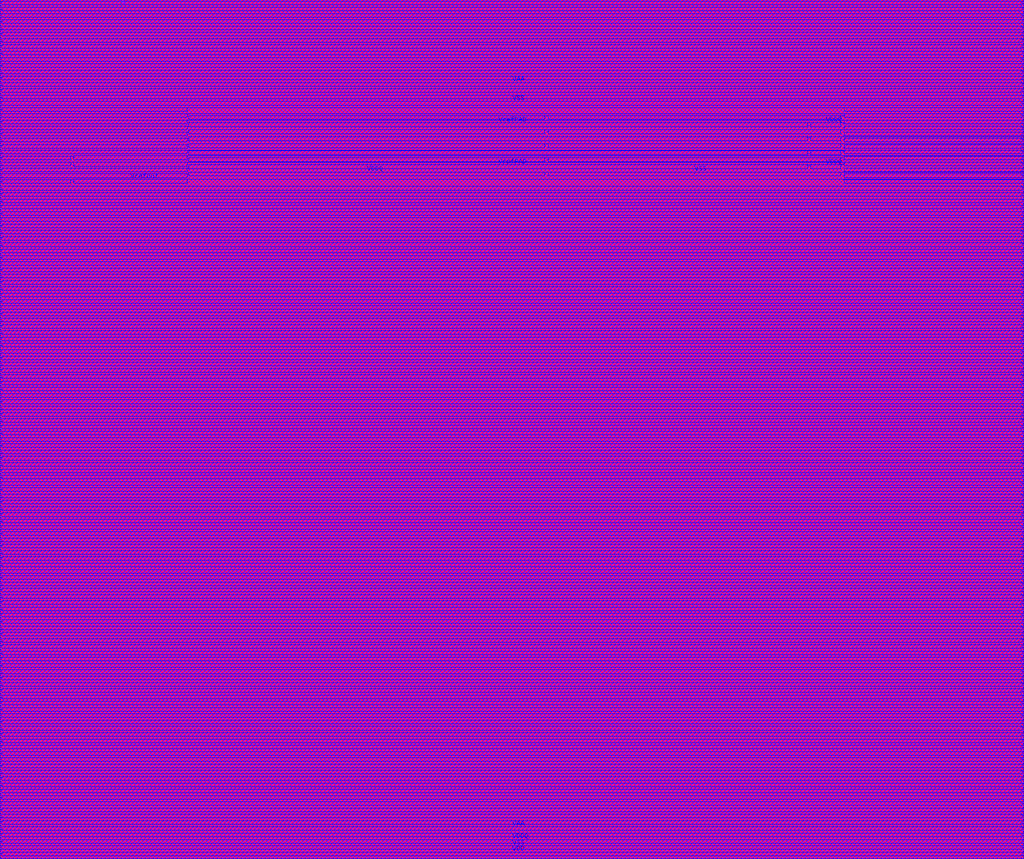
<source format=lef>
# LEF OUT API 
# Creation Date : Wed Jul 15 16:43:29 PDT 2020
# 
VERSION 5.8 ;
BUSBITCHARS "[]" ;
DIVIDERCHAR "/" ;
MACRO dwc_ddrphy_vrefglobal
  CLASS BLOCK ;
  ORIGIN 0 0 ;
  FOREIGN dwc_ddrphy_vrefglobal 0 0 ;
  SYMMETRY X Y ;
  SIZE 130.416 BY 109.44 ;
  PIN VDD
    DIRECTION INPUT ;
    USE POWER ;
    PORT
      LAYER M8 ;
        RECT 0.2 10 130.199 10.45 ;
        RECT 0.2 5.2 130.199 5.65 ;
        RECT 0.2 0.4 130.199 0.85 ;
    END
  END VDD
  PIN VAA
    DIRECTION INPUT ;
    USE POWER ;
    PORT
      LAYER M8 ;
        RECT 0.2 108.03 130.216 108.48 ;
        RECT 0.2 106.43 130.216 106.88 ;
        RECT 0.2 104.83 130.216 105.28 ;
        RECT 0.2 103.23 130.216 103.68 ;
        RECT 0.2 101.63 130.216 102.08 ;
        RECT 0.2 100.03 130.216 100.48 ;
        RECT 0.2 98.43 130.216 98.88 ;
    END
    PORT
      LAYER M8 ;
        RECT 0.2 83.6 130.199 84.05 ;
        RECT 0.2 80.4 130.199 80.85 ;
        RECT 0.2 77.2 130.199 77.65 ;
        RECT 0.2 74 130.199 74.45 ;
        RECT 0.2 70.8 130.199 71.25 ;
        RECT 0.2 67.6 130.199 68.05 ;
        RECT 0.2 64.4 130.199 64.85 ;
        RECT 0.2 61.2 130.199 61.65 ;
        RECT 0.2 58 130.199 58.45 ;
        RECT 0.2 54.8 130.199 55.25 ;
        RECT 0.2 51.6 130.199 52.05 ;
        RECT 0.2 48.4 130.199 48.85 ;
        RECT 0.2 45.2 130.199 45.65 ;
        RECT 0.2 42 130.199 42.45 ;
        RECT 0.2 38.8 130.199 39.25 ;
        RECT 0.2 35.6 130.199 36.05 ;
        RECT 0.2 32.4 130.199 32.85 ;
        RECT 0.2 29.2 130.199 29.65 ;
        RECT 0.2 26 130.199 26.45 ;
        RECT 0.2 22.8 130.199 23.25 ;
        RECT 0.2 19.6 130.199 20.05 ;
        RECT 0.2 16.4 130.199 16.85 ;
        RECT 0.2 13.2 130.199 13.65 ;
        RECT 0.2 8.4 130.199 8.85 ;
        RECT 0.2 3.6 130.199 4.05 ;
    END
  END VAA
  PIN Csr_VrefDAC[6]
    DIRECTION INPUT ;
    USE SIGNAL ;
    ANTENNAPARTIALMETALAREA 8.5632 LAYER M5 ;
    ANTENNAMODEL OXIDE1 ;
      ANTENNAGATEAREA 0.0412 LAYER M5 ;
      ANTENNAMAXAREACAR 425.115 LAYER M5 ;
    PORT
      LAYER M5 ;
        RECT 0.9915 109.36 1.0715 109.44 ;
    END
  END Csr_VrefDAC[6]
  PIN Csr_VrefDAC[5]
    DIRECTION INPUT ;
    USE SIGNAL ;
    ANTENNAPARTIALMETALAREA 8.5055999375 LAYER M5 ;
    ANTENNAMODEL OXIDE1 ;
      ANTENNAGATEAREA 0.0412 LAYER M5 ;
      ANTENNAMAXAREACAR 408.598 LAYER M5 ;
    PORT
      LAYER M5 ;
        RECT 1.1515 109.36 1.2315 109.44 ;
    END
  END Csr_VrefDAC[5]
  PIN Csr_VrefDAC[4]
    DIRECTION INPUT ;
    USE SIGNAL ;
    ANTENNAPARTIALMETALAREA 8.5504 LAYER M5 ;
    ANTENNAMODEL OXIDE1 ;
      ANTENNAGATEAREA 0.0412 LAYER M5 ;
      ANTENNAMAXAREACAR 421.124 LAYER M5 ;
    PORT
      LAYER M5 ;
        RECT 1.7325 109.36 1.8125 109.44 ;
    END
  END Csr_VrefDAC[4]
  PIN AnalogIn
    DIRECTION INPUT ;
    USE SIGNAL ;
    ANTENNAPARTIALMETALAREA 1.308 LAYER M5 ;
    ANTENNADIFFAREA 1.62582 LAYER M5 ;
    PORT
      LAYER M5 ;
        RECT 5.4375 109.36 5.5175 109.44 ;
    END
  END AnalogIn
  PIN Csr_VrefDAC[2]
    DIRECTION INPUT ;
    USE SIGNAL ;
    ANTENNAPARTIALMETALAREA 8.4928 LAYER M5 ;
    ANTENNAMODEL OXIDE1 ;
      ANTENNAGATEAREA 0.0412 LAYER M5 ;
      ANTENNAMAXAREACAR 422.496 LAYER M5 ;
    PORT
      LAYER M5 ;
        RECT 2.4735 109.36 2.5535 109.44 ;
    END
  END Csr_VrefDAC[2]
  PIN Csr_VrefDAC[1]
    DIRECTION INPUT ;
    USE SIGNAL ;
    ANTENNAPARTIALMETALAREA 8.448 LAYER M5 ;
    ANTENNAMODEL OXIDE1 ;
      ANTENNAGATEAREA 0.0412 LAYER M5 ;
      ANTENNAMAXAREACAR 416.458 LAYER M5 ;
    PORT
      LAYER M5 ;
        RECT 2.6335 109.36 2.7135 109.44 ;
    END
  END Csr_VrefDAC[1]
  PIN Csr_VrefDAC[0]
    DIRECTION INPUT ;
    USE SIGNAL ;
    ANTENNAPARTIALMETALAREA 8.608 LAYER M5 ;
    ANTENNAMODEL OXIDE1 ;
      ANTENNAGATEAREA 0.0412 LAYER M5 ;
      ANTENNAMAXAREACAR 415.331 LAYER M5 ;
    PORT
      LAYER M5 ;
        RECT 3.2145 109.36 3.2945 109.44 ;
    END
  END Csr_VrefDAC[0]
  PIN Csr_VrefDAC[3]
    DIRECTION INPUT ;
    USE SIGNAL ;
    ANTENNAPARTIALMETALAREA 8.4352 LAYER M5 ;
    ANTENNAMODEL OXIDE1 ;
      ANTENNAGATEAREA 0.0412 LAYER M5 ;
      ANTENNAMAXAREACAR 406.733 LAYER M5 ;
    PORT
      LAYER M5 ;
        RECT 1.8925 109.36 1.9725 109.44 ;
    END
  END Csr_VrefDAC[3]
  PIN Csr_VrefMode[2]
    DIRECTION INPUT ;
    USE SIGNAL ;
    ANTENNAPARTIALMETALAREA 8.6208 LAYER M5 ;
    ANTENNAMODEL OXIDE1 ;
      ANTENNAGATEAREA 0.014112 LAYER M5 ;
      ANTENNAMAXAREACAR 897.482 LAYER M5 ;
    PORT
      LAYER M5 ;
        RECT 3.3745 109.36 3.4545 109.44 ;
    END
  END Csr_VrefMode[2]
  PIN Csr_VrefMode[1]
    DIRECTION INPUT ;
    USE SIGNAL ;
    ANTENNAPARTIALMETALAREA 8.6656 LAYER M5 ;
    ANTENNAMODEL OXIDE1 ;
      ANTENNAGATEAREA 0.014112 LAYER M5 ;
      ANTENNAMAXAREACAR 892.541 LAYER M5 ;
    PORT
      LAYER M5 ;
        RECT 3.9555 109.36 4.0355 109.44 ;
    END
  END Csr_VrefMode[1]
  PIN Csr_VrefMode[0]
    DIRECTION INPUT ;
    USE SIGNAL ;
    ANTENNAPARTIALMETALAREA 8.6784 LAYER M5 ;
    ANTENNAMODEL OXIDE1 ;
      ANTENNAGATEAREA 0.014112 LAYER M5 ;
      ANTENNAMAXAREACAR 891.19 LAYER M5 ;
    PORT
      LAYER M5 ;
        RECT 4.1155 109.36 4.1955 109.44 ;
    END
  END Csr_VrefMode[0]
  PIN PwrOk_VIO
    DIRECTION INPUT ;
    USE SIGNAL ;
    ANTENNAPARTIALMETALAREA 8.3775999375 LAYER M5 ;
    ANTENNAMODEL OXIDE1 ;
      ANTENNAGATEAREA 0.040032 LAYER M5 ;
      ANTENNAMAXAREACAR 297.493 LAYER M5 ;
    PORT
      LAYER M5 ;
        RECT 4.6965 109.36 4.7765 109.44 ;
    END
  END PwrOk_VIO
  PIN VSS
    DIRECTION INPUT ;
    USE GROUND ;
    PORT
      LAYER M8 ;
        RECT 107.51 94.455 130.199 94.905 ;
        RECT 0.2 94.455 23.817 94.905 ;
        RECT 107.51 92.9 130.199 93.35 ;
        RECT 0.2 92.9 23.817 93.35 ;
        RECT 107.51 91.345 130.199 91.795 ;
        RECT 0.2 91.345 23.817 91.795 ;
        RECT 107.51 89.79 130.199 90.24 ;
        RECT 0.2 89.79 23.817 90.24 ;
        RECT 107.51 88.26 130.199 88.71 ;
        RECT 0.2 88.26 8.997 88.71 ;
        RECT 107.51 86.79 130.199 87.24 ;
        RECT 0.2 86.79 23.817 87.24 ;
        RECT 0.2 84.4 130.199 84.85 ;
        RECT 0.2 82.8 130.199 83.25 ;
        RECT 0.2 81.2 130.199 81.65 ;
        RECT 0.2 79.6 130.199 80.05 ;
        RECT 0.2 78 130.199 78.45 ;
        RECT 0.2 76.4 130.199 76.85 ;
        RECT 0.2 74.8 130.199 75.25 ;
        RECT 0.2 73.2 130.199 73.65 ;
        RECT 0.2 71.6 130.199 72.05 ;
        RECT 0.2 70 130.199 70.45 ;
        RECT 0.2 68.4 130.199 68.85 ;
        RECT 0.2 66.8 130.199 67.25 ;
        RECT 0.2 65.2 130.199 65.65 ;
        RECT 0.2 63.6 130.199 64.05 ;
        RECT 0.2 62 130.199 62.45 ;
        RECT 0.2 60.4 130.199 60.85 ;
        RECT 0.2 58.8 130.199 59.25 ;
        RECT 0.2 57.2 130.199 57.65 ;
        RECT 0.2 55.6 130.199 56.05 ;
        RECT 0.2 54 130.199 54.45 ;
        RECT 0.2 52.4 130.199 52.85 ;
        RECT 0.2 50.8 130.199 51.25 ;
        RECT 0.2 49.2 130.199 49.65 ;
        RECT 0.2 47.6 130.199 48.05 ;
        RECT 0.2 46 130.199 46.45 ;
        RECT 0.2 44.4 130.199 44.85 ;
        RECT 0.2 42.8 130.199 43.25 ;
        RECT 0.2 41.2 130.199 41.65 ;
        RECT 0.2 39.6 130.199 40.05 ;
        RECT 0.2 38 130.199 38.45 ;
        RECT 0.2 36.4 130.199 36.85 ;
        RECT 0.2 34.8 130.199 35.25 ;
        RECT 0.2 33.2 130.199 33.65 ;
        RECT 0.2 31.6 130.199 32.05 ;
        RECT 0.2 30 130.199 30.45 ;
        RECT 0.2 28.4 130.199 28.85 ;
        RECT 0.2 26.8 130.199 27.25 ;
        RECT 0.2 25.2 130.199 25.65 ;
        RECT 0.2 23.6 130.199 24.05 ;
        RECT 0.2 22 130.199 22.45 ;
        RECT 0.2 20.4 130.199 20.85 ;
        RECT 0.2 18.8 130.199 19.25 ;
        RECT 0.2 17.2 130.199 17.65 ;
        RECT 0.2 15.6 130.199 16.05 ;
        RECT 0.2 14 130.199 14.45 ;
        RECT 0.2 12.4 130.199 12.85 ;
        RECT 0.2 10.8 130.199 11.25 ;
        RECT 0.2 9.2 130.199 9.65 ;
        RECT 0.2 7.6 130.199 8.05 ;
        RECT 0.2 6 130.199 6.45 ;
        RECT 0.2 4.4 130.199 4.85 ;
        RECT 0.2 2.8 130.199 3.25 ;
        RECT 0.2 1.2 130.199 1.65 ;
    END
    PORT
      LAYER M8 ;
        RECT 69.796 94.19 107.057 94.69 ;
        RECT 69.796 92.39 107.057 92.89 ;
        RECT 69.796 90.59 107.057 91.09 ;
        RECT 69.796 88.79 107.057 89.29 ;
        RECT 69.796 86.99 107.057 87.49 ;
    END
    PORT
      LAYER M8 ;
        RECT 0.2 108.83 130.216 109.28 ;
        RECT 0.2 107.23 130.216 107.68 ;
        RECT 0.2 105.63 130.216 106.08 ;
        RECT 0.2 104.03 130.216 104.48 ;
        RECT 0.2 102.43 130.216 102.88 ;
        RECT 0.2 100.83 130.216 101.28 ;
        RECT 0.2 99.23 130.216 99.68 ;
        RECT 0.2 97.63 130.216 98.08 ;
        RECT 0.2 96.03 130.216 96.48 ;
    END
  END VSS
  PIN VDDQ
    DIRECTION INPUT ;
    USE POWER ;
    PORT
      LAYER M8 ;
        RECT 0.2 96.83 130.199 97.28 ;
        RECT 107.51 95.255 130.199 95.705 ;
        RECT 0.2 95.255 23.817 95.705 ;
        RECT 107.51 93.655 130.199 94.105 ;
        RECT 0.2 93.655 23.817 94.105 ;
        RECT 107.51 92.1 130.199 92.55 ;
        RECT 0.2 92.1 23.817 92.55 ;
        RECT 107.51 90.545 130.199 90.995 ;
        RECT 0.2 90.545 23.817 90.995 ;
        RECT 107.51 89.07 130.199 89.52 ;
        RECT 0.2 89.07 8.997 89.52 ;
        RECT 107.51 87.54 130.199 87.99 ;
        RECT 0.2 87.54 23.817 87.99 ;
        RECT 107.51 86.075 130.199 86.525 ;
        RECT 0.2 86.075 8.997 86.525 ;
        RECT 0.2 85.2 130.199 85.65 ;
        RECT 0.2 82 130.199 82.45 ;
        RECT 0.2 78.8 130.199 79.25 ;
        RECT 0.2 75.6 130.199 76.05 ;
        RECT 0.2 72.4 130.199 72.85 ;
        RECT 0.2 69.2 130.199 69.65 ;
        RECT 0.2 66 130.199 66.45 ;
        RECT 0.2 62.8 130.199 63.25 ;
        RECT 0.2 59.6 130.199 60.05 ;
        RECT 0.2 56.4 130.199 56.85 ;
        RECT 0.2 53.2 130.199 53.65 ;
        RECT 0.2 50 130.199 50.45 ;
        RECT 0.2 46.8 130.199 47.25 ;
        RECT 0.2 43.6 130.199 44.05 ;
        RECT 0.2 40.4 130.199 40.85 ;
        RECT 0.2 37.2 130.199 37.65 ;
        RECT 0.2 34 130.199 34.45 ;
        RECT 0.2 30.8 130.199 31.25 ;
        RECT 0.2 27.6 130.199 28.05 ;
        RECT 0.2 24.4 130.199 24.85 ;
        RECT 0.2 21.2 130.199 21.65 ;
        RECT 0.2 18 130.199 18.45 ;
        RECT 0.2 14.8 130.199 15.25 ;
        RECT 0.2 11.6 130.199 12.05 ;
        RECT 0.2 6.8 130.199 7.25 ;
        RECT 0.2 2 130.199 2.45 ;
    END
    PORT
      LAYER M8 ;
        RECT 24.017 94.19 69.396 94.69 ;
        RECT 24.017 92.39 69.396 92.89 ;
        RECT 103.27 91.49 107.057 91.99 ;
        RECT 24.017 90.59 69.396 91.09 ;
        RECT 103.27 89.69 107.057 90.19 ;
        RECT 24.017 88.79 69.396 89.29 ;
        RECT 103.27 87.89 107.057 88.39 ;
    END
    PORT
      LAYER M8 ;
        RECT 103.27 93.29 107.057 93.79 ;
    END
    PORT
      LAYER M8 ;
        RECT 24.017 86.99 69.396 87.49 ;
    END
  END VDDQ
  PIN VrefPAD
    DIRECTION INOUT ;
    USE SIGNAL ;
    ANTENNAPARTIALMETALAREA 157.706 LAYER M8 ;
    ANTENNADIFFAREA 54.7621 LAYER M8 ;
    ANTENNAMODEL OXIDE1 ;
      ANTENNAGATEAREA 50.4166 LAYER M8 ;
      ANTENNAMAXAREACAR 19.171 LAYER M8 ;
    PORT
      LAYER M8 ;
        RECT 24.017 91.49 102.87 91.99 ;
        RECT 24.017 89.69 102.87 90.19 ;
        RECT 24.017 87.89 102.87 88.39 ;
    END
    PORT
      LAYER M8 ;
        RECT 24.017 93.29 102.87 93.79 ;
    END
  END VrefPAD
  PIN VrefOut
    DIRECTION OUTPUT ;
    USE SIGNAL ;
    ANTENNAPARTIALMETALAREA 18.9945 LAYER M7 ;
    ANTENNAPARTIALMETALAREA 21.693 LAYER M8 ;
    ANTENNAPARTIALCUTAREA 0.5472 LAYER VIA7 ;
    ANTENNADIFFAREA 66.1865 LAYER M7 ;
    ANTENNADIFFAREA 66.1865 LAYER VIA7 ;
    ANTENNADIFFAREA 66.1865 LAYER M8 ;
    PORT
      LAYER M8 ;
        RECT 9.355 89.07 23.817 89.57 ;
        RECT 9.355 88.21 23.817 88.71 ;
        RECT 9.355 86.05 23.817 86.55 ;
    END
    PORT
      LAYER M7 ;
        RECT 15.403 108.99 15.853 109.44 ;
    END
  END VrefOut
  OBS
    LAYER M1 SPACING 0 ;
      RECT 0 0 130.416 109.44 ;
      RECT MASK 1 58.765 0.6 58.825 1.378 ;
      RECT MASK 1 59.223 0.6 59.283 1.378 ;
      RECT MASK 1 59.681 0.6 59.741 1.378 ;
      RECT MASK 1 60.2275 0.6 60.2875 2.2375 ;
      RECT MASK 1 63.803 0.6 63.863 1.378 ;
      RECT MASK 1 64.261 0.6 64.321 1.378 ;
      RECT MASK 1 64.719 0.6 64.779 1.378 ;
      RECT MASK 1 65.635 0.6 65.695 1.5175 ;
      RECT MASK 1 65.864 0.6 65.924 1.5175 ;
      RECT MASK 1 58.307 0.605 58.367 0.835 ;
      RECT MASK 1 58.994 0.605 59.054 0.835 ;
      RECT MASK 1 59.452 0.605 59.512 0.835 ;
      RECT MASK 1 59.91 0.605 59.97 0.835 ;
      RECT MASK 1 60.826 0.605 60.886 0.835 ;
      RECT MASK 1 61.284 0.605 61.344 0.835 ;
      RECT MASK 1 61.513 0.605 61.573 0.835 ;
      RECT MASK 1 61.742 0.605 61.802 0.835 ;
      RECT MASK 1 61.971 0.605 62.031 0.835 ;
      RECT MASK 1 62.2 0.605 62.26 0.835 ;
      RECT MASK 1 62.429 0.605 62.489 0.835 ;
      RECT MASK 1 62.658 0.605 62.718 0.835 ;
      RECT MASK 1 62.887 0.605 62.947 0.835 ;
      RECT MASK 1 63.116 0.605 63.176 0.835 ;
      RECT MASK 1 63.345 0.605 63.405 0.835 ;
      RECT MASK 1 64.49 0.605 64.55 0.835 ;
      RECT MASK 1 64.948 0.605 65.008 0.835 ;
      RECT MASK 1 65.177 0.605 65.237 0.835 ;
      RECT MASK 1 65.406 0.605 65.466 0.835 ;
      RECT MASK 1 46.2405 0.684 46.2805 3.061 ;
      RECT MASK 1 45.8405 0.984 45.8805 3.2295 ;
      RECT MASK 1 50.4095 1.005 50.4495 1.426 ;
      RECT MASK 1 51.0735 1.005 51.1135 1.426 ;
      RECT MASK 1 51.7375 1.005 51.7775 1.426 ;
      RECT MASK 1 52.4015 1.005 52.4415 1.426 ;
      RECT MASK 1 49.9665 1.02 50.0065 1.76 ;
      RECT MASK 1 50.6305 1.02 50.6705 1.76 ;
      RECT MASK 1 51.2945 1.02 51.3345 1.76 ;
      RECT MASK 1 51.9585 1.02 51.9985 1.76 ;
      RECT MASK 1 52.6225 1.02 52.6625 1.76 ;
      RECT MASK 1 52.1795 1.1 52.2195 1.426 ;
      RECT MASK 1 60.826 1.16 60.886 2.315 ;
      RECT MASK 1 61.284 1.16 61.344 1.378 ;
      RECT MASK 1 61.742 1.16 61.802 1.378 ;
      RECT MASK 1 62.2 1.16 62.26 1.378 ;
      RECT MASK 1 62.658 1.16 62.718 1.378 ;
      RECT MASK 1 63.116 1.16 63.176 2.315 ;
      RECT MASK 1 115.44 1.31 115.54 24.01 ;
      RECT MASK 1 128.886 1.31 128.986 24.01 ;
      RECT MASK 1 61.284 1.498 61.344 1.881 ;
      RECT MASK 1 61.742 1.498 61.802 1.881 ;
      RECT MASK 1 3.0905 1.53 3.1505 2.046 ;
      RECT MASK 1 3.3195 1.53 3.3795 2.308 ;
      RECT MASK 1 3.7775 1.53 3.8375 2.308 ;
      RECT MASK 1 4.2355 1.53 4.2955 2.308 ;
      RECT MASK 1 4.6935 1.53 4.7535 2.308 ;
      RECT MASK 1 5.1515 1.53 5.2115 2.309 ;
      RECT MASK 1 5.3805 1.53 5.4405 2.046 ;
      RECT MASK 1 5.6095 1.53 5.6695 2.308 ;
      RECT MASK 1 6.5255 1.53 6.5855 2.308 ;
      RECT MASK 1 7.4415 1.53 7.5015 2.308 ;
      RECT MASK 1 8.3575 1.53 8.4175 2.3075 ;
      RECT MASK 1 8.5865 1.53 8.6465 2.046 ;
      RECT MASK 1 9.9605 1.53 10.0205 2.046 ;
      RECT MASK 1 14.3445 1.53 14.4045 7.89 ;
      RECT MASK 1 14.5735 1.53 14.6335 2.308 ;
      RECT MASK 1 15.0315 1.53 15.0915 2.308 ;
      RECT MASK 1 15.4895 1.53 15.5495 2.308 ;
      RECT MASK 1 15.9475 1.53 16.0075 2.308 ;
      RECT MASK 1 16.4055 1.53 16.4655 2.308 ;
      RECT MASK 1 16.8635 1.53 16.9235 2.308 ;
      RECT MASK 1 17.3215 1.53 17.3815 2.308 ;
      RECT MASK 1 17.7795 1.53 17.8395 2.308 ;
      RECT MASK 1 18.2375 1.53 18.2975 2.308 ;
      RECT MASK 1 18.6955 1.53 18.7555 2.308 ;
      RECT MASK 1 19.1535 1.53 19.2135 2.308 ;
      RECT MASK 1 19.6115 1.53 19.6715 2.308 ;
      RECT MASK 1 20.0695 1.53 20.1295 2.308 ;
      RECT MASK 1 20.5275 1.53 20.5875 2.308 ;
      RECT MASK 1 20.9855 1.53 21.0455 2.308 ;
      RECT MASK 1 21.4435 1.53 21.5035 2.308 ;
      RECT MASK 1 21.6725 1.53 21.7325 7.89 ;
      RECT MASK 1 25.2045 1.53 25.2645 7.89 ;
      RECT MASK 1 25.4335 1.53 25.4935 2.308 ;
      RECT MASK 1 25.8915 1.53 25.9515 2.308 ;
      RECT MASK 1 26.3495 1.53 26.4095 2.308 ;
      RECT MASK 1 26.8075 1.53 26.8675 2.308 ;
      RECT MASK 1 27.2655 1.53 27.3255 2.308 ;
      RECT MASK 1 27.7235 1.53 27.7835 2.308 ;
      RECT MASK 1 28.1815 1.53 28.2415 2.308 ;
      RECT MASK 1 28.6395 1.53 28.6995 2.308 ;
      RECT MASK 1 29.0975 1.53 29.1575 2.308 ;
      RECT MASK 1 29.5555 1.53 29.6155 2.308 ;
      RECT MASK 1 30.0135 1.53 30.0735 2.308 ;
      RECT MASK 1 30.4715 1.53 30.5315 2.308 ;
      RECT MASK 1 30.9295 1.53 30.9895 2.308 ;
      RECT MASK 1 31.3875 1.53 31.4475 2.308 ;
      RECT MASK 1 31.8455 1.53 31.9055 2.308 ;
      RECT MASK 1 32.3035 1.53 32.3635 2.308 ;
      RECT MASK 1 32.5325 1.53 32.5925 7.89 ;
      RECT MASK 1 36.9165 1.53 36.9765 2.046 ;
      RECT MASK 1 38.2905 1.53 38.3505 2.046 ;
      RECT MASK 1 38.5195 1.53 38.5795 2.3075 ;
      RECT MASK 1 39.4355 1.53 39.4955 2.308 ;
      RECT MASK 1 40.3515 1.53 40.4115 2.308 ;
      RECT MASK 1 41.2675 1.53 41.3275 2.308 ;
      RECT MASK 1 41.4965 1.53 41.5565 2.046 ;
      RECT MASK 1 41.7255 1.53 41.7855 2.309 ;
      RECT MASK 1 42.1835 1.53 42.2435 2.308 ;
      RECT MASK 1 42.6415 1.53 42.7015 2.308 ;
      RECT MASK 1 43.0995 1.53 43.1595 2.308 ;
      RECT MASK 1 43.5575 1.53 43.6175 2.308 ;
      RECT MASK 1 43.7865 1.53 43.8465 2.046 ;
      RECT MASK 1 50.4095 1.5925 50.4495 2.155 ;
      RECT MASK 1 51.0735 1.5925 51.1135 2.155 ;
      RECT MASK 1 51.7375 1.5925 51.7775 2.155 ;
      RECT MASK 1 52.4015 1.5925 52.4415 2.155 ;
      RECT MASK 1 50.1905 1.5945 50.2245 2.115 ;
      RECT MASK 1 50.8545 1.5945 50.8885 2.115 ;
      RECT MASK 1 51.5185 1.5945 51.5525 2.115 ;
      RECT MASK 1 52.1825 1.5945 52.2165 2.115 ;
      RECT MASK 1 58.765 1.599 58.825 1.881 ;
      RECT MASK 1 59.223 1.599 59.283 1.881 ;
      RECT MASK 1 59.681 1.599 59.741 1.881 ;
      RECT MASK 1 62.2 1.599 62.26 1.982 ;
      RECT MASK 1 62.658 1.599 62.718 1.982 ;
      RECT MASK 1 63.803 1.599 63.863 1.881 ;
      RECT MASK 1 64.261 1.599 64.321 1.881 ;
      RECT MASK 1 64.719 1.599 64.779 1.881 ;
      RECT MASK 1 116.154 1.66 116.214 23.64 ;
      RECT MASK 1 128.21 1.66 128.27 23.64 ;
      RECT MASK 1 116.428 1.68 116.488 23.64 ;
      RECT MASK 1 116.702 1.68 116.762 23.64 ;
      RECT MASK 1 116.976 1.68 117.036 23.64 ;
      RECT MASK 1 117.25 1.68 117.31 23.64 ;
      RECT MASK 1 117.524 1.68 117.584 23.64 ;
      RECT MASK 1 117.798 1.68 117.858 23.64 ;
      RECT MASK 1 118.072 1.68 118.132 23.64 ;
      RECT MASK 1 118.346 1.68 118.406 23.64 ;
      RECT MASK 1 118.62 1.68 118.68 23.64 ;
      RECT MASK 1 118.894 1.68 118.954 23.64 ;
      RECT MASK 1 119.168 1.68 119.228 23.64 ;
      RECT MASK 1 119.442 1.68 119.502 23.64 ;
      RECT MASK 1 119.716 1.68 119.776 23.64 ;
      RECT MASK 1 119.99 1.68 120.05 23.64 ;
      RECT MASK 1 120.264 1.68 120.324 23.64 ;
      RECT MASK 1 120.538 1.68 120.598 23.64 ;
      RECT MASK 1 120.812 1.68 120.872 23.64 ;
      RECT MASK 1 121.086 1.68 121.146 23.64 ;
      RECT MASK 1 121.36 1.68 121.42 23.64 ;
      RECT MASK 1 121.634 1.68 121.694 23.64 ;
      RECT MASK 1 121.908 1.68 121.968 23.64 ;
      RECT MASK 1 122.182 1.68 122.242 23.64 ;
      RECT MASK 1 122.456 1.68 122.516 23.64 ;
      RECT MASK 1 122.73 1.68 122.79 23.64 ;
      RECT MASK 1 123.004 1.68 123.064 23.64 ;
      RECT MASK 1 123.278 1.68 123.338 23.64 ;
      RECT MASK 1 123.552 1.68 123.612 23.64 ;
      RECT MASK 1 123.826 1.68 123.886 23.64 ;
      RECT MASK 1 124.1 1.68 124.16 23.64 ;
      RECT MASK 1 124.374 1.68 124.434 23.64 ;
      RECT MASK 1 124.648 1.68 124.708 23.64 ;
      RECT MASK 1 124.922 1.68 124.982 23.64 ;
      RECT MASK 1 125.196 1.68 125.256 23.64 ;
      RECT MASK 1 125.47 1.68 125.53 23.64 ;
      RECT MASK 1 125.744 1.68 125.804 23.64 ;
      RECT MASK 1 126.018 1.68 126.078 23.64 ;
      RECT MASK 1 126.292 1.68 126.352 23.64 ;
      RECT MASK 1 126.566 1.68 126.626 23.64 ;
      RECT MASK 1 126.84 1.68 126.9 23.64 ;
      RECT MASK 1 127.114 1.68 127.174 23.64 ;
      RECT MASK 1 127.388 1.68 127.448 23.64 ;
      RECT MASK 1 127.662 1.68 127.722 23.64 ;
      RECT MASK 1 127.936 1.68 127.996 23.64 ;
      RECT MASK 1 49.3445 1.805 49.4045 3.725 ;
      RECT MASK 1 22.3385 1.815 22.3985 2.349 ;
      RECT MASK 1 22.5385 1.815 22.5985 2.44 ;
      RECT MASK 1 22.7385 1.815 22.7985 2.44 ;
      RECT MASK 1 22.9385 1.815 22.9985 2.44 ;
      RECT MASK 1 23.1385 1.815 23.1985 2.349 ;
      RECT MASK 1 23.7385 1.815 23.7985 2.349 ;
      RECT MASK 1 23.9385 1.815 23.9985 2.44 ;
      RECT MASK 1 24.1385 1.815 24.1985 2.44 ;
      RECT MASK 1 24.3385 1.815 24.3985 2.44 ;
      RECT MASK 1 24.5385 1.815 24.5985 2.349 ;
      RECT MASK 1 46.8405 1.955 46.8805 2.21 ;
      RECT MASK 1 47.0405 1.955 47.0805 2.202 ;
      RECT MASK 1 47.2405 1.955 47.2805 2.21 ;
      RECT MASK 1 47.4405 1.955 47.4805 2.21 ;
      RECT MASK 1 47.6405 1.955 47.6805 2.202 ;
      RECT MASK 1 47.8405 1.955 47.8805 2.21 ;
      RECT MASK 1 48.0405 1.955 48.0805 2.21 ;
      RECT MASK 1 48.2405 1.955 48.2805 2.21 ;
      RECT MASK 1 48.4405 1.955 48.4805 2.21 ;
      RECT MASK 1 48.6405 1.955 48.6805 2.33 ;
      RECT MASK 1 48.8405 1.955 48.8805 2.21 ;
      RECT MASK 1 49.0405 1.955 49.0805 2.21 ;
      RECT MASK 1 49.9665 1.955 50.0065 6.57 ;
      RECT MASK 1 50.6305 1.955 50.6705 6.57 ;
      RECT MASK 1 51.2945 1.955 51.3345 6.57 ;
      RECT MASK 1 51.9585 1.955 51.9985 6.57 ;
      RECT MASK 1 52.6225 1.955 52.6625 6.57 ;
      RECT MASK 1 65.635 2.0825 65.695 3.138 ;
      RECT MASK 1 9.5025 2.09 9.5625 2.308 ;
      RECT MASK 1 37.3745 2.09 37.4345 2.308 ;
      RECT MASK 1 6.2965 2.095 6.3565 2.912 ;
      RECT MASK 1 40.5805 2.095 40.6405 2.912 ;
      RECT MASK 1 58.765 2.102 58.825 2.602 ;
      RECT MASK 1 59.223 2.102 59.283 2.602 ;
      RECT MASK 1 59.681 2.102 59.741 2.602 ;
      RECT MASK 1 61.284 2.102 61.344 2.315 ;
      RECT MASK 1 61.742 2.102 61.802 2.315 ;
      RECT MASK 1 62.2 2.102 62.26 2.315 ;
      RECT MASK 1 62.658 2.102 62.718 2.315 ;
      RECT MASK 1 63.803 2.102 63.863 2.602 ;
      RECT MASK 1 64.261 2.102 64.321 2.602 ;
      RECT MASK 1 64.719 2.102 64.779 2.602 ;
      RECT MASK 1 2.4035 2.128 2.4635 3.212 ;
      RECT MASK 1 2.8615 2.128 2.9215 3.212 ;
      RECT MASK 1 3.5485 2.128 3.6085 3.212 ;
      RECT MASK 1 4.0065 2.128 4.0665 2.405 ;
      RECT MASK 1 4.4645 2.128 4.5245 3.212 ;
      RECT MASK 1 4.9225 2.128 4.9825 3.212 ;
      RECT MASK 1 6.0675 2.128 6.1275 3.212 ;
      RECT MASK 1 6.9835 2.128 7.0435 3.212 ;
      RECT MASK 1 7.8995 2.128 7.9595 3.212 ;
      RECT MASK 1 8.8155 2.128 8.8755 2.65 ;
      RECT MASK 1 9.0445 2.128 9.1045 2.405 ;
      RECT MASK 1 9.2735 2.128 9.3335 2.65 ;
      RECT MASK 1 9.7315 2.128 9.7915 2.645 ;
      RECT MASK 1 11.3455 2.128 11.4055 3.212 ;
      RECT MASK 1 11.8035 2.128 11.8635 3.212 ;
      RECT MASK 1 12.2615 2.128 12.3215 3.212 ;
      RECT MASK 1 12.7195 2.128 12.7795 3.212 ;
      RECT MASK 1 34.1575 2.128 34.2175 3.212 ;
      RECT MASK 1 34.6155 2.128 34.6755 3.212 ;
      RECT MASK 1 35.0735 2.128 35.1335 3.212 ;
      RECT MASK 1 35.5315 2.128 35.5915 3.212 ;
      RECT MASK 1 37.1455 2.128 37.2055 2.645 ;
      RECT MASK 1 37.6035 2.128 37.6635 2.65 ;
      RECT MASK 1 37.8325 2.128 37.8925 2.405 ;
      RECT MASK 1 38.0615 2.128 38.1215 2.65 ;
      RECT MASK 1 38.9775 2.128 39.0375 3.212 ;
      RECT MASK 1 39.8935 2.128 39.9535 3.212 ;
      RECT MASK 1 40.8095 2.128 40.8695 3.212 ;
      RECT MASK 1 41.9545 2.128 42.0145 3.212 ;
      RECT MASK 1 42.4125 2.128 42.4725 3.212 ;
      RECT MASK 1 42.8705 2.128 42.9305 2.405 ;
      RECT MASK 1 43.3285 2.128 43.3885 3.212 ;
      RECT MASK 1 44.0155 2.128 44.0755 3.212 ;
      RECT MASK 1 44.4735 2.128 44.5335 3.212 ;
      RECT MASK 1 47.0405 2.24 47.0805 2.5 ;
      RECT MASK 1 47.6405 2.24 47.6805 2.5 ;
      RECT MASK 1 5.3805 2.33 5.4405 2.912 ;
      RECT MASK 1 41.4965 2.33 41.5565 2.912 ;
      RECT MASK 1 8.5865 2.335 8.6465 3.005 ;
      RECT MASK 1 10.8455 2.335 10.9055 3.01 ;
      RECT MASK 1 36.0315 2.335 36.0915 3.01 ;
      RECT MASK 1 38.2905 2.335 38.3505 3.005 ;
      RECT MASK 1 48.4405 2.41 48.4805 2.93 ;
      RECT MASK 1 7.2125 2.428 7.2725 2.912 ;
      RECT MASK 1 39.6645 2.428 39.7245 2.912 ;
      RECT MASK 1 61.971 2.43 62.031 2.9575 ;
      RECT MASK 1 61.055 2.435 61.115 3.6775 ;
      RECT MASK 1 58.536 2.438 58.596 2.938 ;
      RECT MASK 1 58.994 2.438 59.054 2.938 ;
      RECT MASK 1 59.452 2.438 59.512 2.938 ;
      RECT MASK 1 59.91 2.438 59.97 2.938 ;
      RECT MASK 1 60.368 2.438 60.428 2.938 ;
      RECT MASK 1 50.4095 2.457 50.4495 3.166 ;
      RECT MASK 1 51.0735 2.457 51.1135 3.166 ;
      RECT MASK 1 51.7375 2.457 51.7775 3.166 ;
      RECT MASK 1 52.4015 2.457 52.4415 3.166 ;
      RECT MASK 1 23.7385 2.469 23.7985 2.667 ;
      RECT MASK 1 12.9915 2.47 13.0515 2.65 ;
      RECT MASK 1 14.688 2.47 14.748 2.65 ;
      RECT MASK 1 15.146 2.47 15.206 2.65 ;
      RECT MASK 1 15.604 2.47 15.664 2.65 ;
      RECT MASK 1 16.062 2.47 16.122 2.65 ;
      RECT MASK 1 16.52 2.47 16.58 2.65 ;
      RECT MASK 1 16.978 2.47 17.038 2.65 ;
      RECT MASK 1 17.436 2.47 17.496 2.65 ;
      RECT MASK 1 18.352 2.47 18.412 2.65 ;
      RECT MASK 1 18.81 2.47 18.87 2.65 ;
      RECT MASK 1 19.726 2.47 19.786 2.65 ;
      RECT MASK 1 20.642 2.47 20.702 2.65 ;
      RECT MASK 1 21.1 2.47 21.16 2.65 ;
      RECT MASK 1 25.777 2.47 25.837 2.65 ;
      RECT MASK 1 26.235 2.47 26.295 2.65 ;
      RECT MASK 1 27.151 2.47 27.211 2.65 ;
      RECT MASK 1 28.067 2.47 28.127 2.65 ;
      RECT MASK 1 28.525 2.47 28.585 2.65 ;
      RECT MASK 1 29.441 2.47 29.501 2.65 ;
      RECT MASK 1 29.899 2.47 29.959 2.65 ;
      RECT MASK 1 30.357 2.47 30.417 2.65 ;
      RECT MASK 1 30.815 2.47 30.875 2.65 ;
      RECT MASK 1 31.273 2.47 31.333 2.65 ;
      RECT MASK 1 31.731 2.47 31.791 2.65 ;
      RECT MASK 1 32.189 2.47 32.249 2.65 ;
      RECT MASK 1 33.8855 2.47 33.9455 2.65 ;
      RECT MASK 1 23.1385 2.484 23.1985 2.6895 ;
      RECT MASK 1 9.9815 2.529 10.0415 2.765 ;
      RECT MASK 1 11.0955 2.529 11.1555 2.77 ;
      RECT MASK 1 35.7815 2.529 35.8415 2.77 ;
      RECT MASK 1 36.8955 2.529 36.9555 2.765 ;
      RECT MASK 1 46.8405 2.53 46.8805 2.93 ;
      RECT MASK 1 47.2405 2.53 47.2805 2.93 ;
      RECT MASK 1 47.4405 2.53 47.4805 2.93 ;
      RECT MASK 1 47.8405 2.53 47.8805 2.93 ;
      RECT MASK 1 48.0405 2.53 48.0805 2.93 ;
      RECT MASK 1 48.2405 2.53 48.2805 2.93 ;
      RECT MASK 1 48.6405 2.53 48.6805 2.93 ;
      RECT MASK 1 48.8405 2.53 48.8805 2.93 ;
      RECT MASK 1 49.0405 2.53 49.0805 2.93 ;
      RECT MASK 1 47.0405 2.538 47.0805 2.922 ;
      RECT MASK 1 47.6405 2.538 47.6805 2.922 ;
      RECT MASK 1 4.0065 2.575 4.0665 3.212 ;
      RECT MASK 1 42.8705 2.575 42.9305 3.212 ;
      RECT MASK 1 9.0445 2.631 9.1045 2.811 ;
      RECT MASK 1 9.5025 2.631 9.5625 2.811 ;
      RECT MASK 1 37.3745 2.631 37.4345 2.811 ;
      RECT MASK 1 37.8325 2.631 37.8925 2.811 ;
      RECT MASK 1 14.917 2.69 14.977 2.87 ;
      RECT MASK 1 15.375 2.69 15.435 2.87 ;
      RECT MASK 1 15.833 2.69 15.893 2.87 ;
      RECT MASK 1 16.291 2.69 16.351 2.87 ;
      RECT MASK 1 16.749 2.69 16.809 2.87 ;
      RECT MASK 1 17.665 2.69 17.725 2.87 ;
      RECT MASK 1 18.123 2.69 18.183 2.87 ;
      RECT MASK 1 19.039 2.69 19.099 2.87 ;
      RECT MASK 1 19.497 2.69 19.557 2.87 ;
      RECT MASK 1 19.955 2.69 20.015 2.87 ;
      RECT MASK 1 20.413 2.69 20.473 2.87 ;
      RECT MASK 1 20.871 2.69 20.931 2.87 ;
      RECT MASK 1 21.329 2.69 21.389 2.87 ;
      RECT MASK 1 25.548 2.69 25.608 2.87 ;
      RECT MASK 1 26.006 2.69 26.066 2.87 ;
      RECT MASK 1 26.464 2.69 26.524 2.87 ;
      RECT MASK 1 26.922 2.69 26.982 2.87 ;
      RECT MASK 1 27.38 2.69 27.44 2.87 ;
      RECT MASK 1 27.838 2.69 27.898 2.87 ;
      RECT MASK 1 28.754 2.69 28.814 2.87 ;
      RECT MASK 1 29.212 2.69 29.272 2.87 ;
      RECT MASK 1 30.128 2.69 30.188 2.87 ;
      RECT MASK 1 30.586 2.69 30.646 2.87 ;
      RECT MASK 1 31.044 2.69 31.104 2.87 ;
      RECT MASK 1 31.502 2.69 31.562 2.87 ;
      RECT MASK 1 31.96 2.69 32.02 2.87 ;
      RECT MASK 1 63.803 2.725 63.863 2.938 ;
      RECT MASK 1 64.261 2.725 64.321 2.938 ;
      RECT MASK 1 64.719 2.725 64.779 2.938 ;
      RECT MASK 1 62.887 2.758 62.947 3.842 ;
      RECT MASK 1 63.345 2.758 63.405 3.842 ;
      RECT MASK 1 65.177 2.758 65.237 3.515 ;
      RECT MASK 1 22.3385 2.855 22.3985 3.54 ;
      RECT MASK 1 22.5385 2.855 22.5985 3.54 ;
      RECT MASK 1 22.7385 2.855 22.7985 3.54 ;
      RECT MASK 1 22.9385 2.855 22.9985 3.54 ;
      RECT MASK 1 23.1385 2.855 23.1985 3.54 ;
      RECT MASK 1 23.7385 2.855 23.7985 3.54 ;
      RECT MASK 1 23.9385 2.855 23.9985 3.54 ;
      RECT MASK 1 24.1385 2.855 24.1985 3.54 ;
      RECT MASK 1 24.3385 2.855 24.3985 3.54 ;
      RECT MASK 1 24.5385 2.855 24.5985 3.54 ;
      RECT MASK 1 10.1875 2.8975 10.2475 4.4915 ;
      RECT MASK 1 10.6305 2.8975 10.6905 4.4915 ;
      RECT MASK 1 47.0405 2.96 47.0805 3.22 ;
      RECT MASK 1 47.6405 2.96 47.6805 3.22 ;
      RECT MASK 1 3.3195 3.032 3.3795 4.348 ;
      RECT MASK 1 3.7775 3.032 3.8375 4.348 ;
      RECT MASK 1 4.2355 3.032 4.2955 4.348 ;
      RECT MASK 1 4.6935 3.032 4.7535 4.348 ;
      RECT MASK 1 5.1515 3.032 5.2115 4.348 ;
      RECT MASK 1 5.6095 3.032 5.6695 4.348 ;
      RECT MASK 1 6.5255 3.032 6.5855 4.348 ;
      RECT MASK 1 7.4415 3.032 7.5015 4.348 ;
      RECT MASK 1 8.3575 3.032 8.4175 4.348 ;
      RECT MASK 1 8.8155 3.032 8.8755 3.245 ;
      RECT MASK 1 9.0445 3.032 9.1045 4.348 ;
      RECT MASK 1 9.2735 3.032 9.3335 3.25 ;
      RECT MASK 1 9.5025 3.032 9.5625 4.348 ;
      RECT MASK 1 9.7315 3.032 9.7915 3.25 ;
      RECT MASK 1 14.5735 3.032 14.6335 4.348 ;
      RECT MASK 1 15.0315 3.032 15.0915 4.348 ;
      RECT MASK 1 15.4895 3.032 15.5495 4.348 ;
      RECT MASK 1 15.9475 3.032 16.0075 4.348 ;
      RECT MASK 1 16.4055 3.032 16.4655 4.348 ;
      RECT MASK 1 16.8635 3.032 16.9235 4.348 ;
      RECT MASK 1 17.3215 3.032 17.3815 4.348 ;
      RECT MASK 1 17.7795 3.032 17.8395 4.348 ;
      RECT MASK 1 18.2375 3.032 18.2975 4.348 ;
      RECT MASK 1 18.6955 3.032 18.7555 4.348 ;
      RECT MASK 1 19.1535 3.032 19.2135 4.348 ;
      RECT MASK 1 19.6115 3.032 19.6715 4.348 ;
      RECT MASK 1 20.0695 3.032 20.1295 4.348 ;
      RECT MASK 1 20.5275 3.032 20.5875 4.348 ;
      RECT MASK 1 20.9855 3.032 21.0455 4.348 ;
      RECT MASK 1 21.4435 3.032 21.5035 4.348 ;
      RECT MASK 1 25.4335 3.032 25.4935 4.348 ;
      RECT MASK 1 25.8915 3.032 25.9515 4.348 ;
      RECT MASK 1 26.3495 3.032 26.4095 4.348 ;
      RECT MASK 1 26.8075 3.032 26.8675 4.348 ;
      RECT MASK 1 27.2655 3.032 27.3255 4.348 ;
      RECT MASK 1 27.7235 3.032 27.7835 4.348 ;
      RECT MASK 1 28.1815 3.032 28.2415 4.348 ;
      RECT MASK 1 28.6395 3.032 28.6995 4.348 ;
      RECT MASK 1 29.0975 3.032 29.1575 4.348 ;
      RECT MASK 1 29.5555 3.032 29.6155 4.348 ;
      RECT MASK 1 30.0135 3.032 30.0735 4.348 ;
      RECT MASK 1 30.4715 3.032 30.5315 4.348 ;
      RECT MASK 1 30.9295 3.032 30.9895 4.348 ;
      RECT MASK 1 31.3875 3.032 31.4475 4.348 ;
      RECT MASK 1 31.8455 3.032 31.9055 4.348 ;
      RECT MASK 1 32.3035 3.032 32.3635 4.348 ;
      RECT MASK 1 37.1455 3.032 37.2055 3.25 ;
      RECT MASK 1 37.3745 3.032 37.4345 4.348 ;
      RECT MASK 1 37.6035 3.032 37.6635 3.25 ;
      RECT MASK 1 37.8325 3.032 37.8925 4.348 ;
      RECT MASK 1 38.0615 3.032 38.1215 3.245 ;
      RECT MASK 1 38.5195 3.032 38.5795 4.348 ;
      RECT MASK 1 39.4355 3.032 39.4955 4.353 ;
      RECT MASK 1 40.3515 3.032 40.4115 4.353 ;
      RECT MASK 1 41.2675 3.032 41.3275 4.353 ;
      RECT MASK 1 41.7255 3.032 41.7855 4.353 ;
      RECT MASK 1 42.1835 3.032 42.2435 4.353 ;
      RECT MASK 1 42.6415 3.032 42.7015 4.353 ;
      RECT MASK 1 43.0995 3.032 43.1595 4.353 ;
      RECT MASK 1 43.5575 3.032 43.6175 4.353 ;
      RECT MASK 1 43.7865 3.032 43.8465 4.353 ;
      RECT MASK 1 64.49 3.058 64.55 3.542 ;
      RECT MASK 1 41.4965 3.1325 41.5565 4.2315 ;
      RECT MASK 1 59.5665 3.159 59.6265 3.441 ;
      RECT MASK 1 63.574 3.205 63.634 3.542 ;
      RECT MASK 1 46.8405 3.25 46.8805 3.65 ;
      RECT MASK 1 47.2405 3.25 47.2805 3.65 ;
      RECT MASK 1 47.4405 3.25 47.4805 3.65 ;
      RECT MASK 1 47.8405 3.25 47.8805 3.65 ;
      RECT MASK 1 48.0405 3.25 48.0805 3.65 ;
      RECT MASK 1 48.2405 3.25 48.2805 3.65 ;
      RECT MASK 1 48.4405 3.25 48.4805 3.77 ;
      RECT MASK 1 48.6405 3.25 48.6805 3.65 ;
      RECT MASK 1 48.8405 3.25 48.8805 3.65 ;
      RECT MASK 1 49.0405 3.25 49.0805 3.65 ;
      RECT MASK 1 47.0405 3.258 47.0805 3.642 ;
      RECT MASK 1 47.6405 3.258 47.6805 3.642 ;
      RECT MASK 1 3.0905 3.294 3.1505 4.086 ;
      RECT MASK 1 5.3805 3.294 5.4405 4.086 ;
      RECT MASK 1 8.5865 3.294 8.6465 4.086 ;
      RECT MASK 1 9.9605 3.294 10.0205 4.086 ;
      RECT MASK 1 36.9165 3.294 36.9765 4.086 ;
      RECT MASK 1 38.2905 3.294 38.3505 4.086 ;
      RECT MASK 1 63.8 3.3 63.86 3.487 ;
      RECT MASK 1 58.536 3.361 58.596 4.799 ;
      RECT MASK 1 60.368 3.361 60.428 4.799 ;
      RECT MASK 1 65.635 3.445 65.695 3.842 ;
      RECT MASK 1 61.971 3.5225 62.031 4.6375 ;
      RECT MASK 1 72.7295 3.527 72.8295 8.8515 ;
      RECT MASK 1 113.8755 3.527 113.9755 8.8515 ;
      RECT MASK 1 73.9545 3.54 74.2745 8.822 ;
      RECT MASK 1 75.4865 3.54 75.8065 8.822 ;
      RECT MASK 1 78.6125 3.54 78.9325 10.538 ;
      RECT MASK 1 80.9105 3.54 81.2305 10.538 ;
      RECT MASK 1 82.2575 3.54 82.3575 10.5615 ;
      RECT MASK 1 104.3475 3.54 104.4475 10.5615 ;
      RECT MASK 1 105.4745 3.54 105.7945 10.538 ;
      RECT MASK 1 107.7725 3.54 108.0925 10.538 ;
      RECT MASK 1 110.8985 3.54 111.2185 8.822 ;
      RECT MASK 1 112.4305 3.54 112.7505 8.822 ;
      RECT MASK 1 50.1875 3.545 50.2275 10.375 ;
      RECT MASK 1 50.4095 3.545 50.4495 8.095 ;
      RECT MASK 1 50.8515 3.545 50.8915 10.375 ;
      RECT MASK 1 51.0735 3.545 51.1135 8.095 ;
      RECT MASK 1 51.5155 3.545 51.5555 10.375 ;
      RECT MASK 1 51.7375 3.545 51.7775 8.095 ;
      RECT MASK 1 52.1795 3.545 52.2195 10.375 ;
      RECT MASK 1 52.4015 3.545 52.4415 8.095 ;
      RECT MASK 1 66.5645 3.563 66.6245 8.221 ;
      RECT MASK 1 58.994 3.662 59.054 4.498 ;
      RECT MASK 1 59.452 3.662 59.512 4.498 ;
      RECT MASK 1 59.91 3.662 59.97 4.498 ;
      RECT MASK 1 63.803 3.662 63.863 3.875 ;
      RECT MASK 1 64.261 3.662 64.321 3.875 ;
      RECT MASK 1 64.719 3.662 64.779 3.875 ;
      RECT MASK 1 65.177 3.662 65.237 3.875 ;
      RECT MASK 1 47.0405 3.68 47.0805 3.94 ;
      RECT MASK 1 47.6405 3.68 47.6805 3.94 ;
      RECT MASK 1 90.9345 3.78 91.0345 5.289 ;
      RECT MASK 1 91.9305 3.78 92.0305 6.54 ;
      RECT MASK 1 92.5945 3.78 92.6945 6.54 ;
      RECT MASK 1 92.9535 3.78 93.0535 6.54 ;
      RECT MASK 1 93.6515 3.78 93.7515 6.54 ;
      RECT MASK 1 94.0105 3.78 94.1105 6.54 ;
      RECT MASK 1 94.6745 3.78 94.7745 6.54 ;
      RECT MASK 1 95.6705 3.78 95.7705 5.289 ;
      RECT MASK 1 22.3385 3.84 22.3985 4.525 ;
      RECT MASK 1 22.5385 3.84 22.5985 4.525 ;
      RECT MASK 1 22.7385 3.84 22.7985 4.525 ;
      RECT MASK 1 22.9385 3.84 22.9985 4.525 ;
      RECT MASK 1 23.1385 3.84 23.1985 4.525 ;
      RECT MASK 1 23.7385 3.84 23.7985 4.525 ;
      RECT MASK 1 23.9385 3.84 23.9985 4.525 ;
      RECT MASK 1 24.1385 3.84 24.1985 4.525 ;
      RECT MASK 1 24.3385 3.84 24.3985 4.525 ;
      RECT MASK 1 24.5385 3.84 24.5985 4.525 ;
      RECT MASK 1 48.6405 3.85 48.6805 4.225 ;
      RECT MASK 1 46.8405 3.97 46.8805 4.225 ;
      RECT MASK 1 47.2405 3.97 47.2805 4.225 ;
      RECT MASK 1 47.4405 3.97 47.4805 4.225 ;
      RECT MASK 1 47.8405 3.97 47.8805 4.225 ;
      RECT MASK 1 48.0405 3.97 48.0805 4.225 ;
      RECT MASK 1 48.2405 3.97 48.2805 4.225 ;
      RECT MASK 1 48.4405 3.97 48.4805 4.225 ;
      RECT MASK 1 48.8405 3.97 48.8805 4.225 ;
      RECT MASK 1 49.0405 3.97 49.0805 4.225 ;
      RECT MASK 1 47.0405 3.978 47.0805 4.225 ;
      RECT MASK 1 47.6405 3.978 47.6805 4.225 ;
      RECT MASK 1 9.2735 4.13 9.3335 4.348 ;
      RECT MASK 1 9.7315 4.13 9.7915 4.348 ;
      RECT MASK 1 37.1455 4.13 37.2055 4.348 ;
      RECT MASK 1 37.6035 4.13 37.6635 4.348 ;
      RECT MASK 1 8.8155 4.135 8.8755 4.348 ;
      RECT MASK 1 38.0615 4.135 38.1215 4.348 ;
      RECT MASK 1 80.1445 4.159 80.4645 5.015 ;
      RECT MASK 1 106.2405 4.159 106.5605 5.015 ;
      RECT MASK 1 74.7205 4.162 75.0405 5.36 ;
      RECT MASK 1 79.3785 4.162 79.6985 7.535 ;
      RECT MASK 1 107.0065 4.162 107.3265 7.535 ;
      RECT MASK 1 111.6645 4.162 111.9845 5.36 ;
      RECT MASK 1 2.4035 4.168 2.4635 5.252 ;
      RECT MASK 1 2.8615 4.168 2.9215 5.252 ;
      RECT MASK 1 3.5485 4.168 3.6085 5.252 ;
      RECT MASK 1 4.0065 4.168 4.0665 4.805 ;
      RECT MASK 1 4.4645 4.168 4.5245 5.252 ;
      RECT MASK 1 4.9225 4.168 4.9825 5.252 ;
      RECT MASK 1 6.0675 4.168 6.1275 5.252 ;
      RECT MASK 1 6.9835 4.168 7.0435 5.252 ;
      RECT MASK 1 7.8995 4.168 7.9595 5.252 ;
      RECT MASK 1 11.3455 4.168 11.4055 5.252 ;
      RECT MASK 1 11.8035 4.168 11.8635 5.252 ;
      RECT MASK 1 12.2615 4.168 12.3215 5.252 ;
      RECT MASK 1 12.7195 4.168 12.7795 5.252 ;
      RECT MASK 1 34.1575 4.168 34.2175 5.252 ;
      RECT MASK 1 34.6155 4.168 34.6755 5.252 ;
      RECT MASK 1 35.0735 4.168 35.1335 5.252 ;
      RECT MASK 1 35.5315 4.168 35.5915 5.252 ;
      RECT MASK 1 38.9775 4.168 39.0375 5.252 ;
      RECT MASK 1 39.8935 4.168 39.9535 5.252 ;
      RECT MASK 1 40.8095 4.168 40.8695 5.252 ;
      RECT MASK 1 41.9545 4.168 42.0145 5.252 ;
      RECT MASK 1 42.4125 4.168 42.4725 5.252 ;
      RECT MASK 1 42.8705 4.168 42.9305 4.805 ;
      RECT MASK 1 43.3285 4.168 43.3885 5.252 ;
      RECT MASK 1 44.0155 4.168 44.0755 5.252 ;
      RECT MASK 1 44.4735 4.168 44.5335 5.252 ;
      RECT MASK 1 63.803 4.285 63.863 4.498 ;
      RECT MASK 1 64.261 4.285 64.321 4.498 ;
      RECT MASK 1 64.719 4.285 64.779 4.498 ;
      RECT MASK 1 65.177 4.285 65.237 4.498 ;
      RECT MASK 1 62.887 4.318 62.947 5.402 ;
      RECT MASK 1 63.345 4.318 63.405 5.402 ;
      RECT MASK 1 65.635 4.318 65.695 4.715 ;
      RECT MASK 1 10.8455 4.37 10.9055 5.045 ;
      RECT MASK 1 36.0315 4.37 36.0915 5.045 ;
      RECT MASK 1 8.5865 4.375 8.6465 5.045 ;
      RECT MASK 1 38.2905 4.375 38.3505 5.045 ;
      RECT MASK 1 5.3805 4.468 5.4405 5.05 ;
      RECT MASK 1 6.2965 4.468 6.3565 5.285 ;
      RECT MASK 1 7.2125 4.468 7.2725 4.952 ;
      RECT MASK 1 39.6645 4.468 39.7245 4.952 ;
      RECT MASK 1 40.5805 4.468 40.6405 5.285 ;
      RECT MASK 1 41.4965 4.468 41.5565 5.05 ;
      RECT MASK 1 61.055 4.4825 61.115 5.725 ;
      RECT MASK 1 84.6265 4.488 84.7265 5.168 ;
      RECT MASK 1 85.6225 4.488 85.7225 5.168 ;
      RECT MASK 1 86.6185 4.488 86.7185 5.168 ;
      RECT MASK 1 87.6145 4.488 87.7145 5.168 ;
      RECT MASK 1 89.2745 4.488 89.3745 5.168 ;
      RECT MASK 1 90.2705 4.488 90.3705 5.168 ;
      RECT MASK 1 91.2665 4.488 91.3665 5.168 ;
      RECT MASK 1 95.3385 4.488 95.4385 5.168 ;
      RECT MASK 1 96.3345 4.488 96.4345 5.168 ;
      RECT MASK 1 97.3305 4.488 97.4305 5.168 ;
      RECT MASK 1 98.9905 4.488 99.0905 5.168 ;
      RECT MASK 1 99.9865 4.488 100.0865 5.168 ;
      RECT MASK 1 100.9825 4.488 101.0825 5.168 ;
      RECT MASK 1 101.9785 4.488 102.0785 5.168 ;
      RECT MASK 1 14.917 4.51 14.977 4.69 ;
      RECT MASK 1 15.375 4.51 15.435 4.69 ;
      RECT MASK 1 15.833 4.51 15.893 4.69 ;
      RECT MASK 1 16.291 4.51 16.351 4.69 ;
      RECT MASK 1 16.749 4.51 16.809 4.69 ;
      RECT MASK 1 17.665 4.51 17.725 4.69 ;
      RECT MASK 1 18.123 4.51 18.183 4.69 ;
      RECT MASK 1 19.039 4.51 19.099 4.69 ;
      RECT MASK 1 19.497 4.51 19.557 4.69 ;
      RECT MASK 1 19.955 4.51 20.015 4.69 ;
      RECT MASK 1 20.413 4.51 20.473 4.69 ;
      RECT MASK 1 20.871 4.51 20.931 4.69 ;
      RECT MASK 1 21.329 4.51 21.389 4.69 ;
      RECT MASK 1 25.548 4.51 25.608 4.69 ;
      RECT MASK 1 26.006 4.51 26.066 4.69 ;
      RECT MASK 1 26.464 4.51 26.524 4.69 ;
      RECT MASK 1 26.922 4.51 26.982 4.69 ;
      RECT MASK 1 27.38 4.51 27.44 4.69 ;
      RECT MASK 1 27.838 4.51 27.898 4.69 ;
      RECT MASK 1 28.754 4.51 28.814 4.69 ;
      RECT MASK 1 29.212 4.51 29.272 4.69 ;
      RECT MASK 1 30.128 4.51 30.188 4.69 ;
      RECT MASK 1 30.586 4.51 30.646 4.69 ;
      RECT MASK 1 31.044 4.51 31.104 4.69 ;
      RECT MASK 1 31.502 4.51 31.562 4.69 ;
      RECT MASK 1 31.96 4.51 32.02 4.69 ;
      RECT MASK 1 56.592 4.523 56.652 6.472 ;
      RECT MASK 1 66.882 4.523 66.942 5.6575 ;
      RECT MASK 1 87.2825 4.557 87.3825 5.9975 ;
      RECT MASK 1 99.3225 4.557 99.4225 5.9975 ;
      RECT MASK 1 9.0445 4.569 9.1045 4.749 ;
      RECT MASK 1 9.5025 4.569 9.5625 4.749 ;
      RECT MASK 1 37.3745 4.569 37.4345 4.749 ;
      RECT MASK 1 37.8325 4.569 37.8925 4.749 ;
      RECT MASK 1 85.2905 4.609 85.3905 6.625 ;
      RECT MASK 1 86.2865 4.609 86.3865 5.345 ;
      RECT MASK 1 88.9425 4.609 89.0425 5.289 ;
      RECT MASK 1 89.9385 4.609 90.0385 5.289 ;
      RECT MASK 1 96.6665 4.609 96.7665 5.289 ;
      RECT MASK 1 97.6625 4.609 97.7625 5.289 ;
      RECT MASK 1 100.3185 4.609 100.4185 5.345 ;
      RECT MASK 1 101.3145 4.609 101.4145 6.625 ;
      RECT MASK 1 11.0955 4.61 11.1555 4.851 ;
      RECT MASK 1 35.7815 4.61 35.8415 4.851 ;
      RECT MASK 1 9.9815 4.615 10.0415 4.851 ;
      RECT MASK 1 36.8955 4.615 36.9555 4.851 ;
      RECT MASK 1 63.574 4.618 63.634 4.955 ;
      RECT MASK 1 64.49 4.618 64.55 5.102 ;
      RECT MASK 1 65.177 4.645 65.237 5.402 ;
      RECT MASK 1 63.8 4.673 63.86 4.86 ;
      RECT MASK 1 23.7385 4.6795 23.7985 4.911 ;
      RECT MASK 1 22.9385 4.68 22.9985 4.82 ;
      RECT MASK 1 59.5665 4.719 59.6265 5.001 ;
      RECT MASK 1 88.3185 4.7235 88.3785 6.54 ;
      RECT MASK 1 98.3265 4.7235 98.3865 6.54 ;
      RECT MASK 1 8.8155 4.73 8.8755 5.252 ;
      RECT MASK 1 9.2735 4.73 9.3335 5.252 ;
      RECT MASK 1 12.9915 4.73 13.0515 4.91 ;
      RECT MASK 1 14.688 4.73 14.748 4.91 ;
      RECT MASK 1 15.146 4.73 15.206 4.91 ;
      RECT MASK 1 15.604 4.73 15.664 4.91 ;
      RECT MASK 1 16.062 4.73 16.122 4.91 ;
      RECT MASK 1 16.52 4.73 16.58 4.91 ;
      RECT MASK 1 16.978 4.73 17.038 4.91 ;
      RECT MASK 1 17.436 4.73 17.496 4.91 ;
      RECT MASK 1 18.352 4.73 18.412 4.91 ;
      RECT MASK 1 18.81 4.73 18.87 4.91 ;
      RECT MASK 1 19.726 4.73 19.786 4.91 ;
      RECT MASK 1 20.642 4.73 20.702 4.91 ;
      RECT MASK 1 21.1 4.73 21.16 4.91 ;
      RECT MASK 1 25.777 4.73 25.837 4.91 ;
      RECT MASK 1 26.235 4.73 26.295 4.91 ;
      RECT MASK 1 27.151 4.73 27.211 4.91 ;
      RECT MASK 1 28.067 4.73 28.127 4.91 ;
      RECT MASK 1 28.525 4.73 28.585 4.91 ;
      RECT MASK 1 29.441 4.73 29.501 4.91 ;
      RECT MASK 1 29.899 4.73 29.959 4.91 ;
      RECT MASK 1 30.357 4.73 30.417 4.91 ;
      RECT MASK 1 30.815 4.73 30.875 4.91 ;
      RECT MASK 1 31.273 4.73 31.333 4.91 ;
      RECT MASK 1 31.731 4.73 31.791 4.91 ;
      RECT MASK 1 32.189 4.73 32.249 4.91 ;
      RECT MASK 1 33.8855 4.73 33.9455 4.91 ;
      RECT MASK 1 37.6035 4.73 37.6635 5.252 ;
      RECT MASK 1 38.0615 4.73 38.1215 5.252 ;
      RECT MASK 1 84.9585 4.73 85.0585 5.41 ;
      RECT MASK 1 85.9545 4.73 86.0545 5.41 ;
      RECT MASK 1 86.9505 4.73 87.0505 5.41 ;
      RECT MASK 1 87.9465 4.73 88.0465 5.41 ;
      RECT MASK 1 89.6065 4.73 89.7065 5.41 ;
      RECT MASK 1 90.6025 4.73 90.7025 5.41 ;
      RECT MASK 1 91.5985 4.73 91.6985 5.4165 ;
      RECT MASK 1 95.0065 4.73 95.1065 5.4165 ;
      RECT MASK 1 96.0025 4.73 96.1025 5.41 ;
      RECT MASK 1 96.9985 4.73 97.0985 5.41 ;
      RECT MASK 1 98.6585 4.73 98.7585 5.41 ;
      RECT MASK 1 99.6545 4.73 99.7545 5.41 ;
      RECT MASK 1 100.6505 4.73 100.7505 5.41 ;
      RECT MASK 1 101.6465 4.73 101.7465 5.41 ;
      RECT MASK 1 9.7315 4.735 9.7915 5.252 ;
      RECT MASK 1 37.1455 4.735 37.2055 5.252 ;
      RECT MASK 1 57.053 4.762 57.113 5.371 ;
      RECT MASK 1 22.5385 4.94 22.5985 5.565 ;
      RECT MASK 1 22.7385 4.94 22.7985 5.565 ;
      RECT MASK 1 22.9385 4.94 22.9985 5.565 ;
      RECT MASK 1 23.9385 4.94 23.9985 5.565 ;
      RECT MASK 1 24.1385 4.94 24.1985 5.565 ;
      RECT MASK 1 24.3385 4.94 24.3985 5.565 ;
      RECT MASK 1 4.0065 4.975 4.0665 5.252 ;
      RECT MASK 1 9.0445 4.975 9.1045 5.252 ;
      RECT MASK 1 37.8325 4.975 37.8925 5.252 ;
      RECT MASK 1 42.8705 4.975 42.9305 5.252 ;
      RECT MASK 1 65.635 5.022 65.695 6.0775 ;
      RECT MASK 1 22.3385 5.031 22.3985 5.565 ;
      RECT MASK 1 23.1385 5.031 23.1985 5.565 ;
      RECT MASK 1 23.7385 5.031 23.7985 5.565 ;
      RECT MASK 1 24.5385 5.031 24.5985 5.565 ;
      RECT MASK 1 5.1515 5.071 5.2115 6.389 ;
      RECT MASK 1 41.7255 5.071 41.7855 6.389 ;
      RECT MASK 1 3.3195 5.072 3.3795 6.388 ;
      RECT MASK 1 3.7775 5.072 3.8375 6.388 ;
      RECT MASK 1 4.2355 5.072 4.2955 6.388 ;
      RECT MASK 1 4.6935 5.072 4.7535 6.388 ;
      RECT MASK 1 5.6095 5.072 5.6695 6.388 ;
      RECT MASK 1 6.5255 5.072 6.5855 6.388 ;
      RECT MASK 1 7.4415 5.072 7.5015 6.388 ;
      RECT MASK 1 9.5025 5.072 9.5625 5.29 ;
      RECT MASK 1 14.5735 5.072 14.6335 6.388 ;
      RECT MASK 1 15.0315 5.072 15.0915 6.388 ;
      RECT MASK 1 15.4895 5.072 15.5495 6.388 ;
      RECT MASK 1 15.9475 5.072 16.0075 6.388 ;
      RECT MASK 1 16.4055 5.072 16.4655 6.388 ;
      RECT MASK 1 16.8635 5.072 16.9235 6.388 ;
      RECT MASK 1 17.3215 5.072 17.3815 6.388 ;
      RECT MASK 1 17.7795 5.072 17.8395 6.388 ;
      RECT MASK 1 18.2375 5.072 18.2975 6.388 ;
      RECT MASK 1 18.6955 5.072 18.7555 6.388 ;
      RECT MASK 1 19.1535 5.072 19.2135 6.388 ;
      RECT MASK 1 19.6115 5.072 19.6715 6.388 ;
      RECT MASK 1 20.0695 5.072 20.1295 6.388 ;
      RECT MASK 1 20.5275 5.072 20.5875 6.388 ;
      RECT MASK 1 20.9855 5.072 21.0455 6.388 ;
      RECT MASK 1 21.4435 5.072 21.5035 6.388 ;
      RECT MASK 1 25.4335 5.072 25.4935 6.388 ;
      RECT MASK 1 25.8915 5.072 25.9515 6.388 ;
      RECT MASK 1 26.3495 5.072 26.4095 6.388 ;
      RECT MASK 1 26.8075 5.072 26.8675 6.388 ;
      RECT MASK 1 27.2655 5.072 27.3255 6.388 ;
      RECT MASK 1 27.7235 5.072 27.7835 6.388 ;
      RECT MASK 1 28.1815 5.072 28.2415 6.388 ;
      RECT MASK 1 28.6395 5.072 28.6995 6.388 ;
      RECT MASK 1 29.0975 5.072 29.1575 6.388 ;
      RECT MASK 1 29.5555 5.072 29.6155 6.388 ;
      RECT MASK 1 30.0135 5.072 30.0735 6.388 ;
      RECT MASK 1 30.4715 5.072 30.5315 6.388 ;
      RECT MASK 1 30.9295 5.072 30.9895 6.388 ;
      RECT MASK 1 31.3875 5.072 31.4475 6.388 ;
      RECT MASK 1 31.8455 5.072 31.9055 6.388 ;
      RECT MASK 1 32.3035 5.072 32.3635 6.388 ;
      RECT MASK 1 37.3745 5.072 37.4345 5.29 ;
      RECT MASK 1 39.4355 5.072 39.4955 6.388 ;
      RECT MASK 1 40.3515 5.072 40.4115 6.388 ;
      RECT MASK 1 41.2675 5.072 41.3275 6.388 ;
      RECT MASK 1 42.1835 5.072 42.2435 6.388 ;
      RECT MASK 1 42.6415 5.072 42.7015 6.388 ;
      RECT MASK 1 43.0995 5.072 43.1595 6.388 ;
      RECT MASK 1 43.5575 5.072 43.6175 6.388 ;
      RECT MASK 1 8.3575 5.0725 8.4175 6.3875 ;
      RECT MASK 1 38.5195 5.0725 38.5795 6.3875 ;
      RECT MASK 1 46.7995 5.135 46.8595 5.781 ;
      RECT MASK 1 47.1315 5.135 47.1915 5.786 ;
      RECT MASK 1 47.4635 5.135 47.5235 5.786 ;
      RECT MASK 1 47.7955 5.135 47.8555 5.781 ;
      RECT MASK 1 48.1275 5.135 48.1875 5.786 ;
      RECT MASK 1 48.4595 5.135 48.5195 5.781 ;
      RECT MASK 1 48.8745 5.135 48.9345 6.0475 ;
      RECT MASK 1 61.971 5.2025 62.031 5.73 ;
      RECT MASK 1 58.536 5.222 58.596 5.722 ;
      RECT MASK 1 58.994 5.222 59.054 5.722 ;
      RECT MASK 1 59.452 5.222 59.512 5.722 ;
      RECT MASK 1 59.91 5.222 59.97 5.722 ;
      RECT MASK 1 60.368 5.222 60.428 5.722 ;
      RECT MASK 1 63.803 5.222 63.863 5.435 ;
      RECT MASK 1 64.261 5.222 64.321 5.435 ;
      RECT MASK 1 64.719 5.222 64.779 5.435 ;
      RECT MASK 1 53.9295 5.255 53.9895 6.1675 ;
      RECT MASK 1 54.3445 5.255 54.4045 5.901 ;
      RECT MASK 1 54.6765 5.255 54.7365 5.906 ;
      RECT MASK 1 54.8425 5.255 54.9025 5.726 ;
      RECT MASK 1 55.1745 5.255 55.2345 5.901 ;
      RECT MASK 1 55.3405 5.255 55.4005 5.726 ;
      RECT MASK 1 55.5065 5.255 55.5665 5.906 ;
      RECT MASK 1 55.8385 5.255 55.8985 5.901 ;
      RECT MASK 1 56.0875 5.255 56.1475 6.1675 ;
      RECT MASK 1 49.3445 5.301 49.4045 7.3995 ;
      RECT MASK 1 3.0905 5.334 3.1505 6.126 ;
      RECT MASK 1 5.3805 5.334 5.4405 6.126 ;
      RECT MASK 1 8.5865 5.334 8.6465 6.126 ;
      RECT MASK 1 9.9605 5.334 10.0205 6.126 ;
      RECT MASK 1 36.9165 5.334 36.9765 6.126 ;
      RECT MASK 1 38.2905 5.334 38.3505 6.126 ;
      RECT MASK 1 41.4965 5.334 41.5565 6.126 ;
      RECT MASK 1 43.7865 5.334 43.8465 6.126 ;
      RECT MASK 1 58.765 5.558 58.825 6.058 ;
      RECT MASK 1 59.223 5.558 59.283 6.058 ;
      RECT MASK 1 59.681 5.558 59.741 6.058 ;
      RECT MASK 1 63.803 5.558 63.863 6.058 ;
      RECT MASK 1 64.261 5.558 64.321 6.058 ;
      RECT MASK 1 64.719 5.558 64.779 6.058 ;
      RECT MASK 1 87.6145 5.6585 87.7145 7.6 ;
      RECT MASK 1 98.9905 5.6585 99.0905 7.6 ;
      RECT MASK 1 89.0145 5.673 89.0745 6.54 ;
      RECT MASK 1 89.8305 5.673 89.8905 6.54 ;
      RECT MASK 1 90.0825 5.673 90.1425 6.54 ;
      RECT MASK 1 90.5745 5.673 90.6345 6.54 ;
      RECT MASK 1 96.0705 5.673 96.1305 6.54 ;
      RECT MASK 1 96.5625 5.673 96.6225 6.54 ;
      RECT MASK 1 96.8145 5.673 96.8745 6.54 ;
      RECT MASK 1 97.6305 5.673 97.6905 6.54 ;
      RECT MASK 1 86.9545 5.68 87.0545 6.54 ;
      RECT MASK 1 99.6505 5.68 99.7505 6.54 ;
      RECT MASK 1 89.5785 5.7275 89.6385 7.721 ;
      RECT MASK 1 97.0665 5.7275 97.1265 7.721 ;
      RECT MASK 1 88.5705 5.7995 88.6305 7.721 ;
      RECT MASK 1 98.0745 5.7995 98.1345 7.721 ;
      RECT MASK 1 90.3335 5.809 90.3935 7.721 ;
      RECT MASK 1 96.3115 5.809 96.3715 7.721 ;
      RECT MASK 1 60.826 5.845 60.886 7 ;
      RECT MASK 1 61.284 5.845 61.344 6.058 ;
      RECT MASK 1 61.742 5.845 61.802 6.058 ;
      RECT MASK 1 62.2 5.845 62.26 6.058 ;
      RECT MASK 1 62.658 5.845 62.718 6.058 ;
      RECT MASK 1 63.116 5.845 63.176 7 ;
      RECT MASK 1 86.6185 5.846 86.7185 7.6 ;
      RECT MASK 1 99.9865 5.846 100.0865 7.6 ;
      RECT MASK 1 90.834 5.8565 90.894 7.6 ;
      RECT MASK 1 95.811 5.8565 95.871 7.6 ;
      RECT MASK 1 22.3385 5.895 22.3985 6.429 ;
      RECT MASK 1 22.5385 5.895 22.5985 6.52 ;
      RECT MASK 1 22.7385 5.895 22.7985 6.52 ;
      RECT MASK 1 22.9385 5.895 22.9985 6.52 ;
      RECT MASK 1 23.1385 5.895 23.1985 6.429 ;
      RECT MASK 1 23.7385 5.895 23.7985 6.429 ;
      RECT MASK 1 23.9385 5.895 23.9985 6.52 ;
      RECT MASK 1 24.1385 5.895 24.1985 6.52 ;
      RECT MASK 1 24.3385 5.895 24.3985 6.52 ;
      RECT MASK 1 24.5385 5.895 24.5985 6.429 ;
      RECT MASK 1 47.1315 5.906 47.1915 6.514 ;
      RECT MASK 1 47.4635 5.906 47.5235 6.514 ;
      RECT MASK 1 88.7735 5.909 88.8335 7.6 ;
      RECT MASK 1 89.2555 5.909 89.3155 7.6 ;
      RECT MASK 1 97.3895 5.909 97.4495 7.6 ;
      RECT MASK 1 97.8715 5.909 97.9315 7.6 ;
      RECT MASK 1 54.8425 5.918 54.9025 6.742 ;
      RECT MASK 1 60.2275 5.9225 60.2875 8.4775 ;
      RECT MASK 1 84.6265 5.93 84.7265 7.6 ;
      RECT MASK 1 101.9785 5.93 102.0785 7.6 ;
      RECT MASK 1 55.1745 6.021 55.2345 6.639 ;
      RECT MASK 1 54.6765 6.026 54.7365 6.634 ;
      RECT MASK 1 55.5065 6.026 55.5665 6.634 ;
      RECT MASK 1 9.5025 6.17 9.5625 6.388 ;
      RECT MASK 1 37.3745 6.17 37.4345 6.388 ;
      RECT MASK 1 6.2965 6.175 6.3565 6.992 ;
      RECT MASK 1 40.5805 6.175 40.6405 6.992 ;
      RECT MASK 1 62.2 6.178 62.26 6.561 ;
      RECT MASK 1 62.658 6.178 62.718 6.561 ;
      RECT MASK 1 2.4035 6.208 2.4635 7.292 ;
      RECT MASK 1 2.8615 6.208 2.9215 7.292 ;
      RECT MASK 1 3.5485 6.208 3.6085 7.292 ;
      RECT MASK 1 4.0065 6.208 4.0665 6.485 ;
      RECT MASK 1 4.4645 6.208 4.5245 7.292 ;
      RECT MASK 1 4.9225 6.208 4.9825 7.292 ;
      RECT MASK 1 6.0675 6.208 6.1275 7.292 ;
      RECT MASK 1 6.9835 6.208 7.0435 7.292 ;
      RECT MASK 1 7.8995 6.208 7.9595 7.292 ;
      RECT MASK 1 8.8155 6.208 8.8755 6.73 ;
      RECT MASK 1 9.0445 6.208 9.1045 6.485 ;
      RECT MASK 1 9.2735 6.208 9.3335 6.73 ;
      RECT MASK 1 9.7315 6.208 9.7915 6.725 ;
      RECT MASK 1 11.3455 6.208 11.4055 7.292 ;
      RECT MASK 1 11.8035 6.208 11.8635 7.292 ;
      RECT MASK 1 12.2615 6.208 12.3215 7.292 ;
      RECT MASK 1 12.7195 6.208 12.7795 7.292 ;
      RECT MASK 1 34.1575 6.208 34.2175 7.292 ;
      RECT MASK 1 34.6155 6.208 34.6755 7.292 ;
      RECT MASK 1 35.0735 6.208 35.1335 7.292 ;
      RECT MASK 1 35.5315 6.208 35.5915 7.292 ;
      RECT MASK 1 37.1455 6.208 37.2055 6.725 ;
      RECT MASK 1 37.6035 6.208 37.6635 6.73 ;
      RECT MASK 1 37.8325 6.208 37.8925 6.485 ;
      RECT MASK 1 38.0615 6.208 38.1215 6.73 ;
      RECT MASK 1 38.9775 6.208 39.0375 7.292 ;
      RECT MASK 1 39.8935 6.208 39.9535 7.292 ;
      RECT MASK 1 40.8095 6.208 40.8695 7.292 ;
      RECT MASK 1 41.9545 6.208 42.0145 7.292 ;
      RECT MASK 1 42.4125 6.208 42.4725 7.292 ;
      RECT MASK 1 42.8705 6.208 42.9305 6.485 ;
      RECT MASK 1 43.3285 6.208 43.3885 7.292 ;
      RECT MASK 1 44.0155 6.208 44.0755 7.292 ;
      RECT MASK 1 44.4735 6.208 44.5335 7.292 ;
      RECT MASK 1 58.765 6.279 58.825 6.561 ;
      RECT MASK 1 59.223 6.279 59.283 6.561 ;
      RECT MASK 1 59.681 6.279 59.741 6.561 ;
      RECT MASK 1 61.284 6.279 61.344 6.662 ;
      RECT MASK 1 61.742 6.279 61.802 6.662 ;
      RECT MASK 1 63.803 6.279 63.863 6.561 ;
      RECT MASK 1 64.261 6.279 64.321 6.561 ;
      RECT MASK 1 64.719 6.279 64.779 6.561 ;
      RECT MASK 1 53.079 6.301 53.139 9.185 ;
      RECT MASK 1 5.3805 6.41 5.4405 6.992 ;
      RECT MASK 1 41.4965 6.41 41.5565 6.992 ;
      RECT MASK 1 8.5865 6.415 8.6465 7.085 ;
      RECT MASK 1 10.8455 6.415 10.9055 7.09 ;
      RECT MASK 1 36.0315 6.415 36.0915 7.09 ;
      RECT MASK 1 38.2905 6.415 38.3505 7.085 ;
      RECT MASK 1 7.2125 6.508 7.2725 6.992 ;
      RECT MASK 1 39.6645 6.508 39.7245 6.992 ;
      RECT MASK 1 23.3385 6.535 23.3985 6.9215 ;
      RECT MASK 1 12.9915 6.55 13.0515 6.73 ;
      RECT MASK 1 14.688 6.55 14.748 6.73 ;
      RECT MASK 1 15.146 6.55 15.206 6.73 ;
      RECT MASK 1 15.604 6.55 15.664 6.73 ;
      RECT MASK 1 16.062 6.55 16.122 6.73 ;
      RECT MASK 1 16.52 6.55 16.58 6.73 ;
      RECT MASK 1 16.978 6.55 17.038 6.73 ;
      RECT MASK 1 17.436 6.55 17.496 6.73 ;
      RECT MASK 1 18.352 6.55 18.412 6.73 ;
      RECT MASK 1 18.81 6.55 18.87 6.73 ;
      RECT MASK 1 19.726 6.55 19.786 6.73 ;
      RECT MASK 1 20.642 6.55 20.702 6.73 ;
      RECT MASK 1 21.1 6.55 21.16 6.73 ;
      RECT MASK 1 25.777 6.55 25.837 6.73 ;
      RECT MASK 1 26.235 6.55 26.295 6.73 ;
      RECT MASK 1 27.151 6.55 27.211 6.73 ;
      RECT MASK 1 28.067 6.55 28.127 6.73 ;
      RECT MASK 1 28.525 6.55 28.585 6.73 ;
      RECT MASK 1 29.441 6.55 29.501 6.73 ;
      RECT MASK 1 29.899 6.55 29.959 6.73 ;
      RECT MASK 1 30.357 6.55 30.417 6.73 ;
      RECT MASK 1 30.815 6.55 30.875 6.73 ;
      RECT MASK 1 31.273 6.55 31.333 6.73 ;
      RECT MASK 1 31.731 6.55 31.791 6.73 ;
      RECT MASK 1 32.189 6.55 32.249 6.73 ;
      RECT MASK 1 33.8855 6.55 33.9455 6.73 ;
      RECT MASK 1 23.7385 6.554 23.7985 6.78 ;
      RECT MASK 1 9.9815 6.609 10.0415 6.845 ;
      RECT MASK 1 11.0955 6.609 11.1555 6.85 ;
      RECT MASK 1 35.7815 6.609 35.8415 6.85 ;
      RECT MASK 1 36.8955 6.609 36.9555 6.845 ;
      RECT MASK 1 47.1315 6.634 47.1915 7.226 ;
      RECT MASK 1 47.4635 6.634 47.5235 7.226 ;
      RECT MASK 1 48.4595 6.634 48.5195 7.221 ;
      RECT MASK 1 46.7995 6.639 46.8595 7.221 ;
      RECT MASK 1 47.7955 6.639 47.8555 7.226 ;
      RECT MASK 1 48.2935 6.639 48.3535 7.221 ;
      RECT MASK 1 48.6255 6.639 48.6855 7.221 ;
      RECT MASK 1 65.635 6.6425 65.695 7.7575 ;
      RECT MASK 1 65.864 6.6425 65.924 7.7575 ;
      RECT MASK 1 4.0065 6.655 4.0665 7.292 ;
      RECT MASK 1 42.8705 6.655 42.9305 7.292 ;
      RECT MASK 1 9.0445 6.711 9.1045 6.891 ;
      RECT MASK 1 9.5025 6.711 9.5625 6.891 ;
      RECT MASK 1 37.3745 6.711 37.4345 6.891 ;
      RECT MASK 1 37.8325 6.711 37.8925 6.891 ;
      RECT MASK 1 49.9665 6.75 50.0065 9.122 ;
      RECT MASK 1 50.6305 6.75 50.6705 9.122 ;
      RECT MASK 1 51.2945 6.75 51.3345 9.122 ;
      RECT MASK 1 51.9585 6.75 51.9985 9.122 ;
      RECT MASK 1 52.6225 6.75 52.6625 9.122 ;
      RECT MASK 1 54.6765 6.754 54.7365 7.405 ;
      RECT MASK 1 55.5065 6.754 55.5665 7.405 ;
      RECT MASK 1 54.3445 6.759 54.4045 7.405 ;
      RECT MASK 1 55.1745 6.759 55.2345 7.405 ;
      RECT MASK 1 55.8385 6.759 55.8985 7.405 ;
      RECT MASK 1 14.917 6.77 14.977 6.95 ;
      RECT MASK 1 15.375 6.77 15.435 6.95 ;
      RECT MASK 1 15.833 6.77 15.893 6.95 ;
      RECT MASK 1 16.291 6.77 16.351 6.95 ;
      RECT MASK 1 16.749 6.77 16.809 6.95 ;
      RECT MASK 1 17.665 6.77 17.725 6.95 ;
      RECT MASK 1 18.123 6.77 18.183 6.95 ;
      RECT MASK 1 19.039 6.77 19.099 6.95 ;
      RECT MASK 1 19.497 6.77 19.557 6.95 ;
      RECT MASK 1 19.955 6.77 20.015 6.95 ;
      RECT MASK 1 20.413 6.77 20.473 6.95 ;
      RECT MASK 1 20.871 6.77 20.931 6.95 ;
      RECT MASK 1 21.329 6.77 21.389 6.95 ;
      RECT MASK 1 25.548 6.77 25.608 6.95 ;
      RECT MASK 1 26.006 6.77 26.066 6.95 ;
      RECT MASK 1 26.464 6.77 26.524 6.95 ;
      RECT MASK 1 26.922 6.77 26.982 6.95 ;
      RECT MASK 1 27.38 6.77 27.44 6.95 ;
      RECT MASK 1 27.838 6.77 27.898 6.95 ;
      RECT MASK 1 28.754 6.77 28.814 6.95 ;
      RECT MASK 1 29.212 6.77 29.272 6.95 ;
      RECT MASK 1 30.128 6.77 30.188 6.95 ;
      RECT MASK 1 30.586 6.77 30.646 6.95 ;
      RECT MASK 1 31.044 6.77 31.104 6.95 ;
      RECT MASK 1 31.502 6.77 31.562 6.95 ;
      RECT MASK 1 31.96 6.77 32.02 6.95 ;
      RECT MASK 1 58.765 6.782 58.825 7.618 ;
      RECT MASK 1 59.223 6.782 59.283 7.618 ;
      RECT MASK 1 59.681 6.782 59.741 7.618 ;
      RECT MASK 1 61.284 6.782 61.344 7 ;
      RECT MASK 1 61.742 6.782 61.802 7 ;
      RECT MASK 1 62.2 6.782 62.26 7 ;
      RECT MASK 1 62.658 6.782 62.718 7 ;
      RECT MASK 1 63.803 6.782 63.863 7.618 ;
      RECT MASK 1 64.261 6.782 64.321 7.618 ;
      RECT MASK 1 64.719 6.782 64.779 7.618 ;
      RECT MASK 1 47.9615 6.814 48.0215 7.046 ;
      RECT MASK 1 54.8425 6.934 54.9025 7.405 ;
      RECT MASK 1 55.3405 6.934 55.4005 7.405 ;
      RECT MASK 1 22.3385 6.935 22.3985 7.62 ;
      RECT MASK 1 22.5385 6.935 22.5985 7.62 ;
      RECT MASK 1 22.7385 6.935 22.7985 7.62 ;
      RECT MASK 1 22.9385 6.935 22.9985 7.62 ;
      RECT MASK 1 23.1385 6.935 23.1985 7.62 ;
      RECT MASK 1 23.7385 6.935 23.7985 7.62 ;
      RECT MASK 1 23.9385 6.935 23.9985 7.62 ;
      RECT MASK 1 24.1385 6.935 24.1985 7.62 ;
      RECT MASK 1 24.3385 6.935 24.3985 7.62 ;
      RECT MASK 1 24.5385 6.935 24.5985 7.62 ;
      RECT MASK 1 87.2825 6.96 87.3825 8.46 ;
      RECT MASK 1 99.3225 6.96 99.4225 8.46 ;
      RECT MASK 1 88.3185 6.965 88.3785 8.46 ;
      RECT MASK 1 89.0145 6.965 89.0745 8.46 ;
      RECT MASK 1 89.8305 6.965 89.8905 8.46 ;
      RECT MASK 1 90.0825 6.965 90.1425 8.46 ;
      RECT MASK 1 90.5865 6.965 90.6465 8.46 ;
      RECT MASK 1 91.0905 6.965 91.1505 8.46 ;
      RECT MASK 1 91.3425 6.965 91.4025 8.46 ;
      RECT MASK 1 95.3025 6.965 95.3625 8.46 ;
      RECT MASK 1 95.5545 6.965 95.6145 8.46 ;
      RECT MASK 1 96.0585 6.965 96.1185 8.46 ;
      RECT MASK 1 96.5625 6.965 96.6225 8.46 ;
      RECT MASK 1 96.8145 6.965 96.8745 8.46 ;
      RECT MASK 1 97.6305 6.965 97.6905 8.46 ;
      RECT MASK 1 98.3265 6.965 98.3865 8.46 ;
      RECT MASK 1 3.3195 7.112 3.3795 7.89 ;
      RECT MASK 1 3.7775 7.112 3.8375 7.89 ;
      RECT MASK 1 4.2355 7.112 4.2955 7.89 ;
      RECT MASK 1 4.6935 7.112 4.7535 7.89 ;
      RECT MASK 1 5.1515 7.112 5.2115 7.89 ;
      RECT MASK 1 5.6095 7.112 5.6695 7.89 ;
      RECT MASK 1 6.5255 7.112 6.5855 7.89 ;
      RECT MASK 1 7.4415 7.112 7.5015 7.89 ;
      RECT MASK 1 8.3575 7.112 8.4175 7.89 ;
      RECT MASK 1 8.8155 7.112 8.8755 7.325 ;
      RECT MASK 1 9.0445 7.112 9.1045 7.89 ;
      RECT MASK 1 9.2735 7.112 9.3335 7.33 ;
      RECT MASK 1 9.5025 7.112 9.5625 7.89 ;
      RECT MASK 1 9.7315 7.112 9.7915 7.33 ;
      RECT MASK 1 14.5735 7.112 14.6335 7.89 ;
      RECT MASK 1 15.0315 7.112 15.0915 7.89 ;
      RECT MASK 1 15.4895 7.112 15.5495 7.89 ;
      RECT MASK 1 15.9475 7.112 16.0075 7.89 ;
      RECT MASK 1 16.4055 7.112 16.4655 7.89 ;
      RECT MASK 1 16.8635 7.112 16.9235 7.89 ;
      RECT MASK 1 17.3215 7.112 17.3815 7.89 ;
      RECT MASK 1 17.7795 7.112 17.8395 7.89 ;
      RECT MASK 1 18.2375 7.112 18.2975 7.89 ;
      RECT MASK 1 18.6955 7.112 18.7555 7.89 ;
      RECT MASK 1 19.1535 7.112 19.2135 7.89 ;
      RECT MASK 1 19.6115 7.112 19.6715 7.89 ;
      RECT MASK 1 20.0695 7.112 20.1295 7.89 ;
      RECT MASK 1 20.5275 7.112 20.5875 7.89 ;
      RECT MASK 1 20.9855 7.112 21.0455 7.89 ;
      RECT MASK 1 21.4435 7.112 21.5035 7.89 ;
      RECT MASK 1 25.4335 7.112 25.4935 7.89 ;
      RECT MASK 1 25.8915 7.112 25.9515 7.89 ;
      RECT MASK 1 26.3495 7.112 26.4095 7.89 ;
      RECT MASK 1 26.8075 7.112 26.8675 7.89 ;
      RECT MASK 1 27.2655 7.112 27.3255 7.89 ;
      RECT MASK 1 27.7235 7.112 27.7835 7.89 ;
      RECT MASK 1 28.1815 7.112 28.2415 7.89 ;
      RECT MASK 1 28.6395 7.112 28.6995 7.89 ;
      RECT MASK 1 29.0975 7.112 29.1575 7.89 ;
      RECT MASK 1 29.5555 7.112 29.6155 7.89 ;
      RECT MASK 1 30.0135 7.112 30.0735 7.89 ;
      RECT MASK 1 30.4715 7.112 30.5315 7.89 ;
      RECT MASK 1 30.9295 7.112 30.9895 7.89 ;
      RECT MASK 1 31.3875 7.112 31.4475 7.89 ;
      RECT MASK 1 31.8455 7.112 31.9055 7.89 ;
      RECT MASK 1 32.3035 7.112 32.3635 7.89 ;
      RECT MASK 1 37.1455 7.112 37.2055 7.33 ;
      RECT MASK 1 37.3745 7.112 37.4345 7.89 ;
      RECT MASK 1 37.6035 7.112 37.6635 7.33 ;
      RECT MASK 1 37.8325 7.112 37.8925 7.89 ;
      RECT MASK 1 38.0615 7.112 38.1215 7.325 ;
      RECT MASK 1 38.5195 7.112 38.5795 7.89 ;
      RECT MASK 1 39.4355 7.112 39.4955 7.89 ;
      RECT MASK 1 40.3515 7.112 40.4115 7.89 ;
      RECT MASK 1 41.2675 7.112 41.3275 7.89 ;
      RECT MASK 1 41.7255 7.112 41.7855 7.89 ;
      RECT MASK 1 42.1835 7.112 42.2435 7.89 ;
      RECT MASK 1 42.6415 7.112 42.7015 7.89 ;
      RECT MASK 1 43.0995 7.112 43.1595 7.89 ;
      RECT MASK 1 43.5575 7.112 43.6175 7.89 ;
      RECT MASK 1 47.9615 7.238 48.0215 8.062 ;
      RECT MASK 1 74.7205 7.26 75.0405 8.176 ;
      RECT MASK 1 111.6645 7.26 111.9845 8.176 ;
      RECT MASK 1 84.9585 7.315 85.0585 7.721 ;
      RECT MASK 1 85.2905 7.315 85.3905 7.721 ;
      RECT MASK 1 85.6225 7.315 85.7225 7.721 ;
      RECT MASK 1 85.9545 7.315 86.0545 7.721 ;
      RECT MASK 1 86.2865 7.315 86.3865 7.721 ;
      RECT MASK 1 86.9505 7.315 87.0505 7.721 ;
      RECT MASK 1 87.9465 7.315 88.0465 7.721 ;
      RECT MASK 1 98.6585 7.315 98.7585 7.721 ;
      RECT MASK 1 99.6545 7.315 99.7545 7.721 ;
      RECT MASK 1 100.3185 7.315 100.4185 7.721 ;
      RECT MASK 1 100.6505 7.315 100.7505 7.721 ;
      RECT MASK 1 100.9825 7.315 101.0825 7.721 ;
      RECT MASK 1 101.3145 7.315 101.4145 7.721 ;
      RECT MASK 1 101.6465 7.315 101.7465 7.721 ;
      RECT MASK 1 48.2935 7.341 48.3535 7.959 ;
      RECT MASK 1 47.1315 7.346 47.1915 7.954 ;
      RECT MASK 1 47.4635 7.346 47.5235 7.954 ;
      RECT MASK 1 47.7955 7.346 47.8555 7.954 ;
      RECT MASK 1 3.0905 7.374 3.1505 7.89 ;
      RECT MASK 1 5.3805 7.374 5.4405 7.89 ;
      RECT MASK 1 8.5865 7.374 8.6465 7.89 ;
      RECT MASK 1 9.9605 7.374 10.0205 7.89 ;
      RECT MASK 1 36.9165 7.374 36.9765 7.89 ;
      RECT MASK 1 38.2905 7.374 38.3505 7.89 ;
      RECT MASK 1 41.4965 7.374 41.5565 7.89 ;
      RECT MASK 1 43.7865 7.374 43.8465 7.89 ;
      RECT MASK 1 60.826 7.4 60.886 8.555 ;
      RECT MASK 1 61.284 7.4 61.344 7.618 ;
      RECT MASK 1 61.742 7.4 61.802 7.618 ;
      RECT MASK 1 62.2 7.4 62.26 7.618 ;
      RECT MASK 1 62.658 7.4 62.718 7.618 ;
      RECT MASK 1 63.116 7.4 63.176 8.555 ;
      RECT MASK 1 49.6765 7.452 49.7365 8.745 ;
      RECT MASK 1 61.284 7.738 61.344 8.121 ;
      RECT MASK 1 61.742 7.738 61.802 8.121 ;
      RECT MASK 1 49.3445 7.751 49.4045 8.9845 ;
      RECT MASK 1 48.8745 7.8125 48.9345 8.9275 ;
      RECT MASK 1 58.765 7.839 58.825 8.121 ;
      RECT MASK 1 59.223 7.839 59.283 8.121 ;
      RECT MASK 1 59.681 7.839 59.741 8.121 ;
      RECT MASK 1 62.2 7.839 62.26 8.222 ;
      RECT MASK 1 62.658 7.839 62.718 8.222 ;
      RECT MASK 1 63.803 7.839 63.863 8.121 ;
      RECT MASK 1 64.261 7.839 64.321 8.121 ;
      RECT MASK 1 64.719 7.839 64.779 8.121 ;
      RECT MASK 1 79.3785 7.963 79.6985 9.929 ;
      RECT MASK 1 107.0065 7.963 107.3265 9.929 ;
      RECT MASK 1 71.1105 8.0455 71.1705 9.658 ;
      RECT MASK 1 3.0905 8.07 3.1505 8.586 ;
      RECT MASK 1 3.3195 8.07 3.3795 8.848 ;
      RECT MASK 1 3.7775 8.07 3.8375 8.848 ;
      RECT MASK 1 4.2355 8.07 4.2955 8.848 ;
      RECT MASK 1 4.6935 8.07 4.7535 8.848 ;
      RECT MASK 1 5.1515 8.07 5.2115 8.848 ;
      RECT MASK 1 5.3805 8.07 5.4405 8.586 ;
      RECT MASK 1 5.6095 8.07 5.6695 8.848 ;
      RECT MASK 1 6.5255 8.07 6.5855 8.848 ;
      RECT MASK 1 7.4415 8.07 7.5015 8.848 ;
      RECT MASK 1 8.3575 8.07 8.4175 8.848 ;
      RECT MASK 1 8.5865 8.07 8.6465 8.586 ;
      RECT MASK 1 9.0445 8.07 9.1045 8.848 ;
      RECT MASK 1 9.5025 8.07 9.5625 8.848 ;
      RECT MASK 1 9.9605 8.07 10.0205 8.586 ;
      RECT MASK 1 14.3445 8.07 14.4045 10.35 ;
      RECT MASK 1 14.5735 8.07 14.6335 8.848 ;
      RECT MASK 1 15.0315 8.07 15.0915 8.848 ;
      RECT MASK 1 15.4895 8.07 15.5495 8.848 ;
      RECT MASK 1 15.9475 8.07 16.0075 8.848 ;
      RECT MASK 1 16.4055 8.07 16.4655 8.848 ;
      RECT MASK 1 16.8635 8.07 16.9235 8.848 ;
      RECT MASK 1 17.3215 8.07 17.3815 8.848 ;
      RECT MASK 1 17.7795 8.07 17.8395 8.848 ;
      RECT MASK 1 18.2375 8.07 18.2975 8.848 ;
      RECT MASK 1 18.6955 8.07 18.7555 8.848 ;
      RECT MASK 1 19.1535 8.07 19.2135 8.848 ;
      RECT MASK 1 19.6115 8.07 19.6715 8.848 ;
      RECT MASK 1 20.0695 8.07 20.1295 8.848 ;
      RECT MASK 1 20.5275 8.07 20.5875 8.848 ;
      RECT MASK 1 20.9855 8.07 21.0455 8.848 ;
      RECT MASK 1 21.4435 8.07 21.5035 8.848 ;
      RECT MASK 1 21.6725 8.07 21.7325 10.35 ;
      RECT MASK 1 47.1315 8.074 47.1915 8.666 ;
      RECT MASK 1 47.4635 8.074 47.5235 8.666 ;
      RECT MASK 1 47.7955 8.074 47.8555 8.268 ;
      RECT MASK 1 46.7995 8.079 46.8595 8.661 ;
      RECT MASK 1 48.2935 8.079 48.3535 8.666 ;
      RECT MASK 1 48.6255 8.079 48.6855 8.661 ;
      RECT MASK 1 50.4095 8.225 50.4495 10.259 ;
      RECT MASK 1 51.0735 8.225 51.1135 10.259 ;
      RECT MASK 1 51.7375 8.225 51.7775 10.259 ;
      RECT MASK 1 52.4015 8.225 52.4415 10.259 ;
      RECT MASK 1 47.6295 8.254 47.6895 8.486 ;
      RECT MASK 1 47.9615 8.254 48.0215 8.661 ;
      RECT MASK 1 65.635 8.3225 65.695 9.378 ;
      RECT MASK 1 22.3385 8.34 22.3985 9.025 ;
      RECT MASK 1 22.5385 8.34 22.5985 9.025 ;
      RECT MASK 1 22.7385 8.34 22.7985 9.025 ;
      RECT MASK 1 22.9385 8.34 22.9985 9.025 ;
      RECT MASK 1 23.1385 8.34 23.1985 9.025 ;
      RECT MASK 1 58.765 8.342 58.825 8.842 ;
      RECT MASK 1 59.223 8.342 59.283 8.842 ;
      RECT MASK 1 59.681 8.342 59.741 8.842 ;
      RECT MASK 1 61.284 8.342 61.344 8.555 ;
      RECT MASK 1 61.742 8.342 61.802 8.555 ;
      RECT MASK 1 62.2 8.342 62.26 8.555 ;
      RECT MASK 1 62.658 8.342 62.718 8.555 ;
      RECT MASK 1 63.803 8.342 63.863 8.842 ;
      RECT MASK 1 64.261 8.342 64.321 8.842 ;
      RECT MASK 1 64.719 8.342 64.779 8.842 ;
      RECT MASK 1 67.659 8.495 67.719 9.4075 ;
      RECT MASK 1 67.888 8.495 67.948 8.966 ;
      RECT MASK 1 68.346 8.495 68.406 9.292 ;
      RECT MASK 1 68.575 8.495 68.635 8.725 ;
      RECT MASK 1 68.804 8.495 68.864 9.292 ;
      RECT MASK 1 69.033 8.495 69.093 8.725 ;
      RECT MASK 1 69.262 8.495 69.322 9.292 ;
      RECT MASK 1 69.491 8.495 69.551 8.725 ;
      RECT MASK 1 69.72 8.495 69.78 8.966 ;
      RECT MASK 1 69.949 8.495 70.009 9.292 ;
      RECT MASK 1 70.407 8.495 70.467 8.966 ;
      RECT MASK 1 70.636 8.495 70.696 9.4075 ;
      RECT MASK 1 53.7915 8.525 53.8515 9.4375 ;
      RECT MASK 1 54.0205 8.525 54.0805 8.996 ;
      RECT MASK 1 54.4785 8.525 54.5385 9.322 ;
      RECT MASK 1 54.7075 8.525 54.7675 8.755 ;
      RECT MASK 1 54.9365 8.525 54.9965 9.322 ;
      RECT MASK 1 55.1655 8.525 55.2255 8.755 ;
      RECT MASK 1 55.3945 8.525 55.4545 9.322 ;
      RECT MASK 1 55.6235 8.525 55.6835 8.996 ;
      RECT MASK 1 55.8525 8.525 55.9125 8.996 ;
      RECT MASK 1 56.0815 8.525 56.1415 9.4375 ;
      RECT MASK 1 9.2735 8.63 9.3335 8.848 ;
      RECT MASK 1 9.7315 8.63 9.7915 8.848 ;
      RECT MASK 1 8.8155 8.635 8.8755 8.848 ;
      RECT MASK 1 2.4035 8.668 2.4635 9.752 ;
      RECT MASK 1 2.8615 8.668 2.9215 9.752 ;
      RECT MASK 1 3.5485 8.668 3.6085 9.752 ;
      RECT MASK 1 4.0065 8.668 4.0665 9.305 ;
      RECT MASK 1 4.4645 8.668 4.5245 9.752 ;
      RECT MASK 1 4.9225 8.668 4.9825 9.752 ;
      RECT MASK 1 6.0675 8.668 6.1275 9.752 ;
      RECT MASK 1 6.9835 8.668 7.0435 9.752 ;
      RECT MASK 1 7.8995 8.668 7.9595 9.752 ;
      RECT MASK 1 11.3455 8.668 11.4055 9.752 ;
      RECT MASK 1 11.8035 8.668 11.8635 9.752 ;
      RECT MASK 1 12.2615 8.668 12.3215 9.752 ;
      RECT MASK 1 12.7195 8.668 12.7795 9.752 ;
      RECT MASK 1 61.971 8.67 62.031 9.1975 ;
      RECT MASK 1 61.055 8.675 61.115 9.9175 ;
      RECT MASK 1 47.6295 8.678 47.6895 9.502 ;
      RECT MASK 1 58.536 8.678 58.596 9.178 ;
      RECT MASK 1 58.994 8.678 59.054 9.178 ;
      RECT MASK 1 59.452 8.678 59.512 9.178 ;
      RECT MASK 1 59.91 8.678 59.97 9.178 ;
      RECT MASK 1 60.368 8.678 60.428 9.178 ;
      RECT MASK 1 47.9615 8.781 48.0215 9.399 ;
      RECT MASK 1 47.1315 8.786 47.1915 9.394 ;
      RECT MASK 1 47.4635 8.786 47.5235 9.394 ;
      RECT MASK 1 48.2935 8.786 48.3535 9.394 ;
      RECT MASK 1 10.8455 8.87 10.9055 9.545 ;
      RECT MASK 1 8.5865 8.875 8.6465 9.545 ;
      RECT MASK 1 63.803 8.965 63.863 9.178 ;
      RECT MASK 1 64.261 8.965 64.321 9.178 ;
      RECT MASK 1 64.719 8.965 64.779 9.178 ;
      RECT MASK 1 5.3805 8.968 5.4405 9.55 ;
      RECT MASK 1 6.2965 8.968 6.3565 9.785 ;
      RECT MASK 1 7.2125 8.968 7.2725 9.452 ;
      RECT MASK 1 31.5655 8.982 31.6255 9.4375 ;
      RECT MASK 1 39.1225 8.982 39.1825 9.4375 ;
      RECT MASK 1 62.887 8.998 62.947 10.082 ;
      RECT MASK 1 63.345 8.998 63.405 10.082 ;
      RECT MASK 1 65.177 8.998 65.237 9.755 ;
      RECT MASK 1 14.917 9.01 14.977 9.19 ;
      RECT MASK 1 15.375 9.01 15.435 9.19 ;
      RECT MASK 1 15.833 9.01 15.893 9.19 ;
      RECT MASK 1 16.291 9.01 16.351 9.19 ;
      RECT MASK 1 16.749 9.01 16.809 9.19 ;
      RECT MASK 1 17.665 9.01 17.725 9.19 ;
      RECT MASK 1 18.123 9.01 18.183 9.19 ;
      RECT MASK 1 19.039 9.01 19.099 9.19 ;
      RECT MASK 1 19.497 9.01 19.557 9.19 ;
      RECT MASK 1 19.955 9.01 20.015 9.19 ;
      RECT MASK 1 20.413 9.01 20.473 9.19 ;
      RECT MASK 1 20.871 9.01 20.931 9.19 ;
      RECT MASK 1 21.329 9.01 21.389 9.19 ;
      RECT MASK 1 32.367 9.0495 32.427 10.1015 ;
      RECT MASK 1 33.283 9.0495 33.343 10.1015 ;
      RECT MASK 1 34.199 9.0495 34.259 10.1015 ;
      RECT MASK 1 35.115 9.0495 35.175 10.1015 ;
      RECT MASK 1 36.031 9.0495 36.091 10.1015 ;
      RECT MASK 1 36.947 9.0495 37.007 10.1015 ;
      RECT MASK 1 37.863 9.0495 37.923 10.1015 ;
      RECT MASK 1 9.0445 9.069 9.1045 9.249 ;
      RECT MASK 1 9.5025 9.069 9.5625 9.249 ;
      RECT MASK 1 68.575 9.071 68.635 10.069 ;
      RECT MASK 1 69.033 9.071 69.093 10.069 ;
      RECT MASK 1 69.491 9.071 69.551 9.292 ;
      RECT MASK 1 54.7075 9.101 54.7675 10.099 ;
      RECT MASK 1 55.1655 9.101 55.2255 10.099 ;
      RECT MASK 1 11.0955 9.11 11.1555 9.351 ;
      RECT MASK 1 9.9815 9.115 10.0415 9.351 ;
      RECT MASK 1 69.72 9.193 69.78 10.069 ;
      RECT MASK 1 43.467 9.195 43.527 10.545 ;
      RECT MASK 1 8.8155 9.23 8.8755 9.752 ;
      RECT MASK 1 9.2735 9.23 9.3335 9.752 ;
      RECT MASK 1 12.9915 9.23 13.0515 9.41 ;
      RECT MASK 1 14.688 9.23 14.748 9.41 ;
      RECT MASK 1 15.146 9.23 15.206 9.41 ;
      RECT MASK 1 15.604 9.23 15.664 9.41 ;
      RECT MASK 1 16.062 9.23 16.122 9.41 ;
      RECT MASK 1 16.52 9.23 16.58 9.41 ;
      RECT MASK 1 16.978 9.23 17.038 9.41 ;
      RECT MASK 1 17.436 9.23 17.496 9.41 ;
      RECT MASK 1 18.352 9.23 18.412 9.41 ;
      RECT MASK 1 18.81 9.23 18.87 9.41 ;
      RECT MASK 1 19.726 9.23 19.786 9.41 ;
      RECT MASK 1 20.642 9.23 20.702 9.41 ;
      RECT MASK 1 21.1 9.23 21.16 9.41 ;
      RECT MASK 1 26.382 9.231 26.442 14.557 ;
      RECT MASK 1 9.7315 9.235 9.7915 9.752 ;
      RECT MASK 1 22.0365 9.235 22.0965 9.416 ;
      RECT MASK 1 32.825 9.291 32.885 9.909 ;
      RECT MASK 1 33.741 9.291 33.801 9.909 ;
      RECT MASK 1 34.657 9.291 34.717 9.909 ;
      RECT MASK 1 35.573 9.291 35.633 9.909 ;
      RECT MASK 1 36.489 9.291 36.549 9.909 ;
      RECT MASK 1 37.405 9.291 37.465 9.909 ;
      RECT MASK 1 38.321 9.291 38.381 9.909 ;
      RECT MASK 1 64.49 9.298 64.55 9.782 ;
      RECT MASK 1 49.9665 9.3 50.0065 10.77 ;
      RECT MASK 1 50.6305 9.3 50.6705 10.77 ;
      RECT MASK 1 51.2945 9.3 51.3345 10.77 ;
      RECT MASK 1 51.9585 9.3 51.9985 10.77 ;
      RECT MASK 1 52.6225 9.3 52.6625 10.77 ;
      RECT MASK 1 49.6765 9.3945 49.7365 10.353 ;
      RECT MASK 1 59.5665 9.399 59.6265 9.681 ;
      RECT MASK 1 22.5385 9.44 22.5985 10.065 ;
      RECT MASK 1 22.7385 9.44 22.7985 10.065 ;
      RECT MASK 1 22.9385 9.44 22.9985 10.065 ;
      RECT MASK 1 63.574 9.445 63.634 9.782 ;
      RECT MASK 1 4.0065 9.475 4.0665 9.752 ;
      RECT MASK 1 9.0445 9.475 9.1045 9.752 ;
      RECT MASK 1 47.1315 9.514 47.1915 10.165 ;
      RECT MASK 1 47.4635 9.514 47.5235 10.165 ;
      RECT MASK 1 48.2935 9.514 48.3535 10.165 ;
      RECT MASK 1 56.939 9.517 56.999 9.8755 ;
      RECT MASK 1 46.7995 9.519 46.8595 10.165 ;
      RECT MASK 1 47.9615 9.519 48.0215 10.165 ;
      RECT MASK 1 48.6255 9.519 48.6855 10.165 ;
      RECT MASK 1 43.1215 9.529 43.1815 10.941 ;
      RECT MASK 1 22.3385 9.531 22.3985 10.065 ;
      RECT MASK 1 23.1385 9.531 23.1985 10.065 ;
      RECT MASK 1 63.8 9.54 63.86 9.727 ;
      RECT MASK 1 5.1515 9.571 5.2115 10.35 ;
      RECT MASK 1 3.3195 9.572 3.3795 10.35 ;
      RECT MASK 1 3.7775 9.572 3.8375 10.35 ;
      RECT MASK 1 4.2355 9.572 4.2955 10.35 ;
      RECT MASK 1 4.6935 9.572 4.7535 10.35 ;
      RECT MASK 1 5.6095 9.572 5.6695 10.35 ;
      RECT MASK 1 6.5255 9.572 6.5855 10.35 ;
      RECT MASK 1 7.4415 9.572 7.5015 10.35 ;
      RECT MASK 1 9.5025 9.572 9.5625 9.79 ;
      RECT MASK 1 14.5735 9.572 14.6335 10.35 ;
      RECT MASK 1 15.0315 9.572 15.0915 10.35 ;
      RECT MASK 1 15.4895 9.572 15.5495 10.35 ;
      RECT MASK 1 15.9475 9.572 16.0075 10.35 ;
      RECT MASK 1 16.4055 9.572 16.4655 10.35 ;
      RECT MASK 1 16.8635 9.572 16.9235 10.35 ;
      RECT MASK 1 17.3215 9.572 17.3815 10.35 ;
      RECT MASK 1 17.7795 9.572 17.8395 10.35 ;
      RECT MASK 1 18.2375 9.572 18.2975 10.35 ;
      RECT MASK 1 18.6955 9.572 18.7555 10.35 ;
      RECT MASK 1 19.1535 9.572 19.2135 10.35 ;
      RECT MASK 1 19.6115 9.572 19.6715 10.35 ;
      RECT MASK 1 20.0695 9.572 20.1295 10.35 ;
      RECT MASK 1 20.5275 9.572 20.5875 10.35 ;
      RECT MASK 1 20.9855 9.572 21.0455 10.35 ;
      RECT MASK 1 21.4435 9.572 21.5035 10.35 ;
      RECT MASK 1 8.3575 9.5725 8.4175 10.35 ;
      RECT MASK 1 58.536 9.601 58.596 10.68 ;
      RECT MASK 1 60.368 9.601 60.428 10.68 ;
      RECT MASK 1 65.635 9.685 65.695 10.082 ;
      RECT MASK 1 66.101 9.685 66.161 9.9385 ;
      RECT MASK 1 47.6295 9.694 47.6895 10.165 ;
      RECT MASK 1 48.1275 9.694 48.1875 10.165 ;
      RECT MASK 1 42.7895 9.702 42.8495 11.133 ;
      RECT MASK 1 61.971 9.7625 62.031 10.68 ;
      RECT MASK 1 41.156 9.803 41.216 12.923 ;
      RECT MASK 1 3.0905 9.834 3.1505 10.35 ;
      RECT MASK 1 5.3805 9.834 5.4405 10.35 ;
      RECT MASK 1 8.5865 9.834 8.6465 10.35 ;
      RECT MASK 1 9.9605 9.834 10.0205 10.35 ;
      RECT MASK 1 68.346 9.848 68.406 10.645 ;
      RECT MASK 1 68.804 9.848 68.864 10.645 ;
      RECT MASK 1 69.262 9.848 69.322 10.645 ;
      RECT MASK 1 69.491 9.848 69.551 10.188 ;
      RECT MASK 1 69.949 9.848 70.009 10.645 ;
      RECT MASK 1 54.4785 9.878 54.5385 10.675 ;
      RECT MASK 1 54.9365 9.878 54.9965 10.675 ;
      RECT MASK 1 55.3945 9.878 55.4545 10.675 ;
      RECT MASK 1 58.994 9.902 59.054 10.68 ;
      RECT MASK 1 59.452 9.902 59.512 10.68 ;
      RECT MASK 1 59.91 9.902 59.97 10.68 ;
      RECT MASK 1 63.803 9.902 63.863 10.115 ;
      RECT MASK 1 64.261 9.902 64.321 10.115 ;
      RECT MASK 1 64.719 9.902 64.779 10.115 ;
      RECT MASK 1 65.177 9.902 65.237 10.115 ;
      RECT MASK 1 27.212 9.903 27.272 13.113 ;
      RECT MASK 1 38.832 9.903 38.892 13.156 ;
      RECT MASK 1 67.888 10.174 67.948 10.645 ;
      RECT MASK 1 70.178 10.174 70.238 10.645 ;
      RECT MASK 1 70.407 10.174 70.467 10.645 ;
      RECT MASK 1 54.0205 10.204 54.0805 10.675 ;
      RECT MASK 1 55.6235 10.204 55.6835 10.675 ;
      RECT MASK 1 55.8525 10.204 55.9125 10.675 ;
      RECT MASK 1 68.575 10.415 68.635 10.645 ;
      RECT MASK 1 69.033 10.415 69.093 10.645 ;
      RECT MASK 1 69.491 10.415 69.551 10.645 ;
      RECT MASK 1 69.72 10.415 69.78 10.645 ;
      RECT MASK 1 54.7075 10.445 54.7675 10.675 ;
      RECT MASK 1 55.1655 10.445 55.2255 10.675 ;
      RECT MASK 1 59.223 10.445 59.283 10.675 ;
      RECT MASK 1 59.681 10.445 59.741 10.675 ;
      RECT MASK 1 62.429 10.445 62.489 10.675 ;
      RECT MASK 1 62.887 10.445 62.947 10.675 ;
      RECT MASK 1 63.345 10.445 63.405 10.675 ;
      RECT MASK 1 63.803 10.445 63.863 10.675 ;
      RECT MASK 1 64.032 10.445 64.092 10.675 ;
      RECT MASK 1 64.261 10.445 64.321 10.675 ;
      RECT MASK 1 64.719 10.445 64.779 10.675 ;
      RECT MASK 1 64.948 10.445 65.008 10.675 ;
      RECT MASK 1 65.177 10.445 65.237 10.675 ;
      RECT MASK 1 65.635 10.445 65.695 10.675 ;
      RECT MASK 1 62.238 10.871 62.298 12.923 ;
      RECT MASK 1 59.914 10.967 59.974 13.019 ;
      RECT MASK 1 55.432 11.063 55.492 12.9695 ;
      RECT MASK 1 79.668 11.246 79.728 13.019 ;
      RECT MASK 1 35.512 11.253 35.572 13.113 ;
      RECT MASK 1 23.062 11.255 23.122 12.731 ;
      RECT MASK 1 42.982 11.255 43.042 12.731 ;
      RECT MASK 1 89.628 11.255 89.688 13.019 ;
      RECT MASK 1 33.022 11.33 33.082 13.27 ;
      RECT MASK 1 47.132 11.349 47.192 13.113 ;
      RECT MASK 1 10.612 11.351 10.672 12.938 ;
      RECT MASK 1 68.878 11.351 68.938 13.019 ;
      RECT MASK 1 102.078 11.351 102.138 12.977 ;
      RECT MASK 1 83.818 11.433 83.878 13.019 ;
      RECT MASK 1 28.872 11.447 28.932 12.637 ;
      RECT MASK 1 36.342 11.537 36.402 13.113 ;
      RECT MASK 1 24.722 11.543 24.782 12.635 ;
      RECT MASK 1 38.002 11.543 38.062 12.731 ;
      RECT MASK 1 78.008 11.543 78.068 13.019 ;
      RECT MASK 1 91.288 11.543 91.348 12.637 ;
      RECT MASK 1 50.452 11.637 50.512 13.113 ;
      RECT MASK 1 8.952 11.639 9.012 12.923 ;
      RECT MASK 1 67.218 11.639 67.278 13.019 ;
      RECT MASK 1 103.738 11.639 103.798 13.019 ;
      RECT MASK 1 4.626 11.76 4.706 12.416 ;
      RECT MASK 1 4.792 11.76 4.872 12.416 ;
      RECT MASK 1 4.958 11.76 5.038 12.416 ;
      RECT MASK 1 5.124 11.76 5.204 12.416 ;
      RECT MASK 1 5.29 11.76 5.37 12.416 ;
      RECT MASK 1 5.456 11.76 5.536 12.416 ;
      RECT MASK 1 5.622 11.76 5.702 12.416 ;
      RECT MASK 1 5.788 11.76 5.868 12.416 ;
      RECT MASK 1 5.954 11.76 6.034 12.416 ;
      RECT MASK 1 6.12 11.76 6.2 12.416 ;
      RECT MASK 1 6.286 11.76 6.366 12.416 ;
      RECT MASK 1 6.452 11.76 6.532 12.416 ;
      RECT MASK 1 6.618 11.76 6.698 12.416 ;
      RECT MASK 1 6.784 11.76 6.864 12.416 ;
      RECT MASK 1 6.95 11.76 7.03 12.416 ;
      RECT MASK 1 7.116 11.76 7.196 12.416 ;
      RECT MASK 1 7.282 11.76 7.362 12.416 ;
      RECT MASK 1 7.448 11.76 7.528 12.416 ;
      RECT MASK 1 7.614 11.76 7.694 12.416 ;
      RECT MASK 1 7.78 11.76 7.86 12.416 ;
      RECT MASK 1 7.946 11.76 8.026 12.416 ;
      RECT MASK 1 8.112 11.76 8.192 12.416 ;
      RECT MASK 1 8.278 11.76 8.358 12.416 ;
      RECT MASK 1 9.606 11.76 9.686 12.416 ;
      RECT MASK 1 9.772 11.76 9.852 12.416 ;
      RECT MASK 1 9.938 11.76 10.018 12.416 ;
      RECT MASK 1 11.266 11.76 11.346 12.416 ;
      RECT MASK 1 11.432 11.76 11.512 12.416 ;
      RECT MASK 1 11.598 11.76 11.678 12.416 ;
      RECT MASK 1 11.764 11.76 11.844 12.416 ;
      RECT MASK 1 11.93 11.76 12.01 12.416 ;
      RECT MASK 1 12.096 11.76 12.176 12.416 ;
      RECT MASK 1 12.262 11.76 12.342 12.416 ;
      RECT MASK 1 12.428 11.76 12.508 12.416 ;
      RECT MASK 1 12.594 11.76 12.674 12.416 ;
      RECT MASK 1 12.76 11.76 12.84 12.416 ;
      RECT MASK 1 12.926 11.76 13.006 12.416 ;
      RECT MASK 1 13.092 11.76 13.172 12.416 ;
      RECT MASK 1 13.258 11.76 13.338 12.416 ;
      RECT MASK 1 13.424 11.76 13.504 12.416 ;
      RECT MASK 1 13.59 11.76 13.67 12.416 ;
      RECT MASK 1 13.756 11.76 13.836 12.416 ;
      RECT MASK 1 13.922 11.76 14.002 12.416 ;
      RECT MASK 1 14.088 11.76 14.168 12.416 ;
      RECT MASK 1 14.254 11.76 14.334 12.416 ;
      RECT MASK 1 14.42 11.76 14.5 12.416 ;
      RECT MASK 1 14.586 11.76 14.666 12.416 ;
      RECT MASK 1 14.752 11.76 14.832 12.416 ;
      RECT MASK 1 14.918 11.76 14.998 12.416 ;
      RECT MASK 1 15.084 11.76 15.164 12.416 ;
      RECT MASK 1 15.25 11.76 15.33 12.416 ;
      RECT MASK 1 15.416 11.76 15.496 12.416 ;
      RECT MASK 1 15.582 11.76 15.662 12.416 ;
      RECT MASK 1 15.748 11.76 15.828 12.416 ;
      RECT MASK 1 15.914 11.76 15.994 12.416 ;
      RECT MASK 1 16.08 11.76 16.16 12.416 ;
      RECT MASK 1 16.246 11.76 16.326 12.416 ;
      RECT MASK 1 16.412 11.76 16.492 12.416 ;
      RECT MASK 1 16.578 11.76 16.658 12.416 ;
      RECT MASK 1 16.744 11.76 16.824 12.416 ;
      RECT MASK 1 16.91 11.76 16.99 12.416 ;
      RECT MASK 1 17.076 11.76 17.156 12.416 ;
      RECT MASK 1 17.242 11.76 17.322 12.416 ;
      RECT MASK 1 17.408 11.76 17.488 12.416 ;
      RECT MASK 1 17.574 11.76 17.654 12.416 ;
      RECT MASK 1 17.74 11.76 17.82 12.416 ;
      RECT MASK 1 17.906 11.76 17.986 12.416 ;
      RECT MASK 1 18.072 11.76 18.152 12.416 ;
      RECT MASK 1 18.238 11.76 18.318 12.416 ;
      RECT MASK 1 18.404 11.76 18.484 12.416 ;
      RECT MASK 1 18.57 11.76 18.65 12.416 ;
      RECT MASK 1 18.736 11.76 18.816 12.416 ;
      RECT MASK 1 18.902 11.76 18.982 12.416 ;
      RECT MASK 1 19.068 11.76 19.148 12.416 ;
      RECT MASK 1 19.234 11.76 19.314 12.416 ;
      RECT MASK 1 19.4 11.76 19.48 12.416 ;
      RECT MASK 1 19.566 11.76 19.646 12.416 ;
      RECT MASK 1 19.732 11.76 19.812 12.416 ;
      RECT MASK 1 19.898 11.76 19.978 12.416 ;
      RECT MASK 1 20.064 11.76 20.144 12.416 ;
      RECT MASK 1 20.23 11.76 20.31 12.416 ;
      RECT MASK 1 20.396 11.76 20.476 12.416 ;
      RECT MASK 1 20.562 11.76 20.642 12.416 ;
      RECT MASK 1 20.728 11.76 20.808 12.416 ;
      RECT MASK 1 20.894 11.76 20.974 12.416 ;
      RECT MASK 1 21.06 11.76 21.14 12.416 ;
      RECT MASK 1 21.226 11.76 21.306 12.416 ;
      RECT MASK 1 21.392 11.76 21.472 12.416 ;
      RECT MASK 1 21.558 11.76 21.638 12.416 ;
      RECT MASK 1 21.724 11.76 21.804 12.416 ;
      RECT MASK 1 21.89 11.76 21.97 12.416 ;
      RECT MASK 1 22.056 11.76 22.136 12.416 ;
      RECT MASK 1 22.222 11.76 22.302 12.5115 ;
      RECT MASK 1 22.388 11.76 22.468 12.241 ;
      RECT MASK 1 22.886 11.76 22.966 12.416 ;
      RECT MASK 1 23.218 11.76 23.298 12.416 ;
      RECT MASK 1 23.716 11.76 23.796 12.2605 ;
      RECT MASK 1 23.882 11.76 23.962 12.464 ;
      RECT MASK 1 24.048 11.76 24.128 12.2605 ;
      RECT MASK 1 24.546 11.76 24.626 12.416 ;
      RECT MASK 1 24.878 11.76 24.958 12.416 ;
      RECT MASK 1 25.376 11.76 25.456 12.241 ;
      RECT MASK 1 25.542 11.76 25.622 12.5025 ;
      RECT MASK 1 25.708 11.76 25.788 12.241 ;
      RECT MASK 1 26.206 11.76 26.286 12.416 ;
      RECT MASK 1 26.538 11.76 26.618 12.416 ;
      RECT MASK 1 27.036 11.76 27.116 12.241 ;
      RECT MASK 1 27.368 11.76 27.448 12.481 ;
      RECT MASK 1 27.534 11.76 27.614 12.241 ;
      RECT MASK 1 27.7 11.76 27.78 12.4895 ;
      RECT MASK 1 27.866 11.76 27.946 12.4245 ;
      RECT MASK 1 28.032 11.76 28.112 12.4245 ;
      RECT MASK 1 28.198 11.76 28.278 12.416 ;
      RECT MASK 1 28.696 11.76 28.776 12.241 ;
      RECT MASK 1 29.028 11.76 29.108 12.241 ;
      RECT MASK 1 29.526 11.76 29.606 12.416 ;
      RECT MASK 1 29.692 11.76 29.772 12.421 ;
      RECT MASK 1 29.858 11.76 29.938 12.4765 ;
      RECT MASK 1 30.024 11.76 30.104 12.241 ;
      RECT MASK 1 30.19 11.76 30.27 12.4715 ;
      RECT MASK 1 30.356 11.76 30.436 12.421 ;
      RECT MASK 1 30.522 11.76 30.602 12.4765 ;
      RECT MASK 1 30.688 11.76 30.768 12.241 ;
      RECT MASK 1 31.186 11.76 31.266 12.416 ;
      RECT MASK 1 31.352 11.76 31.432 12.413 ;
      RECT MASK 1 31.518 11.76 31.598 12.416 ;
      RECT MASK 1 32.016 11.76 32.096 12.241 ;
      RECT MASK 1 32.182 11.76 32.262 12.515 ;
      RECT MASK 1 32.348 11.76 32.428 12.241 ;
      RECT MASK 1 32.846 11.76 32.926 12.416 ;
      RECT MASK 1 33.178 11.76 33.258 12.416 ;
      RECT MASK 1 33.676 11.76 33.756 12.241 ;
      RECT MASK 1 33.842 11.76 33.922 12.543 ;
      RECT MASK 1 34.008 11.76 34.088 12.416 ;
      RECT MASK 1 34.506 11.76 34.586 12.241 ;
      RECT MASK 1 34.672 11.76 34.752 12.5215 ;
      RECT MASK 1 34.838 11.76 34.918 12.241 ;
      RECT MASK 1 35.336 11.76 35.416 12.416 ;
      RECT MASK 1 35.668 11.76 35.748 12.241 ;
      RECT MASK 1 36.166 11.76 36.246 12.416 ;
      RECT MASK 1 36.498 11.76 36.578 12.416 ;
      RECT MASK 1 36.996 11.76 37.076 12.241 ;
      RECT MASK 1 37.162 11.76 37.242 12.4735 ;
      RECT MASK 1 37.328 11.76 37.408 12.241 ;
      RECT MASK 1 37.826 11.76 37.906 12.416 ;
      RECT MASK 1 38.158 11.76 38.238 12.416 ;
      RECT MASK 1 38.656 11.76 38.736 12.241 ;
      RECT MASK 1 38.988 11.76 39.068 12.241 ;
      RECT MASK 1 39.486 11.76 39.566 12.416 ;
      RECT MASK 1 39.818 11.76 39.898 12.416 ;
      RECT MASK 1 40.316 11.76 40.396 12.241 ;
      RECT MASK 1 40.482 11.76 40.562 12.4855 ;
      RECT MASK 1 40.648 11.76 40.728 12.4855 ;
      RECT MASK 1 40.814 11.76 40.894 12.241 ;
      RECT MASK 1 40.98 11.76 41.06 12.4775 ;
      RECT MASK 1 41.312 11.76 41.392 12.416 ;
      RECT MASK 1 41.478 11.76 41.558 12.4765 ;
      RECT MASK 1 41.644 11.76 41.724 12.2495 ;
      RECT MASK 1 41.81 11.76 41.89 12.4755 ;
      RECT MASK 1 41.976 11.76 42.056 12.4305 ;
      RECT MASK 1 42.142 11.76 42.222 12.4755 ;
      RECT MASK 1 42.308 11.76 42.388 12.241 ;
      RECT MASK 1 42.806 11.76 42.886 12.416 ;
      RECT MASK 1 43.138 11.76 43.218 12.416 ;
      RECT MASK 1 43.636 11.76 43.716 12.241 ;
      RECT MASK 1 43.802 11.76 43.882 12.468 ;
      RECT MASK 1 43.968 11.76 44.048 12.241 ;
      RECT MASK 1 44.466 11.76 44.546 12.416 ;
      RECT MASK 1 44.632 11.76 44.712 12.4345 ;
      RECT MASK 1 44.798 11.76 44.878 12.416 ;
      RECT MASK 1 45.296 11.76 45.376 12.241 ;
      RECT MASK 1 45.628 11.76 45.708 12.416 ;
      RECT MASK 1 46.126 11.76 46.206 12.241 ;
      RECT MASK 1 46.458 11.76 46.538 12.416 ;
      RECT MASK 1 46.956 11.76 47.036 12.241 ;
      RECT MASK 1 47.288 11.76 47.368 12.241 ;
      RECT MASK 1 47.786 11.76 47.866 12.416 ;
      RECT MASK 1 47.952 11.76 48.032 12.416 ;
      RECT MASK 1 48.118 11.76 48.198 12.416 ;
      RECT MASK 1 48.616 11.76 48.696 12.241 ;
      RECT MASK 1 48.782 11.76 48.862 12.4565 ;
      RECT MASK 1 48.948 11.76 49.028 12.241 ;
      RECT MASK 1 49.446 11.76 49.526 12.416 ;
      RECT MASK 1 49.612 11.76 49.692 12.416 ;
      RECT MASK 1 49.778 11.76 49.858 12.416 ;
      RECT MASK 1 50.276 11.76 50.356 12.241 ;
      RECT MASK 1 50.608 11.76 50.688 12.241 ;
      RECT MASK 1 51.106 11.76 51.186 12.416 ;
      RECT MASK 1 51.272 11.76 51.352 12.4195 ;
      RECT MASK 1 51.438 11.76 51.518 12.416 ;
      RECT MASK 1 51.936 11.76 52.016 12.241 ;
      RECT MASK 1 52.102 11.76 52.182 12.4605 ;
      RECT MASK 1 52.268 11.76 52.348 12.241 ;
      RECT MASK 1 52.766 11.76 52.846 12.416 ;
      RECT MASK 1 52.932 11.76 53.012 12.4265 ;
      RECT MASK 1 53.098 11.76 53.178 12.416 ;
      RECT MASK 1 53.596 11.76 53.676 12.241 ;
      RECT MASK 1 53.762 11.76 53.842 12.461 ;
      RECT MASK 1 53.928 11.76 54.008 12.241 ;
      RECT MASK 1 54.426 11.76 54.506 12.416 ;
      RECT MASK 1 54.592 11.76 54.672 12.416 ;
      RECT MASK 1 54.758 11.76 54.838 12.416 ;
      RECT MASK 1 55.256 11.76 55.336 12.241 ;
      RECT MASK 1 55.588 11.76 55.668 12.241 ;
      RECT MASK 1 55.754 11.76 55.834 12.4615 ;
      RECT MASK 1 55.92 11.76 56 12.4235 ;
      RECT MASK 1 56.086 11.76 56.166 12.4235 ;
      RECT MASK 1 56.252 11.76 56.332 12.4235 ;
      RECT MASK 1 56.418 11.76 56.498 12.4235 ;
      RECT MASK 1 56.584 11.76 56.664 12.416 ;
      RECT MASK 1 57.082 11.76 57.162 12.241 ;
      RECT MASK 1 57.248 11.76 57.328 12.4605 ;
      RECT MASK 1 57.414 11.76 57.494 12.241 ;
      RECT MASK 1 57.912 11.76 57.992 12.416 ;
      RECT MASK 1 58.078 11.76 58.158 12.419 ;
      RECT MASK 1 58.244 11.76 58.324 12.416 ;
      RECT MASK 1 58.742 11.76 58.822 12.241 ;
      RECT MASK 1 58.908 11.76 58.988 12.541 ;
      RECT MASK 1 59.074 11.76 59.154 12.241 ;
      RECT MASK 1 59.572 11.76 59.652 12.416 ;
      RECT MASK 1 59.738 11.76 59.818 12.541 ;
      RECT MASK 1 60.07 11.76 60.15 12.241 ;
      RECT MASK 1 60.236 11.76 60.316 12.4615 ;
      RECT MASK 1 60.402 11.76 60.482 12.448 ;
      RECT MASK 1 60.568 11.76 60.648 12.448 ;
      RECT MASK 1 60.734 11.76 60.814 12.241 ;
      RECT MASK 1 61.232 11.76 61.312 12.416 ;
      RECT MASK 1 61.398 11.76 61.478 12.417 ;
      RECT MASK 1 61.564 11.76 61.644 12.416 ;
      RECT MASK 1 62.062 11.76 62.142 12.241 ;
      RECT MASK 1 62.394 11.76 62.474 12.4615 ;
      RECT MASK 1 62.56 11.76 62.64 12.241 ;
      RECT MASK 1 62.726 11.76 62.806 12.4685 ;
      RECT MASK 1 62.892 11.76 62.972 12.423 ;
      RECT MASK 1 63.058 11.76 63.138 12.423 ;
      RECT MASK 1 63.224 11.76 63.304 12.416 ;
      RECT MASK 1 63.722 11.76 63.802 12.241 ;
      RECT MASK 1 63.888 11.76 63.968 12.444 ;
      RECT MASK 1 64.054 11.76 64.134 12.241 ;
      RECT MASK 1 64.552 11.76 64.632 12.416 ;
      RECT MASK 1 64.718 11.76 64.798 12.416 ;
      RECT MASK 1 64.884 11.76 64.964 12.416 ;
      RECT MASK 1 65.382 11.76 65.462 12.241 ;
      RECT MASK 1 65.548 11.76 65.628 12.4535 ;
      RECT MASK 1 65.714 11.76 65.794 12.241 ;
      RECT MASK 1 66.212 11.76 66.292 12.416 ;
      RECT MASK 1 66.378 11.76 66.458 12.415 ;
      RECT MASK 1 66.544 11.76 66.624 12.416 ;
      RECT MASK 1 67.042 11.76 67.122 12.241 ;
      RECT MASK 1 67.374 11.76 67.454 12.241 ;
      RECT MASK 1 67.872 11.76 67.952 12.416 ;
      RECT MASK 1 68.038 11.76 68.118 12.241 ;
      RECT MASK 1 68.204 11.76 68.284 12.416 ;
      RECT MASK 1 68.702 11.76 68.782 12.241 ;
      RECT MASK 1 69.034 11.76 69.114 12.241 ;
      RECT MASK 1 69.532 11.76 69.612 12.416 ;
      RECT MASK 1 69.698 11.76 69.778 12.241 ;
      RECT MASK 1 69.864 11.76 69.944 12.416 ;
      RECT MASK 1 70.362 11.76 70.442 12.241 ;
      RECT MASK 1 70.528 11.76 70.608 12.456 ;
      RECT MASK 1 70.694 11.76 70.774 12.241 ;
      RECT MASK 1 71.192 11.76 71.272 12.416 ;
      RECT MASK 1 71.358 11.76 71.438 12.417 ;
      RECT MASK 1 71.524 11.76 71.604 12.416 ;
      RECT MASK 1 72.022 11.76 72.102 12.241 ;
      RECT MASK 1 72.188 11.76 72.268 12.4575 ;
      RECT MASK 1 72.354 11.76 72.434 12.241 ;
      RECT MASK 1 72.852 11.76 72.932 12.416 ;
      RECT MASK 1 73.018 11.76 73.098 12.417 ;
      RECT MASK 1 73.184 11.76 73.264 12.417 ;
      RECT MASK 1 73.35 11.76 73.43 12.25 ;
      RECT MASK 1 73.516 11.76 73.596 12.416 ;
      RECT MASK 1 73.682 11.76 73.762 12.416 ;
      RECT MASK 1 73.848 11.76 73.928 12.416 ;
      RECT MASK 1 74.014 11.76 74.094 12.416 ;
      RECT MASK 1 74.18 11.76 74.26 12.416 ;
      RECT MASK 1 74.346 11.76 74.426 12.416 ;
      RECT MASK 1 74.512 11.76 74.592 12.416 ;
      RECT MASK 1 74.678 11.76 74.758 12.416 ;
      RECT MASK 1 74.844 11.76 74.924 12.416 ;
      RECT MASK 1 75.01 11.76 75.09 12.416 ;
      RECT MASK 1 75.176 11.76 75.256 12.416 ;
      RECT MASK 1 75.342 11.76 75.422 12.416 ;
      RECT MASK 1 75.508 11.76 75.588 12.416 ;
      RECT MASK 1 75.674 11.76 75.754 12.416 ;
      RECT MASK 1 75.84 11.76 75.92 12.416 ;
      RECT MASK 1 76.006 11.76 76.086 12.416 ;
      RECT MASK 1 76.172 11.76 76.252 12.416 ;
      RECT MASK 1 76.338 11.76 76.418 12.416 ;
      RECT MASK 1 76.504 11.76 76.584 12.416 ;
      RECT MASK 1 76.67 11.76 76.75 12.416 ;
      RECT MASK 1 76.836 11.76 76.916 12.416 ;
      RECT MASK 1 77.002 11.76 77.082 12.416 ;
      RECT MASK 1 77.168 11.76 77.248 12.464 ;
      RECT MASK 1 77.334 11.76 77.414 12.241 ;
      RECT MASK 1 77.832 11.76 77.912 12.416 ;
      RECT MASK 1 78.164 11.76 78.244 12.416 ;
      RECT MASK 1 78.662 11.76 78.742 12.241 ;
      RECT MASK 1 78.828 11.76 78.908 12.4785 ;
      RECT MASK 1 78.994 11.76 79.074 12.241 ;
      RECT MASK 1 79.492 11.76 79.572 12.416 ;
      RECT MASK 1 79.824 11.76 79.904 12.416 ;
      RECT MASK 1 80.322 11.76 80.402 12.241 ;
      RECT MASK 1 80.488 11.76 80.568 12.4575 ;
      RECT MASK 1 80.654 11.76 80.734 12.421 ;
      RECT MASK 1 80.82 11.76 80.9 12.424 ;
      RECT MASK 1 80.986 11.76 81.066 12.421 ;
      RECT MASK 1 81.152 11.76 81.232 12.421 ;
      RECT MASK 1 81.318 11.76 81.398 12.421 ;
      RECT MASK 1 81.484 11.76 81.564 12.421 ;
      RECT MASK 1 81.65 11.76 81.73 12.421 ;
      RECT MASK 1 81.816 11.76 81.896 12.421 ;
      RECT MASK 1 81.982 11.76 82.062 12.421 ;
      RECT MASK 1 82.148 11.76 82.228 12.421 ;
      RECT MASK 1 82.314 11.76 82.394 12.421 ;
      RECT MASK 1 82.48 11.76 82.56 12.421 ;
      RECT MASK 1 82.646 11.76 82.726 12.421 ;
      RECT MASK 1 82.812 11.76 82.892 12.421 ;
      RECT MASK 1 82.978 11.76 83.058 12.421 ;
      RECT MASK 1 83.144 11.76 83.224 12.416 ;
      RECT MASK 1 83.642 11.76 83.722 12.241 ;
      RECT MASK 1 83.974 11.76 84.054 12.241 ;
      RECT MASK 1 84.472 11.76 84.552 12.416 ;
      RECT MASK 1 84.638 11.76 84.718 12.416 ;
      RECT MASK 1 84.804 11.76 84.884 12.416 ;
      RECT MASK 1 84.97 11.76 85.05 12.416 ;
      RECT MASK 1 85.136 11.76 85.216 12.416 ;
      RECT MASK 1 85.302 11.76 85.382 12.416 ;
      RECT MASK 1 85.468 11.76 85.548 12.416 ;
      RECT MASK 1 85.634 11.76 85.714 12.416 ;
      RECT MASK 1 85.8 11.76 85.88 12.416 ;
      RECT MASK 1 85.966 11.76 86.046 12.416 ;
      RECT MASK 1 86.132 11.76 86.212 12.416 ;
      RECT MASK 1 86.298 11.76 86.378 12.416 ;
      RECT MASK 1 86.464 11.76 86.544 12.416 ;
      RECT MASK 1 86.63 11.76 86.71 12.416 ;
      RECT MASK 1 86.796 11.76 86.876 12.416 ;
      RECT MASK 1 86.962 11.76 87.042 12.416 ;
      RECT MASK 1 87.128 11.76 87.208 12.416 ;
      RECT MASK 1 87.294 11.76 87.374 12.416 ;
      RECT MASK 1 87.46 11.76 87.54 12.416 ;
      RECT MASK 1 87.626 11.76 87.706 12.416 ;
      RECT MASK 1 87.792 11.76 87.872 12.416 ;
      RECT MASK 1 87.958 11.76 88.038 12.416 ;
      RECT MASK 1 88.124 11.76 88.204 12.416 ;
      RECT MASK 1 88.29 11.76 88.37 12.416 ;
      RECT MASK 1 88.456 11.76 88.536 12.416 ;
      RECT MASK 1 88.622 11.76 88.702 12.416 ;
      RECT MASK 1 88.788 11.76 88.868 12.4645 ;
      RECT MASK 1 88.954 11.76 89.034 12.241 ;
      RECT MASK 1 89.452 11.76 89.532 12.416 ;
      RECT MASK 1 89.784 11.76 89.864 12.416 ;
      RECT MASK 1 90.282 11.76 90.362 12.241 ;
      RECT MASK 1 90.448 11.76 90.528 12.4355 ;
      RECT MASK 1 90.614 11.76 90.694 12.241 ;
      RECT MASK 1 91.112 11.76 91.192 12.416 ;
      RECT MASK 1 91.444 11.76 91.524 12.416 ;
      RECT MASK 1 91.942 11.76 92.022 12.241 ;
      RECT MASK 1 92.108 11.76 92.188 12.471 ;
      RECT MASK 1 92.274 11.76 92.354 12.416 ;
      RECT MASK 1 92.44 11.76 92.52 12.416 ;
      RECT MASK 1 92.606 11.76 92.686 12.416 ;
      RECT MASK 1 92.772 11.76 92.852 12.416 ;
      RECT MASK 1 92.938 11.76 93.018 12.416 ;
      RECT MASK 1 93.104 11.76 93.184 12.416 ;
      RECT MASK 1 93.27 11.76 93.35 12.416 ;
      RECT MASK 1 93.436 11.76 93.516 12.416 ;
      RECT MASK 1 93.602 11.76 93.682 12.416 ;
      RECT MASK 1 93.768 11.76 93.848 12.416 ;
      RECT MASK 1 93.934 11.76 94.014 12.416 ;
      RECT MASK 1 94.1 11.76 94.18 12.416 ;
      RECT MASK 1 94.266 11.76 94.346 12.416 ;
      RECT MASK 1 94.432 11.76 94.512 12.416 ;
      RECT MASK 1 94.598 11.76 94.678 12.416 ;
      RECT MASK 1 94.764 11.76 94.844 12.416 ;
      RECT MASK 1 94.93 11.76 95.01 12.416 ;
      RECT MASK 1 95.096 11.76 95.176 12.416 ;
      RECT MASK 1 95.262 11.76 95.342 12.416 ;
      RECT MASK 1 95.428 11.76 95.508 12.416 ;
      RECT MASK 1 95.594 11.76 95.674 12.416 ;
      RECT MASK 1 95.76 11.76 95.84 12.416 ;
      RECT MASK 1 95.926 11.76 96.006 12.416 ;
      RECT MASK 1 96.092 11.76 96.172 12.416 ;
      RECT MASK 1 96.258 11.76 96.338 12.416 ;
      RECT MASK 1 96.424 11.76 96.504 12.416 ;
      RECT MASK 1 96.59 11.76 96.67 12.416 ;
      RECT MASK 1 96.756 11.76 96.836 12.416 ;
      RECT MASK 1 96.922 11.76 97.002 12.416 ;
      RECT MASK 1 97.088 11.76 97.168 12.416 ;
      RECT MASK 1 97.254 11.76 97.334 12.416 ;
      RECT MASK 1 97.42 11.76 97.5 12.416 ;
      RECT MASK 1 97.586 11.76 97.666 12.416 ;
      RECT MASK 1 97.752 11.76 97.832 12.416 ;
      RECT MASK 1 97.918 11.76 97.998 12.416 ;
      RECT MASK 1 98.084 11.76 98.164 12.416 ;
      RECT MASK 1 98.25 11.76 98.33 12.416 ;
      RECT MASK 1 98.416 11.76 98.496 12.416 ;
      RECT MASK 1 98.582 11.76 98.662 12.416 ;
      RECT MASK 1 98.748 11.76 98.828 12.416 ;
      RECT MASK 1 98.914 11.76 98.994 12.416 ;
      RECT MASK 1 99.08 11.76 99.16 12.416 ;
      RECT MASK 1 99.246 11.76 99.326 12.416 ;
      RECT MASK 1 99.412 11.76 99.492 12.416 ;
      RECT MASK 1 99.578 11.76 99.658 12.416 ;
      RECT MASK 1 99.744 11.76 99.824 12.416 ;
      RECT MASK 1 99.91 11.76 99.99 12.416 ;
      RECT MASK 1 100.076 11.76 100.156 12.416 ;
      RECT MASK 1 100.242 11.76 100.322 12.416 ;
      RECT MASK 1 100.408 11.76 100.488 12.416 ;
      RECT MASK 1 100.574 11.76 100.654 12.416 ;
      RECT MASK 1 100.74 11.76 100.82 12.416 ;
      RECT MASK 1 100.906 11.76 100.986 12.416 ;
      RECT MASK 1 101.072 11.76 101.152 12.416 ;
      RECT MASK 1 101.238 11.76 101.318 12.416 ;
      RECT MASK 1 101.404 11.76 101.484 12.416 ;
      RECT MASK 1 101.902 11.76 101.982 12.241 ;
      RECT MASK 1 102.234 11.76 102.314 12.241 ;
      RECT MASK 1 102.732 11.76 102.812 12.416 ;
      RECT MASK 1 102.898 11.76 102.978 12.416 ;
      RECT MASK 1 103.064 11.76 103.144 12.416 ;
      RECT MASK 1 103.562 11.76 103.642 12.241 ;
      RECT MASK 1 103.894 11.76 103.974 12.241 ;
      RECT MASK 1 104.392 11.76 104.472 12.416 ;
      RECT MASK 1 104.558 11.76 104.638 12.416 ;
      RECT MASK 1 104.724 11.76 104.804 12.416 ;
      RECT MASK 1 104.89 11.76 104.97 12.416 ;
      RECT MASK 1 105.056 11.76 105.136 12.416 ;
      RECT MASK 1 105.222 11.76 105.302 12.416 ;
      RECT MASK 1 105.388 11.76 105.468 12.416 ;
      RECT MASK 1 105.554 11.76 105.634 12.416 ;
      RECT MASK 1 105.72 11.76 105.8 12.416 ;
      RECT MASK 1 105.886 11.76 105.966 12.416 ;
      RECT MASK 1 106.052 11.76 106.132 12.416 ;
      RECT MASK 1 106.218 11.76 106.298 12.416 ;
      RECT MASK 1 106.384 11.76 106.464 12.416 ;
      RECT MASK 1 106.55 11.76 106.63 12.416 ;
      RECT MASK 1 106.716 11.76 106.796 12.416 ;
      RECT MASK 1 106.882 11.76 106.962 12.416 ;
      RECT MASK 1 107.048 11.76 107.128 12.416 ;
      RECT MASK 1 107.214 11.76 107.294 12.416 ;
      RECT MASK 1 107.38 11.76 107.46 12.416 ;
      RECT MASK 1 107.546 11.76 107.626 12.416 ;
      RECT MASK 1 107.712 11.76 107.792 12.416 ;
      RECT MASK 1 107.878 11.76 107.958 12.416 ;
      RECT MASK 1 108.044 11.76 108.124 12.416 ;
      RECT MASK 1 108.21 11.76 108.29 12.416 ;
      RECT MASK 1 108.376 11.76 108.456 12.416 ;
      RECT MASK 1 108.542 11.76 108.622 12.416 ;
      RECT MASK 1 108.708 11.76 108.788 12.416 ;
      RECT MASK 1 108.874 11.76 108.954 12.416 ;
      RECT MASK 1 109.04 11.76 109.12 12.416 ;
      RECT MASK 1 109.206 11.76 109.286 12.416 ;
      RECT MASK 1 109.372 11.76 109.452 12.416 ;
      RECT MASK 1 109.538 11.76 109.618 12.416 ;
      RECT MASK 1 109.704 11.76 109.784 12.416 ;
      RECT MASK 1 109.87 11.76 109.95 12.416 ;
      RECT MASK 1 110.036 11.76 110.116 12.416 ;
      RECT MASK 1 110.202 11.76 110.282 12.416 ;
      RECT MASK 1 110.368 11.76 110.448 12.416 ;
      RECT MASK 1 110.534 11.76 110.614 12.416 ;
      RECT MASK 1 110.7 11.76 110.78 12.416 ;
      RECT MASK 1 110.866 11.76 110.946 12.416 ;
      RECT MASK 1 111.032 11.76 111.112 12.416 ;
      RECT MASK 1 111.198 11.76 111.278 12.416 ;
      RECT MASK 1 111.364 11.76 111.444 12.416 ;
      RECT MASK 1 8.288 12.536 8.348 13.144 ;
      RECT MASK 1 8.62 12.536 8.68 13.144 ;
      RECT MASK 1 9.284 12.536 9.344 13.144 ;
      RECT MASK 1 9.616 12.536 9.676 13.144 ;
      RECT MASK 1 9.948 12.536 10.008 13.144 ;
      RECT MASK 1 10.28 12.536 10.34 13.144 ;
      RECT MASK 1 10.944 12.536 11.004 13.144 ;
      RECT MASK 1 11.276 12.536 11.336 13.144 ;
      RECT MASK 1 22.564 12.536 22.624 13.144 ;
      RECT MASK 1 22.896 12.536 22.956 13.144 ;
      RECT MASK 1 23.228 12.536 23.288 13.144 ;
      RECT MASK 1 23.56 12.536 23.62 13.144 ;
      RECT MASK 1 24.224 12.536 24.284 13.144 ;
      RECT MASK 1 24.556 12.536 24.616 13.144 ;
      RECT MASK 1 24.888 12.536 24.948 13.144 ;
      RECT MASK 1 25.22 12.536 25.28 13.144 ;
      RECT MASK 1 25.884 12.536 25.944 13.144 ;
      RECT MASK 1 26.216 12.536 26.276 13.144 ;
      RECT MASK 1 26.548 12.536 26.608 13.144 ;
      RECT MASK 1 26.88 12.536 26.94 13.144 ;
      RECT MASK 1 28.208 12.536 28.268 13.144 ;
      RECT MASK 1 28.54 12.536 28.6 13.144 ;
      RECT MASK 1 29.204 12.536 29.264 13.144 ;
      RECT MASK 1 29.536 12.536 29.596 13.144 ;
      RECT MASK 1 30.864 12.536 30.924 13.144 ;
      RECT MASK 1 31.196 12.536 31.256 13.144 ;
      RECT MASK 1 31.528 12.536 31.588 13.144 ;
      RECT MASK 1 31.86 12.536 31.92 13.144 ;
      RECT MASK 1 32.524 12.536 32.584 13.144 ;
      RECT MASK 1 32.856 12.536 32.916 13.144 ;
      RECT MASK 1 33.188 12.536 33.248 13.144 ;
      RECT MASK 1 33.52 12.536 33.58 13.144 ;
      RECT MASK 1 34.018 12.536 34.078 13.144 ;
      RECT MASK 1 34.35 12.536 34.41 13.144 ;
      RECT MASK 1 35.014 12.536 35.074 13.144 ;
      RECT MASK 1 35.346 12.536 35.406 13.144 ;
      RECT MASK 1 35.844 12.536 35.904 13.144 ;
      RECT MASK 1 36.176 12.536 36.236 13.144 ;
      RECT MASK 1 36.508 12.536 36.568 13.144 ;
      RECT MASK 1 36.84 12.536 36.9 13.144 ;
      RECT MASK 1 37.504 12.536 37.564 13.144 ;
      RECT MASK 1 37.836 12.536 37.896 13.144 ;
      RECT MASK 1 38.168 12.536 38.228 13.144 ;
      RECT MASK 1 38.5 12.536 38.56 13.144 ;
      RECT MASK 1 39.164 12.536 39.224 13.144 ;
      RECT MASK 1 39.496 12.536 39.556 13.144 ;
      RECT MASK 1 39.828 12.536 39.888 13.144 ;
      RECT MASK 1 40.16 12.536 40.22 13.144 ;
      RECT MASK 1 42.484 12.536 42.544 13.144 ;
      RECT MASK 1 42.816 12.536 42.876 13.144 ;
      RECT MASK 1 43.148 12.536 43.208 13.144 ;
      RECT MASK 1 43.48 12.536 43.54 13.144 ;
      RECT MASK 1 44.144 12.536 44.204 13.144 ;
      RECT MASK 1 44.476 12.536 44.536 13.144 ;
      RECT MASK 1 44.808 12.536 44.868 13.144 ;
      RECT MASK 1 45.14 12.536 45.2 13.144 ;
      RECT MASK 1 45.638 12.536 45.698 13.144 ;
      RECT MASK 1 45.97 12.536 46.03 13.144 ;
      RECT MASK 1 46.468 12.536 46.528 13.144 ;
      RECT MASK 1 46.8 12.536 46.86 13.144 ;
      RECT MASK 1 47.464 12.536 47.524 13.144 ;
      RECT MASK 1 47.796 12.536 47.856 13.144 ;
      RECT MASK 1 48.128 12.536 48.188 13.144 ;
      RECT MASK 1 48.46 12.536 48.52 13.144 ;
      RECT MASK 1 49.124 12.536 49.184 13.144 ;
      RECT MASK 1 49.456 12.536 49.516 13.144 ;
      RECT MASK 1 49.788 12.536 49.848 13.144 ;
      RECT MASK 1 50.12 12.536 50.18 13.144 ;
      RECT MASK 1 50.784 12.536 50.844 13.144 ;
      RECT MASK 1 51.116 12.536 51.176 13.144 ;
      RECT MASK 1 51.448 12.536 51.508 13.144 ;
      RECT MASK 1 51.78 12.536 51.84 13.144 ;
      RECT MASK 1 52.444 12.536 52.504 13.144 ;
      RECT MASK 1 52.776 12.536 52.836 13.144 ;
      RECT MASK 1 53.108 12.536 53.168 13.144 ;
      RECT MASK 1 53.44 12.536 53.5 13.144 ;
      RECT MASK 1 54.104 12.536 54.164 13.144 ;
      RECT MASK 1 54.436 12.536 54.496 13.144 ;
      RECT MASK 1 54.768 12.536 54.828 13.144 ;
      RECT MASK 1 55.1 12.536 55.16 13.144 ;
      RECT MASK 1 56.594 12.536 56.654 13.144 ;
      RECT MASK 1 56.926 12.536 56.986 13.144 ;
      RECT MASK 1 57.59 12.536 57.65 13.144 ;
      RECT MASK 1 57.922 12.536 57.982 13.144 ;
      RECT MASK 1 58.254 12.536 58.314 13.144 ;
      RECT MASK 1 58.586 12.536 58.646 13.144 ;
      RECT MASK 1 59.25 12.536 59.31 13.144 ;
      RECT MASK 1 59.582 12.536 59.642 13.144 ;
      RECT MASK 1 60.91 12.536 60.97 13.144 ;
      RECT MASK 1 61.242 12.536 61.302 13.144 ;
      RECT MASK 1 61.574 12.536 61.634 13.144 ;
      RECT MASK 1 61.906 12.536 61.966 13.144 ;
      RECT MASK 1 63.234 12.536 63.294 13.144 ;
      RECT MASK 1 63.566 12.536 63.626 13.144 ;
      RECT MASK 1 64.23 12.536 64.29 13.144 ;
      RECT MASK 1 64.562 12.536 64.622 13.144 ;
      RECT MASK 1 64.894 12.536 64.954 13.144 ;
      RECT MASK 1 65.226 12.536 65.286 13.144 ;
      RECT MASK 1 65.89 12.536 65.95 13.144 ;
      RECT MASK 1 66.222 12.536 66.282 13.144 ;
      RECT MASK 1 66.554 12.536 66.614 13.144 ;
      RECT MASK 1 66.886 12.536 66.946 13.144 ;
      RECT MASK 1 67.55 12.536 67.61 13.144 ;
      RECT MASK 1 67.882 12.536 67.942 13.144 ;
      RECT MASK 1 68.214 12.536 68.274 13.144 ;
      RECT MASK 1 68.546 12.536 68.606 13.144 ;
      RECT MASK 1 69.21 12.536 69.27 13.144 ;
      RECT MASK 1 69.542 12.536 69.602 13.144 ;
      RECT MASK 1 69.874 12.536 69.934 13.144 ;
      RECT MASK 1 70.206 12.536 70.266 13.144 ;
      RECT MASK 1 70.87 12.536 70.93 13.144 ;
      RECT MASK 1 71.202 12.536 71.262 13.144 ;
      RECT MASK 1 71.534 12.536 71.594 13.144 ;
      RECT MASK 1 71.866 12.536 71.926 13.144 ;
      RECT MASK 1 72.53 12.536 72.59 13.144 ;
      RECT MASK 1 72.862 12.536 72.922 13.144 ;
      RECT MASK 1 77.51 12.536 77.57 13.144 ;
      RECT MASK 1 77.842 12.536 77.902 13.144 ;
      RECT MASK 1 78.174 12.536 78.234 13.144 ;
      RECT MASK 1 78.506 12.536 78.566 13.144 ;
      RECT MASK 1 79.17 12.536 79.23 13.144 ;
      RECT MASK 1 79.502 12.536 79.562 13.144 ;
      RECT MASK 1 79.834 12.536 79.894 13.144 ;
      RECT MASK 1 80.166 12.536 80.226 13.144 ;
      RECT MASK 1 83.154 12.536 83.214 13.144 ;
      RECT MASK 1 83.486 12.536 83.546 13.144 ;
      RECT MASK 1 84.15 12.536 84.21 13.144 ;
      RECT MASK 1 84.482 12.536 84.542 13.144 ;
      RECT MASK 1 89.13 12.536 89.19 13.144 ;
      RECT MASK 1 89.462 12.536 89.522 13.144 ;
      RECT MASK 1 89.794 12.536 89.854 13.144 ;
      RECT MASK 1 90.126 12.536 90.186 13.144 ;
      RECT MASK 1 90.79 12.536 90.85 13.144 ;
      RECT MASK 1 91.122 12.536 91.182 13.144 ;
      RECT MASK 1 91.454 12.536 91.514 13.144 ;
      RECT MASK 1 91.786 12.536 91.846 13.144 ;
      RECT MASK 1 101.414 12.536 101.474 13.144 ;
      RECT MASK 1 101.746 12.536 101.806 13.144 ;
      RECT MASK 1 102.41 12.536 102.47 13.144 ;
      RECT MASK 1 102.742 12.536 102.802 13.144 ;
      RECT MASK 1 103.074 12.536 103.134 13.144 ;
      RECT MASK 1 103.406 12.536 103.466 13.144 ;
      RECT MASK 1 104.07 12.536 104.13 13.144 ;
      RECT MASK 1 104.402 12.536 104.462 13.144 ;
      RECT MASK 1 40.99 12.659 41.05 13.113 ;
      RECT MASK 1 48.792 12.659 48.852 13.113 ;
      RECT MASK 1 60.578 12.661 60.638 14.935 ;
      RECT MASK 1 30.2 12.685 30.26 13.113 ;
      RECT MASK 1 40.658 12.685 40.718 13.113 ;
      RECT MASK 1 27.378 12.687 27.438 12.993 ;
      RECT MASK 1 41.488 12.687 41.548 12.993 ;
      RECT MASK 1 55.764 12.687 55.824 13.019 ;
      RECT MASK 1 60.246 12.687 60.306 12.993 ;
      RECT MASK 1 62.404 12.687 62.464 13.142 ;
      RECT MASK 1 59.748 12.853 59.808 13.113 ;
      RECT MASK 1 54.6015 12.949 54.6615 13.211 ;
      RECT MASK 1 70.538 12.949 70.598 14.453 ;
      RECT MASK 1 4.387 13.0025 4.447 14.5975 ;
      RECT MASK 1 111.623 13.0025 111.683 14.5975 ;
      RECT MASK 1 63.068 13.014 63.128 14.935 ;
      RECT MASK 1 73.028 13.041 73.088 15.033 ;
      RECT MASK 1 24.722 13.043 24.782 14.939 ;
      RECT MASK 1 31.362 13.043 31.422 14.557 ;
      RECT MASK 1 33.852 13.043 33.912 14.557 ;
      RECT MASK 1 42.152 13.043 42.212 14.557 ;
      RECT MASK 1 51.282 13.043 51.342 14.459 ;
      RECT MASK 1 64.728 13.043 64.788 16.477 ;
      RECT MASK 1 8.952 13.141 9.012 14.939 ;
      RECT MASK 1 10.612 13.141 10.672 16.763 ;
      RECT MASK 1 14.762 13.141 14.822 16.763 ;
      RECT MASK 1 16.422 13.141 16.482 16.763 ;
      RECT MASK 1 18.082 13.141 18.142 16.763 ;
      RECT MASK 1 18.912 13.141 18.972 16.763 ;
      RECT MASK 1 23.062 13.141 23.122 16.763 ;
      RECT MASK 1 28.042 13.141 28.102 16.763 ;
      RECT MASK 1 29.702 13.141 29.762 16.763 ;
      RECT MASK 1 34.682 13.141 34.742 14.939 ;
      RECT MASK 1 38.002 13.141 38.062 16.763 ;
      RECT MASK 1 41.322 13.141 41.382 16.763 ;
      RECT MASK 1 42.982 13.141 43.042 16.763 ;
      RECT MASK 1 44.642 13.141 44.702 16.859 ;
      RECT MASK 1 46.302 13.141 46.362 14.557 ;
      RECT MASK 1 47.962 13.141 48.022 14.459 ;
      RECT MASK 1 49.622 13.141 49.682 16.763 ;
      RECT MASK 1 57.258 13.141 57.318 14.453 ;
      RECT MASK 1 58.088 13.141 58.148 14.747 ;
      RECT MASK 1 61.408 13.141 61.468 16.571 ;
      RECT MASK 1 65.558 13.141 65.618 14.651 ;
      RECT MASK 1 67.218 13.141 67.278 14.557 ;
      RECT MASK 1 68.048 13.141 68.108 16.763 ;
      RECT MASK 1 69.708 13.141 69.768 16.763 ;
      RECT MASK 1 72.198 13.141 72.258 16.763 ;
      RECT MASK 1 76.348 13.141 76.408 14.939 ;
      RECT MASK 1 79.668 13.141 79.728 16.763 ;
      RECT MASK 1 84.648 13.141 84.708 16.763 ;
      RECT MASK 1 89.628 13.141 89.688 14.939 ;
      RECT MASK 1 91.288 13.141 91.348 16.763 ;
      RECT MASK 1 94.608 13.141 94.668 16.763 ;
      RECT MASK 1 96.268 13.141 96.328 16.763 ;
      RECT MASK 1 97.928 13.141 97.988 16.763 ;
      RECT MASK 1 104.568 13.145 104.628 16.763 ;
      RECT MASK 1 107.888 13.145 107.948 16.661 ;
      RECT MASK 1 110.378 13.145 110.438 14.843 ;
      RECT MASK 1 102.078 13.1525 102.138 14.939 ;
      RECT MASK 1 4.636 13.264 4.696 14.336 ;
      RECT MASK 1 4.802 13.264 4.862 14.336 ;
      RECT MASK 1 4.968 13.264 5.028 14.336 ;
      RECT MASK 1 5.466 13.264 5.526 14.161 ;
      RECT MASK 1 5.632 13.264 5.692 14.161 ;
      RECT MASK 1 5.798 13.264 5.858 14.161 ;
      RECT MASK 1 6.296 13.264 6.356 14.336 ;
      RECT MASK 1 6.462 13.264 6.522 14.161 ;
      RECT MASK 1 6.628 13.264 6.688 14.336 ;
      RECT MASK 1 7.126 13.264 7.186 14.161 ;
      RECT MASK 1 7.292 13.264 7.352 14.161 ;
      RECT MASK 1 7.458 13.264 7.518 14.161 ;
      RECT MASK 1 7.956 13.264 8.016 14.336 ;
      RECT MASK 1 8.122 13.264 8.182 14.161 ;
      RECT MASK 1 8.288 13.264 8.348 14.336 ;
      RECT MASK 1 9.616 13.264 9.676 14.336 ;
      RECT MASK 1 9.948 13.264 10.008 14.336 ;
      RECT MASK 1 11.276 13.264 11.336 14.336 ;
      RECT MASK 1 11.608 13.264 11.668 14.336 ;
      RECT MASK 1 12.106 13.264 12.166 14.161 ;
      RECT MASK 1 12.272 13.264 12.332 14.161 ;
      RECT MASK 1 12.438 13.264 12.498 14.161 ;
      RECT MASK 1 12.936 13.264 12.996 14.336 ;
      RECT MASK 1 13.102 13.264 13.162 14.161 ;
      RECT MASK 1 13.268 13.264 13.328 14.336 ;
      RECT MASK 1 13.766 13.264 13.826 14.161 ;
      RECT MASK 1 13.932 13.264 13.992 14.161 ;
      RECT MASK 1 14.098 13.264 14.158 14.161 ;
      RECT MASK 1 14.596 13.264 14.656 14.336 ;
      RECT MASK 1 14.928 13.264 14.988 14.336 ;
      RECT MASK 1 15.426 13.264 15.486 14.161 ;
      RECT MASK 1 15.592 13.264 15.652 14.161 ;
      RECT MASK 1 15.758 13.264 15.818 14.161 ;
      RECT MASK 1 16.256 13.264 16.316 14.336 ;
      RECT MASK 1 16.588 13.264 16.648 14.336 ;
      RECT MASK 1 17.086 13.264 17.146 14.161 ;
      RECT MASK 1 17.252 13.264 17.312 14.161 ;
      RECT MASK 1 17.418 13.264 17.478 14.161 ;
      RECT MASK 1 17.916 13.264 17.976 14.336 ;
      RECT MASK 1 18.248 13.264 18.308 14.336 ;
      RECT MASK 1 18.746 13.264 18.806 14.161 ;
      RECT MASK 1 19.078 13.264 19.138 14.161 ;
      RECT MASK 1 19.576 13.264 19.636 14.336 ;
      RECT MASK 1 19.742 13.264 19.802 14.161 ;
      RECT MASK 1 19.908 13.264 19.968 14.336 ;
      RECT MASK 1 20.406 13.264 20.466 14.161 ;
      RECT MASK 1 20.572 13.264 20.632 14.161 ;
      RECT MASK 1 20.738 13.264 20.798 14.161 ;
      RECT MASK 1 21.236 13.264 21.296 14.336 ;
      RECT MASK 1 21.402 13.264 21.462 14.161 ;
      RECT MASK 1 21.568 13.264 21.628 14.336 ;
      RECT MASK 1 22.066 13.264 22.126 14.161 ;
      RECT MASK 1 22.896 13.264 22.956 14.336 ;
      RECT MASK 1 23.228 13.264 23.288 14.336 ;
      RECT MASK 1 24.556 13.264 24.616 14.336 ;
      RECT MASK 1 24.888 13.264 24.948 14.336 ;
      RECT MASK 1 26.216 13.264 26.276 14.336 ;
      RECT MASK 1 26.548 13.264 26.608 14.336 ;
      RECT MASK 1 27.378 13.264 27.438 13.458 ;
      RECT MASK 1 28.208 13.264 28.268 14.336 ;
      RECT MASK 1 29.536 13.264 29.596 14.336 ;
      RECT MASK 1 30.2 13.264 30.26 14.161 ;
      RECT MASK 1 31.196 13.264 31.256 14.336 ;
      RECT MASK 1 31.528 13.264 31.588 14.336 ;
      RECT MASK 1 32.856 13.264 32.916 14.336 ;
      RECT MASK 1 33.188 13.264 33.248 14.336 ;
      RECT MASK 1 34.018 13.264 34.078 13.458 ;
      RECT MASK 1 35.346 13.264 35.406 13.458 ;
      RECT MASK 1 36.176 13.264 36.236 14.336 ;
      RECT MASK 1 36.508 13.264 36.568 14.336 ;
      RECT MASK 1 37.836 13.264 37.896 14.336 ;
      RECT MASK 1 38.168 13.264 38.228 14.336 ;
      RECT MASK 1 39.496 13.264 39.556 14.336 ;
      RECT MASK 1 39.828 13.264 39.888 14.336 ;
      RECT MASK 1 40.658 13.264 40.718 13.458 ;
      RECT MASK 1 41.488 13.264 41.548 14.336 ;
      RECT MASK 1 42.816 13.264 42.876 14.336 ;
      RECT MASK 1 43.148 13.264 43.208 14.336 ;
      RECT MASK 1 44.476 13.264 44.536 14.336 ;
      RECT MASK 1 44.808 13.264 44.868 14.336 ;
      RECT MASK 1 45.638 13.264 45.698 13.458 ;
      RECT MASK 1 46.468 13.264 46.528 14.336 ;
      RECT MASK 1 47.796 13.264 47.856 14.336 ;
      RECT MASK 1 48.128 13.264 48.188 14.336 ;
      RECT MASK 1 49.456 13.264 49.516 14.336 ;
      RECT MASK 1 49.788 13.264 49.848 14.336 ;
      RECT MASK 1 51.116 13.264 51.176 14.336 ;
      RECT MASK 1 51.448 13.264 51.508 14.336 ;
      RECT MASK 1 52.776 13.264 52.836 14.336 ;
      RECT MASK 1 53.108 13.264 53.168 14.336 ;
      RECT MASK 1 54.436 13.264 54.496 14.336 ;
      RECT MASK 1 54.768 13.264 54.828 14.336 ;
      RECT MASK 1 55.764 13.264 55.824 13.458 ;
      RECT MASK 1 56.096 13.264 56.156 14.336 ;
      RECT MASK 1 56.262 13.264 56.322 14.161 ;
      RECT MASK 1 56.428 13.264 56.488 14.161 ;
      RECT MASK 1 56.594 13.264 56.654 14.336 ;
      RECT MASK 1 57.922 13.264 57.982 14.336 ;
      RECT MASK 1 58.254 13.264 58.314 14.336 ;
      RECT MASK 1 59.582 13.264 59.642 14.336 ;
      RECT MASK 1 60.246 13.264 60.306 13.458 ;
      RECT MASK 1 61.242 13.264 61.302 14.336 ;
      RECT MASK 1 61.574 13.264 61.634 14.336 ;
      RECT MASK 1 62.404 13.264 62.464 13.458 ;
      RECT MASK 1 63.234 13.264 63.294 14.336 ;
      RECT MASK 1 64.562 13.264 64.622 14.336 ;
      RECT MASK 1 64.894 13.264 64.954 14.336 ;
      RECT MASK 1 66.222 13.264 66.282 14.336 ;
      RECT MASK 1 66.554 13.264 66.614 14.336 ;
      RECT MASK 1 67.882 13.264 67.942 14.336 ;
      RECT MASK 1 68.214 13.264 68.274 14.336 ;
      RECT MASK 1 69.542 13.264 69.602 14.336 ;
      RECT MASK 1 69.874 13.264 69.934 14.336 ;
      RECT MASK 1 71.202 13.264 71.262 14.336 ;
      RECT MASK 1 71.534 13.264 71.594 14.336 ;
      RECT MASK 1 72.862 13.264 72.922 14.336 ;
      RECT MASK 1 73.692 13.264 73.752 14.161 ;
      RECT MASK 1 73.858 13.264 73.918 14.161 ;
      RECT MASK 1 74.024 13.264 74.084 14.161 ;
      RECT MASK 1 74.522 13.264 74.582 14.336 ;
      RECT MASK 1 74.688 13.264 74.748 14.161 ;
      RECT MASK 1 74.854 13.264 74.914 14.336 ;
      RECT MASK 1 75.352 13.264 75.412 14.161 ;
      RECT MASK 1 75.518 13.264 75.578 14.161 ;
      RECT MASK 1 75.684 13.264 75.744 14.161 ;
      RECT MASK 1 76.182 13.264 76.242 14.336 ;
      RECT MASK 1 76.514 13.264 76.574 14.336 ;
      RECT MASK 1 77.012 13.264 77.072 14.161 ;
      RECT MASK 1 77.178 13.264 77.238 14.161 ;
      RECT MASK 1 77.842 13.264 77.902 14.336 ;
      RECT MASK 1 78.174 13.264 78.234 14.336 ;
      RECT MASK 1 79.502 13.264 79.562 14.336 ;
      RECT MASK 1 79.834 13.264 79.894 14.336 ;
      RECT MASK 1 80.664 13.264 80.724 14.161 ;
      RECT MASK 1 81.162 13.264 81.222 14.336 ;
      RECT MASK 1 81.328 13.264 81.388 14.161 ;
      RECT MASK 1 81.494 13.264 81.554 14.336 ;
      RECT MASK 1 81.992 13.264 82.052 14.161 ;
      RECT MASK 1 82.158 13.264 82.218 14.161 ;
      RECT MASK 1 82.324 13.264 82.384 14.161 ;
      RECT MASK 1 82.822 13.264 82.882 14.336 ;
      RECT MASK 1 82.988 13.264 83.048 14.161 ;
      RECT MASK 1 83.154 13.264 83.214 14.336 ;
      RECT MASK 1 84.482 13.264 84.542 14.336 ;
      RECT MASK 1 84.814 13.264 84.874 14.336 ;
      RECT MASK 1 85.312 13.264 85.372 14.161 ;
      RECT MASK 1 85.478 13.264 85.538 14.161 ;
      RECT MASK 1 85.644 13.264 85.704 14.161 ;
      RECT MASK 1 86.142 13.264 86.202 14.336 ;
      RECT MASK 1 86.308 13.264 86.368 14.161 ;
      RECT MASK 1 86.474 13.264 86.534 14.336 ;
      RECT MASK 1 86.972 13.264 87.032 14.161 ;
      RECT MASK 1 87.138 13.264 87.198 14.161 ;
      RECT MASK 1 87.304 13.264 87.364 14.161 ;
      RECT MASK 1 87.802 13.264 87.862 14.336 ;
      RECT MASK 1 87.968 13.264 88.028 14.161 ;
      RECT MASK 1 88.134 13.264 88.194 14.336 ;
      RECT MASK 1 88.632 13.264 88.692 14.161 ;
      RECT MASK 1 88.798 13.264 88.858 14.161 ;
      RECT MASK 1 89.462 13.264 89.522 14.336 ;
      RECT MASK 1 89.794 13.264 89.854 14.336 ;
      RECT MASK 1 91.122 13.264 91.182 14.336 ;
      RECT MASK 1 91.454 13.264 91.514 14.336 ;
      RECT MASK 1 92.118 13.264 92.178 14.161 ;
      RECT MASK 1 92.284 13.264 92.344 14.161 ;
      RECT MASK 1 92.782 13.264 92.842 14.336 ;
      RECT MASK 1 92.948 13.264 93.008 14.161 ;
      RECT MASK 1 93.114 13.264 93.174 14.336 ;
      RECT MASK 1 93.612 13.264 93.672 14.161 ;
      RECT MASK 1 93.778 13.264 93.838 14.161 ;
      RECT MASK 1 93.944 13.264 94.004 14.161 ;
      RECT MASK 1 94.442 13.264 94.502 14.336 ;
      RECT MASK 1 94.774 13.264 94.834 14.336 ;
      RECT MASK 1 95.272 13.264 95.332 14.161 ;
      RECT MASK 1 95.438 13.264 95.498 14.161 ;
      RECT MASK 1 95.604 13.264 95.664 14.161 ;
      RECT MASK 1 96.102 13.264 96.162 14.336 ;
      RECT MASK 1 96.434 13.264 96.494 14.336 ;
      RECT MASK 1 96.932 13.264 96.992 14.161 ;
      RECT MASK 1 97.098 13.264 97.158 14.161 ;
      RECT MASK 1 97.264 13.264 97.324 14.161 ;
      RECT MASK 1 97.762 13.264 97.822 14.336 ;
      RECT MASK 1 98.094 13.264 98.154 14.336 ;
      RECT MASK 1 98.592 13.264 98.652 14.161 ;
      RECT MASK 1 98.758 13.264 98.818 14.161 ;
      RECT MASK 1 98.924 13.264 98.984 14.161 ;
      RECT MASK 1 99.422 13.264 99.482 14.336 ;
      RECT MASK 1 99.588 13.264 99.648 14.161 ;
      RECT MASK 1 99.754 13.264 99.814 14.336 ;
      RECT MASK 1 100.252 13.264 100.312 14.161 ;
      RECT MASK 1 100.418 13.264 100.478 14.161 ;
      RECT MASK 1 100.584 13.264 100.644 14.161 ;
      RECT MASK 1 101.082 13.264 101.142 14.336 ;
      RECT MASK 1 101.248 13.264 101.308 14.161 ;
      RECT MASK 1 101.414 13.264 101.474 14.336 ;
      RECT MASK 1 102.742 13.264 102.802 14.336 ;
      RECT MASK 1 103.074 13.264 103.134 14.336 ;
      RECT MASK 1 104.402 13.264 104.462 14.336 ;
      RECT MASK 1 104.734 13.264 104.794 14.336 ;
      RECT MASK 1 105.232 13.264 105.292 14.161 ;
      RECT MASK 1 105.398 13.264 105.458 14.161 ;
      RECT MASK 1 105.564 13.264 105.624 14.161 ;
      RECT MASK 1 106.062 13.264 106.122 14.336 ;
      RECT MASK 1 106.228 13.264 106.288 14.161 ;
      RECT MASK 1 106.394 13.264 106.454 14.336 ;
      RECT MASK 1 106.892 13.264 106.952 14.161 ;
      RECT MASK 1 107.058 13.264 107.118 14.161 ;
      RECT MASK 1 107.224 13.264 107.284 14.161 ;
      RECT MASK 1 107.722 13.264 107.782 14.336 ;
      RECT MASK 1 108.054 13.264 108.114 14.336 ;
      RECT MASK 1 108.552 13.264 108.612 14.161 ;
      RECT MASK 1 108.718 13.264 108.778 14.161 ;
      RECT MASK 1 108.884 13.264 108.944 14.161 ;
      RECT MASK 1 109.382 13.264 109.442 14.336 ;
      RECT MASK 1 109.548 13.264 109.608 14.161 ;
      RECT MASK 1 109.714 13.264 109.774 14.336 ;
      RECT MASK 1 110.212 13.264 110.272 14.161 ;
      RECT MASK 1 110.544 13.264 110.604 14.161 ;
      RECT MASK 1 111.042 13.264 111.102 14.336 ;
      RECT MASK 1 111.208 13.264 111.268 14.161 ;
      RECT MASK 1 111.374 13.264 111.434 14.161 ;
      RECT MASK 1 8.786 13.439 8.846 14.161 ;
      RECT MASK 1 9.118 13.439 9.178 14.161 ;
      RECT MASK 1 9.782 13.439 9.842 14.161 ;
      RECT MASK 1 10.446 13.439 10.506 14.161 ;
      RECT MASK 1 10.778 13.439 10.838 14.161 ;
      RECT MASK 1 11.442 13.439 11.502 14.161 ;
      RECT MASK 1 22.232 13.439 22.292 14.161 ;
      RECT MASK 1 22.398 13.439 22.458 14.161 ;
      RECT MASK 1 23.726 13.439 23.786 14.161 ;
      RECT MASK 1 23.892 13.439 23.952 14.161 ;
      RECT MASK 1 24.058 13.439 24.118 14.161 ;
      RECT MASK 1 25.386 13.439 25.446 14.161 ;
      RECT MASK 1 25.552 13.439 25.612 14.161 ;
      RECT MASK 1 25.718 13.439 25.778 14.161 ;
      RECT MASK 1 27.046 13.439 27.106 14.161 ;
      RECT MASK 1 27.212 13.439 27.272 14.161 ;
      RECT MASK 1 27.876 13.439 27.936 14.336 ;
      RECT MASK 1 28.706 13.439 28.766 14.161 ;
      RECT MASK 1 28.872 13.439 28.932 14.161 ;
      RECT MASK 1 29.038 13.439 29.098 14.161 ;
      RECT MASK 1 29.868 13.439 29.928 14.336 ;
      RECT MASK 1 30.366 13.439 30.426 14.161 ;
      RECT MASK 1 30.532 13.439 30.592 14.161 ;
      RECT MASK 1 30.698 13.439 30.758 14.161 ;
      RECT MASK 1 32.026 13.439 32.086 14.161 ;
      RECT MASK 1 32.192 13.439 32.252 14.161 ;
      RECT MASK 1 32.358 13.439 32.418 14.161 ;
      RECT MASK 1 33.022 13.439 33.082 14.161 ;
      RECT MASK 1 33.686 13.439 33.746 14.161 ;
      RECT MASK 1 34.516 13.439 34.576 14.336 ;
      RECT MASK 1 34.848 13.439 34.908 14.336 ;
      RECT MASK 1 35.512 13.439 35.572 14.161 ;
      RECT MASK 1 35.678 13.439 35.738 14.161 ;
      RECT MASK 1 36.342 13.439 36.402 14.161 ;
      RECT MASK 1 37.006 13.439 37.066 14.161 ;
      RECT MASK 1 37.172 13.439 37.232 14.161 ;
      RECT MASK 1 37.338 13.439 37.398 14.161 ;
      RECT MASK 1 38.666 13.439 38.726 14.161 ;
      RECT MASK 1 38.832 13.439 38.892 14.161 ;
      RECT MASK 1 38.998 13.439 39.058 14.161 ;
      RECT MASK 1 39.662 13.439 39.722 14.161 ;
      RECT MASK 1 40.326 13.439 40.386 14.161 ;
      RECT MASK 1 40.492 13.439 40.552 14.161 ;
      RECT MASK 1 41.156 13.439 41.216 14.336 ;
      RECT MASK 1 41.986 13.439 42.046 14.161 ;
      RECT MASK 1 42.318 13.439 42.378 14.161 ;
      RECT MASK 1 43.646 13.439 43.706 14.161 ;
      RECT MASK 1 43.812 13.439 43.872 14.161 ;
      RECT MASK 1 43.978 13.439 44.038 14.161 ;
      RECT MASK 1 45.306 13.439 45.366 14.161 ;
      RECT MASK 1 46.136 13.439 46.196 14.336 ;
      RECT MASK 1 46.966 13.439 47.026 14.161 ;
      RECT MASK 1 47.132 13.439 47.192 14.161 ;
      RECT MASK 1 47.298 13.439 47.358 14.161 ;
      RECT MASK 1 48.626 13.439 48.686 14.161 ;
      RECT MASK 1 48.792 13.439 48.852 14.161 ;
      RECT MASK 1 48.958 13.439 49.018 14.161 ;
      RECT MASK 1 50.286 13.439 50.346 14.161 ;
      RECT MASK 1 50.452 13.439 50.512 14.161 ;
      RECT MASK 1 50.618 13.439 50.678 14.161 ;
      RECT MASK 1 51.946 13.439 52.006 14.161 ;
      RECT MASK 1 52.112 13.439 52.172 14.161 ;
      RECT MASK 1 52.278 13.439 52.338 14.161 ;
      RECT MASK 1 52.942 13.439 53.002 14.161 ;
      RECT MASK 1 53.606 13.439 53.666 14.161 ;
      RECT MASK 1 53.772 13.439 53.832 14.161 ;
      RECT MASK 1 53.938 13.439 53.998 14.161 ;
      RECT MASK 1 54.602 13.439 54.662 14.161 ;
      RECT MASK 1 55.266 13.439 55.326 14.161 ;
      RECT MASK 1 55.432 13.439 55.492 14.161 ;
      RECT MASK 1 55.598 13.439 55.658 14.161 ;
      RECT MASK 1 57.092 13.439 57.152 14.161 ;
      RECT MASK 1 57.424 13.439 57.484 14.161 ;
      RECT MASK 1 58.752 13.439 58.812 14.161 ;
      RECT MASK 1 58.918 13.439 58.978 14.161 ;
      RECT MASK 1 59.084 13.439 59.144 14.161 ;
      RECT MASK 1 59.748 13.439 59.808 14.161 ;
      RECT MASK 1 59.914 13.439 59.974 14.336 ;
      RECT MASK 1 60.412 13.439 60.472 14.161 ;
      RECT MASK 1 60.744 13.439 60.804 14.161 ;
      RECT MASK 1 62.072 13.439 62.132 14.161 ;
      RECT MASK 1 62.238 13.439 62.298 14.161 ;
      RECT MASK 1 62.902 13.439 62.962 14.336 ;
      RECT MASK 1 63.732 13.439 63.792 14.161 ;
      RECT MASK 1 63.898 13.439 63.958 14.161 ;
      RECT MASK 1 64.064 13.439 64.124 14.161 ;
      RECT MASK 1 65.392 13.439 65.452 14.161 ;
      RECT MASK 1 65.724 13.439 65.784 14.161 ;
      RECT MASK 1 66.388 13.439 66.448 14.161 ;
      RECT MASK 1 67.052 13.439 67.112 14.161 ;
      RECT MASK 1 67.384 13.439 67.444 14.161 ;
      RECT MASK 1 68.712 13.439 68.772 14.161 ;
      RECT MASK 1 68.878 13.439 68.938 14.161 ;
      RECT MASK 1 69.044 13.439 69.104 14.161 ;
      RECT MASK 1 70.372 13.439 70.432 14.161 ;
      RECT MASK 1 70.704 13.439 70.764 14.161 ;
      RECT MASK 1 71.368 13.439 71.428 14.161 ;
      RECT MASK 1 72.032 13.439 72.092 14.161 ;
      RECT MASK 1 72.364 13.439 72.424 14.161 ;
      RECT MASK 1 73.194 13.439 73.254 14.336 ;
      RECT MASK 1 77.344 13.439 77.404 14.161 ;
      RECT MASK 1 78.008 13.439 78.068 14.161 ;
      RECT MASK 1 78.672 13.439 78.732 14.161 ;
      RECT MASK 1 78.838 13.439 78.898 14.161 ;
      RECT MASK 1 79.004 13.439 79.064 14.161 ;
      RECT MASK 1 80.332 13.439 80.392 14.161 ;
      RECT MASK 1 80.498 13.439 80.558 14.161 ;
      RECT MASK 1 83.652 13.439 83.712 14.161 ;
      RECT MASK 1 83.818 13.439 83.878 14.161 ;
      RECT MASK 1 83.984 13.439 84.044 14.161 ;
      RECT MASK 1 88.964 13.439 89.024 14.161 ;
      RECT MASK 1 90.292 13.439 90.352 14.161 ;
      RECT MASK 1 90.458 13.439 90.518 14.161 ;
      RECT MASK 1 90.624 13.439 90.684 14.161 ;
      RECT MASK 1 91.952 13.439 92.012 14.161 ;
      RECT MASK 1 101.912 13.439 101.972 14.161 ;
      RECT MASK 1 102.244 13.439 102.304 14.161 ;
      RECT MASK 1 102.908 13.439 102.968 14.161 ;
      RECT MASK 1 103.572 13.439 103.632 14.161 ;
      RECT MASK 1 103.738 13.439 103.798 14.161 ;
      RECT MASK 1 103.904 13.439 103.964 14.161 ;
      RECT MASK 1 4.968 14.456 5.028 15.064 ;
      RECT MASK 1 5.3 14.456 5.36 15.064 ;
      RECT MASK 1 5.964 14.456 6.024 15.064 ;
      RECT MASK 1 6.296 14.456 6.356 15.064 ;
      RECT MASK 1 6.628 14.456 6.688 15.064 ;
      RECT MASK 1 6.96 14.456 7.02 15.064 ;
      RECT MASK 1 7.624 14.456 7.684 15.064 ;
      RECT MASK 1 7.956 14.456 8.016 15.064 ;
      RECT MASK 1 8.288 14.456 8.348 15.064 ;
      RECT MASK 1 8.62 14.456 8.68 15.064 ;
      RECT MASK 1 9.284 14.456 9.344 15.064 ;
      RECT MASK 1 9.616 14.456 9.676 15.064 ;
      RECT MASK 1 9.948 14.456 10.008 15.064 ;
      RECT MASK 1 10.28 14.456 10.34 15.064 ;
      RECT MASK 1 10.944 14.456 11.004 15.064 ;
      RECT MASK 1 11.276 14.456 11.336 15.064 ;
      RECT MASK 1 11.608 14.456 11.668 15.064 ;
      RECT MASK 1 11.94 14.456 12 15.064 ;
      RECT MASK 1 12.604 14.456 12.664 15.064 ;
      RECT MASK 1 12.936 14.456 12.996 15.064 ;
      RECT MASK 1 13.268 14.456 13.328 15.064 ;
      RECT MASK 1 13.6 14.456 13.66 15.064 ;
      RECT MASK 1 14.264 14.456 14.324 15.064 ;
      RECT MASK 1 14.596 14.456 14.656 15.064 ;
      RECT MASK 1 14.928 14.456 14.988 15.064 ;
      RECT MASK 1 15.26 14.456 15.32 15.064 ;
      RECT MASK 1 15.924 14.456 15.984 15.064 ;
      RECT MASK 1 16.256 14.456 16.316 15.064 ;
      RECT MASK 1 16.588 14.456 16.648 15.064 ;
      RECT MASK 1 16.92 14.456 16.98 15.064 ;
      RECT MASK 1 17.584 14.456 17.644 15.064 ;
      RECT MASK 1 17.916 14.456 17.976 15.064 ;
      RECT MASK 1 18.248 14.456 18.308 15.064 ;
      RECT MASK 1 18.58 14.456 18.64 15.064 ;
      RECT MASK 1 19.244 14.456 19.304 15.064 ;
      RECT MASK 1 19.576 14.456 19.636 15.064 ;
      RECT MASK 1 19.908 14.456 19.968 15.064 ;
      RECT MASK 1 20.24 14.456 20.3 15.064 ;
      RECT MASK 1 20.904 14.456 20.964 15.064 ;
      RECT MASK 1 21.236 14.456 21.296 15.064 ;
      RECT MASK 1 21.568 14.456 21.628 15.064 ;
      RECT MASK 1 21.9 14.456 21.96 15.064 ;
      RECT MASK 1 22.564 14.456 22.624 15.064 ;
      RECT MASK 1 22.896 14.456 22.956 15.064 ;
      RECT MASK 1 23.228 14.456 23.288 15.064 ;
      RECT MASK 1 23.56 14.456 23.62 15.064 ;
      RECT MASK 1 24.224 14.456 24.284 15.064 ;
      RECT MASK 1 24.556 14.456 24.616 15.064 ;
      RECT MASK 1 24.888 14.456 24.948 15.064 ;
      RECT MASK 1 25.22 14.456 25.28 15.064 ;
      RECT MASK 1 25.884 14.456 25.944 15.064 ;
      RECT MASK 1 26.216 14.456 26.276 15.064 ;
      RECT MASK 1 26.548 14.456 26.608 15.064 ;
      RECT MASK 1 26.88 14.456 26.94 15.064 ;
      RECT MASK 1 27.544 14.456 27.604 15.064 ;
      RECT MASK 1 27.876 14.456 27.936 15.064 ;
      RECT MASK 1 28.208 14.456 28.268 15.064 ;
      RECT MASK 1 28.54 14.456 28.6 15.064 ;
      RECT MASK 1 29.204 14.456 29.264 15.064 ;
      RECT MASK 1 29.536 14.456 29.596 15.064 ;
      RECT MASK 1 29.868 14.456 29.928 15.064 ;
      RECT MASK 1 30.2 14.456 30.26 15.064 ;
      RECT MASK 1 30.864 14.456 30.924 15.064 ;
      RECT MASK 1 31.196 14.456 31.256 15.064 ;
      RECT MASK 1 31.528 14.456 31.588 15.064 ;
      RECT MASK 1 31.86 14.456 31.92 15.064 ;
      RECT MASK 1 32.524 14.456 32.584 15.064 ;
      RECT MASK 1 32.856 14.456 32.916 15.064 ;
      RECT MASK 1 33.188 14.456 33.248 15.064 ;
      RECT MASK 1 33.52 14.456 33.58 15.064 ;
      RECT MASK 1 34.184 14.456 34.244 15.064 ;
      RECT MASK 1 34.516 14.456 34.576 15.064 ;
      RECT MASK 1 34.848 14.456 34.908 15.064 ;
      RECT MASK 1 35.18 14.456 35.24 15.064 ;
      RECT MASK 1 35.844 14.456 35.904 15.064 ;
      RECT MASK 1 36.176 14.456 36.236 15.064 ;
      RECT MASK 1 36.508 14.456 36.568 15.064 ;
      RECT MASK 1 36.84 14.456 36.9 15.064 ;
      RECT MASK 1 37.504 14.456 37.564 15.064 ;
      RECT MASK 1 37.836 14.456 37.896 15.064 ;
      RECT MASK 1 38.168 14.456 38.228 15.064 ;
      RECT MASK 1 38.5 14.456 38.56 15.064 ;
      RECT MASK 1 39.164 14.456 39.224 15.064 ;
      RECT MASK 1 39.496 14.456 39.556 15.064 ;
      RECT MASK 1 39.828 14.456 39.888 15.064 ;
      RECT MASK 1 40.16 14.456 40.22 15.064 ;
      RECT MASK 1 40.824 14.456 40.884 15.064 ;
      RECT MASK 1 41.156 14.456 41.216 15.064 ;
      RECT MASK 1 41.488 14.456 41.548 15.064 ;
      RECT MASK 1 41.82 14.456 41.88 15.064 ;
      RECT MASK 1 42.484 14.456 42.544 15.064 ;
      RECT MASK 1 42.816 14.456 42.876 15.064 ;
      RECT MASK 1 43.148 14.456 43.208 15.064 ;
      RECT MASK 1 43.48 14.456 43.54 15.064 ;
      RECT MASK 1 44.144 14.456 44.204 15.064 ;
      RECT MASK 1 44.476 14.456 44.536 15.064 ;
      RECT MASK 1 44.808 14.456 44.868 15.064 ;
      RECT MASK 1 45.14 14.456 45.2 15.064 ;
      RECT MASK 1 45.804 14.456 45.864 15.064 ;
      RECT MASK 1 46.136 14.456 46.196 15.064 ;
      RECT MASK 1 46.468 14.456 46.528 15.064 ;
      RECT MASK 1 46.8 14.456 46.86 15.064 ;
      RECT MASK 1 47.464 14.456 47.524 15.064 ;
      RECT MASK 1 47.796 14.456 47.856 15.064 ;
      RECT MASK 1 48.128 14.456 48.188 15.064 ;
      RECT MASK 1 48.46 14.456 48.52 15.064 ;
      RECT MASK 1 49.124 14.456 49.184 15.064 ;
      RECT MASK 1 49.456 14.456 49.516 15.064 ;
      RECT MASK 1 49.788 14.456 49.848 15.064 ;
      RECT MASK 1 50.12 14.456 50.18 15.064 ;
      RECT MASK 1 50.784 14.456 50.844 15.064 ;
      RECT MASK 1 51.116 14.456 51.176 15.064 ;
      RECT MASK 1 51.448 14.456 51.508 15.064 ;
      RECT MASK 1 51.78 14.456 51.84 15.064 ;
      RECT MASK 1 52.444 14.456 52.504 15.064 ;
      RECT MASK 1 52.776 14.456 52.836 15.064 ;
      RECT MASK 1 53.108 14.456 53.168 15.064 ;
      RECT MASK 1 53.44 14.456 53.5 15.064 ;
      RECT MASK 1 54.104 14.456 54.164 15.064 ;
      RECT MASK 1 54.436 14.456 54.496 15.064 ;
      RECT MASK 1 54.768 14.456 54.828 15.064 ;
      RECT MASK 1 55.1 14.456 55.16 15.064 ;
      RECT MASK 1 55.764 14.456 55.824 15.064 ;
      RECT MASK 1 56.096 14.456 56.156 15.064 ;
      RECT MASK 1 56.594 14.456 56.654 15.064 ;
      RECT MASK 1 56.926 14.456 56.986 15.064 ;
      RECT MASK 1 57.59 14.456 57.65 15.064 ;
      RECT MASK 1 57.922 14.456 57.982 15.064 ;
      RECT MASK 1 58.254 14.456 58.314 15.064 ;
      RECT MASK 1 58.586 14.456 58.646 15.064 ;
      RECT MASK 1 59.25 14.456 59.31 15.064 ;
      RECT MASK 1 59.582 14.456 59.642 15.064 ;
      RECT MASK 1 59.914 14.456 59.974 15.064 ;
      RECT MASK 1 60.246 14.456 60.306 15.064 ;
      RECT MASK 1 60.91 14.456 60.97 15.064 ;
      RECT MASK 1 61.242 14.456 61.302 15.064 ;
      RECT MASK 1 61.574 14.456 61.634 15.064 ;
      RECT MASK 1 61.906 14.456 61.966 15.064 ;
      RECT MASK 1 62.57 14.456 62.63 15.064 ;
      RECT MASK 1 62.902 14.456 62.962 15.064 ;
      RECT MASK 1 63.234 14.456 63.294 15.064 ;
      RECT MASK 1 63.566 14.456 63.626 15.064 ;
      RECT MASK 1 64.23 14.456 64.29 15.064 ;
      RECT MASK 1 64.562 14.456 64.622 15.064 ;
      RECT MASK 1 64.894 14.456 64.954 15.064 ;
      RECT MASK 1 65.226 14.456 65.286 15.064 ;
      RECT MASK 1 65.89 14.456 65.95 15.064 ;
      RECT MASK 1 66.222 14.456 66.282 15.064 ;
      RECT MASK 1 66.554 14.456 66.614 15.064 ;
      RECT MASK 1 66.886 14.456 66.946 15.064 ;
      RECT MASK 1 67.55 14.456 67.61 15.064 ;
      RECT MASK 1 67.882 14.456 67.942 15.064 ;
      RECT MASK 1 68.214 14.456 68.274 15.064 ;
      RECT MASK 1 68.546 14.456 68.606 15.064 ;
      RECT MASK 1 69.21 14.456 69.27 15.064 ;
      RECT MASK 1 69.542 14.456 69.602 15.064 ;
      RECT MASK 1 69.874 14.456 69.934 15.064 ;
      RECT MASK 1 70.206 14.456 70.266 15.064 ;
      RECT MASK 1 70.87 14.456 70.93 15.064 ;
      RECT MASK 1 71.202 14.456 71.262 15.064 ;
      RECT MASK 1 71.534 14.456 71.594 15.064 ;
      RECT MASK 1 71.866 14.456 71.926 15.064 ;
      RECT MASK 1 72.53 14.456 72.59 15.064 ;
      RECT MASK 1 72.862 14.456 72.922 15.064 ;
      RECT MASK 1 73.194 14.456 73.254 15.064 ;
      RECT MASK 1 73.526 14.456 73.586 15.064 ;
      RECT MASK 1 74.19 14.456 74.25 15.064 ;
      RECT MASK 1 74.522 14.456 74.582 15.064 ;
      RECT MASK 1 74.854 14.456 74.914 15.064 ;
      RECT MASK 1 75.186 14.456 75.246 15.064 ;
      RECT MASK 1 75.85 14.456 75.91 15.064 ;
      RECT MASK 1 76.182 14.456 76.242 15.064 ;
      RECT MASK 1 76.514 14.456 76.574 15.064 ;
      RECT MASK 1 76.846 14.456 76.906 15.064 ;
      RECT MASK 1 77.51 14.456 77.57 15.064 ;
      RECT MASK 1 77.842 14.456 77.902 15.064 ;
      RECT MASK 1 78.174 14.456 78.234 15.064 ;
      RECT MASK 1 78.506 14.456 78.566 15.064 ;
      RECT MASK 1 79.17 14.456 79.23 15.064 ;
      RECT MASK 1 79.502 14.456 79.562 15.064 ;
      RECT MASK 1 79.834 14.456 79.894 15.064 ;
      RECT MASK 1 80.166 14.456 80.226 15.064 ;
      RECT MASK 1 80.83 14.456 80.89 15.064 ;
      RECT MASK 1 81.162 14.456 81.222 15.064 ;
      RECT MASK 1 81.494 14.456 81.554 15.064 ;
      RECT MASK 1 81.826 14.456 81.886 15.064 ;
      RECT MASK 1 82.49 14.456 82.55 15.064 ;
      RECT MASK 1 82.822 14.456 82.882 15.064 ;
      RECT MASK 1 83.154 14.456 83.214 15.064 ;
      RECT MASK 1 83.486 14.456 83.546 15.064 ;
      RECT MASK 1 84.15 14.456 84.21 15.064 ;
      RECT MASK 1 84.482 14.456 84.542 15.064 ;
      RECT MASK 1 84.814 14.456 84.874 15.064 ;
      RECT MASK 1 85.146 14.456 85.206 15.064 ;
      RECT MASK 1 85.81 14.456 85.87 15.064 ;
      RECT MASK 1 86.142 14.456 86.202 15.064 ;
      RECT MASK 1 86.474 14.456 86.534 15.064 ;
      RECT MASK 1 86.806 14.456 86.866 15.064 ;
      RECT MASK 1 87.47 14.456 87.53 15.064 ;
      RECT MASK 1 87.802 14.456 87.862 15.064 ;
      RECT MASK 1 88.134 14.456 88.194 15.064 ;
      RECT MASK 1 88.466 14.456 88.526 15.064 ;
      RECT MASK 1 89.13 14.456 89.19 15.064 ;
      RECT MASK 1 89.462 14.456 89.522 15.064 ;
      RECT MASK 1 89.794 14.456 89.854 15.064 ;
      RECT MASK 1 90.126 14.456 90.186 15.064 ;
      RECT MASK 1 90.79 14.456 90.85 15.064 ;
      RECT MASK 1 91.122 14.456 91.182 15.064 ;
      RECT MASK 1 91.454 14.456 91.514 15.064 ;
      RECT MASK 1 91.786 14.456 91.846 15.064 ;
      RECT MASK 1 92.45 14.456 92.51 15.064 ;
      RECT MASK 1 92.782 14.456 92.842 15.064 ;
      RECT MASK 1 93.114 14.456 93.174 15.064 ;
      RECT MASK 1 93.446 14.456 93.506 15.064 ;
      RECT MASK 1 94.11 14.456 94.17 15.064 ;
      RECT MASK 1 94.442 14.456 94.502 15.064 ;
      RECT MASK 1 94.774 14.456 94.834 15.064 ;
      RECT MASK 1 95.106 14.456 95.166 15.064 ;
      RECT MASK 1 95.77 14.456 95.83 15.064 ;
      RECT MASK 1 96.102 14.456 96.162 15.064 ;
      RECT MASK 1 96.434 14.456 96.494 15.064 ;
      RECT MASK 1 96.766 14.456 96.826 15.064 ;
      RECT MASK 1 97.43 14.456 97.49 15.064 ;
      RECT MASK 1 97.762 14.456 97.822 15.064 ;
      RECT MASK 1 98.094 14.456 98.154 15.064 ;
      RECT MASK 1 98.426 14.456 98.486 15.064 ;
      RECT MASK 1 99.09 14.456 99.15 15.064 ;
      RECT MASK 1 99.422 14.456 99.482 15.064 ;
      RECT MASK 1 99.754 14.456 99.814 15.064 ;
      RECT MASK 1 100.086 14.456 100.146 15.064 ;
      RECT MASK 1 100.75 14.456 100.81 15.064 ;
      RECT MASK 1 101.082 14.456 101.142 15.064 ;
      RECT MASK 1 101.414 14.456 101.474 15.064 ;
      RECT MASK 1 101.746 14.456 101.806 15.064 ;
      RECT MASK 1 102.41 14.456 102.47 15.064 ;
      RECT MASK 1 102.742 14.456 102.802 15.064 ;
      RECT MASK 1 103.074 14.456 103.134 15.064 ;
      RECT MASK 1 103.406 14.456 103.466 15.064 ;
      RECT MASK 1 104.07 14.456 104.13 15.064 ;
      RECT MASK 1 104.402 14.456 104.462 15.064 ;
      RECT MASK 1 104.734 14.456 104.794 15.064 ;
      RECT MASK 1 105.066 14.456 105.126 15.064 ;
      RECT MASK 1 105.73 14.456 105.79 15.064 ;
      RECT MASK 1 106.062 14.456 106.122 15.064 ;
      RECT MASK 1 106.394 14.456 106.454 15.064 ;
      RECT MASK 1 106.726 14.456 106.786 15.064 ;
      RECT MASK 1 107.39 14.456 107.45 15.064 ;
      RECT MASK 1 107.722 14.456 107.782 15.064 ;
      RECT MASK 1 108.054 14.456 108.114 15.064 ;
      RECT MASK 1 108.386 14.456 108.446 15.064 ;
      RECT MASK 1 109.05 14.456 109.11 15.064 ;
      RECT MASK 1 109.382 14.456 109.442 15.064 ;
      RECT MASK 1 109.714 14.456 109.774 15.064 ;
      RECT MASK 1 110.046 14.456 110.106 15.064 ;
      RECT MASK 1 110.71 14.456 110.77 15.064 ;
      RECT MASK 1 111.042 14.456 111.102 15.064 ;
      RECT MASK 1 52.112 14.487 52.172 16.765 ;
      RECT MASK 1 109.548 14.581 109.608 16.763 ;
      RECT MASK 1 13.932 14.773 13.992 16.763 ;
      RECT MASK 1 5.632 14.869 5.692 16.859 ;
      RECT MASK 1 54.602 14.869 54.662 16.763 ;
      RECT MASK 1 56.428 14.869 56.488 16.763 ;
      RECT MASK 1 58.918 14.869 58.978 16.763 ;
      RECT MASK 1 66.388 14.869 66.448 16.763 ;
      RECT MASK 1 17.252 14.961 17.312 16.953 ;
      RECT MASK 1 30.532 14.961 30.592 16.953 ;
      RECT MASK 1 43.812 14.961 43.872 16.953 ;
      RECT MASK 1 57.258 14.961 57.318 16.953 ;
      RECT MASK 1 70.538 14.961 70.598 16.953 ;
      RECT MASK 1 82.158 14.961 82.218 16.859 ;
      RECT MASK 1 83.818 14.961 83.878 16.953 ;
      RECT MASK 1 97.098 14.961 97.158 16.953 ;
      RECT MASK 1 108.718 14.961 108.778 16.859 ;
      RECT MASK 1 11.442 14.963 11.502 16.477 ;
      RECT MASK 1 12.272 14.963 12.332 16.571 ;
      RECT MASK 1 13.102 14.963 13.162 16.667 ;
      RECT MASK 1 15.592 14.963 15.652 16.859 ;
      RECT MASK 1 23.892 14.963 23.952 16.477 ;
      RECT MASK 1 25.552 14.963 25.612 16.571 ;
      RECT MASK 1 27.212 14.963 27.272 16.667 ;
      RECT MASK 1 28.872 14.963 28.932 16.859 ;
      RECT MASK 1 37.172 14.963 37.232 16.477 ;
      RECT MASK 1 38.832 14.963 38.892 16.571 ;
      RECT MASK 1 40.492 14.963 40.552 16.667 ;
      RECT MASK 1 42.152 14.963 42.212 16.859 ;
      RECT MASK 1 50.452 14.963 50.512 16.477 ;
      RECT MASK 1 51.282 14.963 51.342 16.477 ;
      RECT MASK 1 53.772 14.963 53.832 16.667 ;
      RECT MASK 1 55.432 14.963 55.492 16.859 ;
      RECT MASK 1 63.898 14.963 63.958 16.477 ;
      RECT MASK 1 65.558 14.963 65.618 16.571 ;
      RECT MASK 1 67.218 14.963 67.278 16.667 ;
      RECT MASK 1 68.878 14.963 68.938 16.859 ;
      RECT MASK 1 77.178 14.963 77.238 16.477 ;
      RECT MASK 1 78.838 14.963 78.898 16.571 ;
      RECT MASK 1 90.458 14.963 90.518 16.477 ;
      RECT MASK 1 92.118 14.963 92.178 16.571 ;
      RECT MASK 1 93.778 14.963 93.838 16.667 ;
      RECT MASK 1 95.438 14.963 95.498 16.859 ;
      RECT MASK 1 103.738 14.963 103.798 16.477 ;
      RECT MASK 1 105.398 14.963 105.458 16.571 ;
      RECT MASK 1 107.058 14.963 107.118 16.667 ;
      RECT MASK 1 110.378 14.963 110.438 16.953 ;
      RECT MASK 1 31.362 15.055 31.422 17.429 ;
      RECT MASK 1 71.368 15.055 71.428 17.429 ;
      RECT MASK 1 78.008 15.055 78.068 17.429 ;
      RECT MASK 1 4.636 15.184 4.696 16.256 ;
      RECT MASK 1 4.802 15.184 4.862 16.256 ;
      RECT MASK 1 4.968 15.184 5.028 16.256 ;
      RECT MASK 1 6.296 15.184 6.356 16.256 ;
      RECT MASK 1 6.628 15.184 6.688 16.256 ;
      RECT MASK 1 7.956 15.184 8.016 16.256 ;
      RECT MASK 1 8.288 15.184 8.348 16.256 ;
      RECT MASK 1 9.616 15.184 9.676 16.256 ;
      RECT MASK 1 9.948 15.184 10.008 16.256 ;
      RECT MASK 1 11.276 15.184 11.336 16.256 ;
      RECT MASK 1 11.608 15.184 11.668 16.256 ;
      RECT MASK 1 12.936 15.184 12.996 16.256 ;
      RECT MASK 1 13.268 15.184 13.328 16.256 ;
      RECT MASK 1 14.596 15.184 14.656 16.256 ;
      RECT MASK 1 14.928 15.184 14.988 16.256 ;
      RECT MASK 1 16.256 15.184 16.316 16.256 ;
      RECT MASK 1 16.588 15.184 16.648 16.256 ;
      RECT MASK 1 17.916 15.184 17.976 16.256 ;
      RECT MASK 1 18.248 15.184 18.308 16.256 ;
      RECT MASK 1 19.576 15.184 19.636 16.256 ;
      RECT MASK 1 19.908 15.184 19.968 16.256 ;
      RECT MASK 1 21.236 15.184 21.296 16.256 ;
      RECT MASK 1 21.568 15.184 21.628 16.256 ;
      RECT MASK 1 22.896 15.184 22.956 16.256 ;
      RECT MASK 1 23.228 15.184 23.288 16.256 ;
      RECT MASK 1 24.556 15.184 24.616 16.256 ;
      RECT MASK 1 24.888 15.184 24.948 16.256 ;
      RECT MASK 1 26.216 15.184 26.276 16.256 ;
      RECT MASK 1 26.548 15.184 26.608 16.256 ;
      RECT MASK 1 27.876 15.184 27.936 16.256 ;
      RECT MASK 1 28.208 15.184 28.268 16.256 ;
      RECT MASK 1 29.536 15.184 29.596 16.256 ;
      RECT MASK 1 29.868 15.184 29.928 16.256 ;
      RECT MASK 1 31.196 15.184 31.256 16.256 ;
      RECT MASK 1 31.528 15.184 31.588 16.256 ;
      RECT MASK 1 32.856 15.184 32.916 16.256 ;
      RECT MASK 1 33.188 15.184 33.248 16.256 ;
      RECT MASK 1 34.516 15.184 34.576 16.256 ;
      RECT MASK 1 34.848 15.184 34.908 16.256 ;
      RECT MASK 1 36.176 15.184 36.236 16.256 ;
      RECT MASK 1 36.508 15.184 36.568 16.256 ;
      RECT MASK 1 37.836 15.184 37.896 16.256 ;
      RECT MASK 1 38.168 15.184 38.228 16.256 ;
      RECT MASK 1 39.496 15.184 39.556 16.256 ;
      RECT MASK 1 39.828 15.184 39.888 16.256 ;
      RECT MASK 1 41.156 15.184 41.216 16.256 ;
      RECT MASK 1 41.488 15.184 41.548 16.256 ;
      RECT MASK 1 42.816 15.184 42.876 16.256 ;
      RECT MASK 1 43.148 15.184 43.208 16.256 ;
      RECT MASK 1 44.476 15.184 44.536 16.256 ;
      RECT MASK 1 44.808 15.184 44.868 16.256 ;
      RECT MASK 1 46.136 15.184 46.196 16.256 ;
      RECT MASK 1 46.468 15.184 46.528 16.256 ;
      RECT MASK 1 47.796 15.184 47.856 16.256 ;
      RECT MASK 1 48.128 15.184 48.188 16.256 ;
      RECT MASK 1 49.456 15.184 49.516 16.256 ;
      RECT MASK 1 49.788 15.184 49.848 16.256 ;
      RECT MASK 1 51.116 15.184 51.176 16.256 ;
      RECT MASK 1 51.448 15.184 51.508 16.256 ;
      RECT MASK 1 52.776 15.184 52.836 16.256 ;
      RECT MASK 1 53.108 15.184 53.168 16.256 ;
      RECT MASK 1 54.436 15.184 54.496 16.256 ;
      RECT MASK 1 54.768 15.184 54.828 16.256 ;
      RECT MASK 1 56.096 15.184 56.156 16.256 ;
      RECT MASK 1 56.594 15.184 56.654 16.256 ;
      RECT MASK 1 57.902 15.184 58.002 16.256 ;
      RECT MASK 1 58.234 15.184 58.334 16.256 ;
      RECT MASK 1 59.582 15.184 59.642 16.256 ;
      RECT MASK 1 59.748 15.184 59.808 16.256 ;
      RECT MASK 1 59.914 15.184 59.974 16.256 ;
      RECT MASK 1 60.578 15.184 60.638 16.256 ;
      RECT MASK 1 61.242 15.184 61.302 16.256 ;
      RECT MASK 1 61.574 15.184 61.634 16.256 ;
      RECT MASK 1 62.902 15.184 62.962 16.256 ;
      RECT MASK 1 63.234 15.184 63.294 16.256 ;
      RECT MASK 1 64.562 15.184 64.622 16.256 ;
      RECT MASK 1 64.894 15.184 64.954 16.256 ;
      RECT MASK 1 66.222 15.184 66.282 16.256 ;
      RECT MASK 1 66.554 15.184 66.614 16.256 ;
      RECT MASK 1 67.882 15.184 67.942 16.256 ;
      RECT MASK 1 68.214 15.184 68.274 16.256 ;
      RECT MASK 1 69.542 15.184 69.602 16.256 ;
      RECT MASK 1 69.874 15.184 69.934 16.256 ;
      RECT MASK 1 71.202 15.184 71.262 16.256 ;
      RECT MASK 1 71.534 15.184 71.594 16.256 ;
      RECT MASK 1 72.862 15.184 72.922 16.256 ;
      RECT MASK 1 73.194 15.184 73.254 16.256 ;
      RECT MASK 1 74.522 15.184 74.582 16.256 ;
      RECT MASK 1 74.854 15.184 74.914 16.256 ;
      RECT MASK 1 76.182 15.184 76.242 16.256 ;
      RECT MASK 1 76.514 15.184 76.574 16.256 ;
      RECT MASK 1 77.842 15.184 77.902 16.256 ;
      RECT MASK 1 78.174 15.184 78.234 16.256 ;
      RECT MASK 1 79.502 15.184 79.562 16.256 ;
      RECT MASK 1 79.834 15.184 79.894 16.256 ;
      RECT MASK 1 81.162 15.184 81.222 16.256 ;
      RECT MASK 1 81.494 15.184 81.554 16.256 ;
      RECT MASK 1 82.822 15.184 82.882 16.256 ;
      RECT MASK 1 83.154 15.184 83.214 16.256 ;
      RECT MASK 1 84.482 15.184 84.542 16.256 ;
      RECT MASK 1 84.814 15.184 84.874 16.256 ;
      RECT MASK 1 86.142 15.184 86.202 16.256 ;
      RECT MASK 1 86.474 15.184 86.534 16.256 ;
      RECT MASK 1 87.802 15.184 87.862 16.256 ;
      RECT MASK 1 88.134 15.184 88.194 16.256 ;
      RECT MASK 1 89.462 15.184 89.522 16.256 ;
      RECT MASK 1 89.794 15.184 89.854 16.256 ;
      RECT MASK 1 91.122 15.184 91.182 16.256 ;
      RECT MASK 1 91.454 15.184 91.514 16.256 ;
      RECT MASK 1 92.782 15.184 92.842 16.256 ;
      RECT MASK 1 93.114 15.184 93.174 16.256 ;
      RECT MASK 1 94.442 15.184 94.502 16.256 ;
      RECT MASK 1 94.774 15.184 94.834 16.256 ;
      RECT MASK 1 96.102 15.184 96.162 16.256 ;
      RECT MASK 1 96.434 15.184 96.494 16.256 ;
      RECT MASK 1 97.762 15.184 97.822 16.256 ;
      RECT MASK 1 98.094 15.184 98.154 16.256 ;
      RECT MASK 1 99.422 15.184 99.482 16.256 ;
      RECT MASK 1 99.754 15.184 99.814 16.256 ;
      RECT MASK 1 101.082 15.184 101.142 16.256 ;
      RECT MASK 1 101.414 15.184 101.474 16.256 ;
      RECT MASK 1 102.742 15.184 102.802 16.256 ;
      RECT MASK 1 103.074 15.184 103.134 16.256 ;
      RECT MASK 1 104.402 15.184 104.462 16.256 ;
      RECT MASK 1 104.734 15.184 104.794 16.256 ;
      RECT MASK 1 106.062 15.184 106.122 16.256 ;
      RECT MASK 1 106.394 15.184 106.454 16.256 ;
      RECT MASK 1 107.722 15.184 107.782 16.256 ;
      RECT MASK 1 108.054 15.184 108.114 16.256 ;
      RECT MASK 1 109.382 15.184 109.442 16.256 ;
      RECT MASK 1 109.714 15.184 109.774 16.256 ;
      RECT MASK 1 111.042 15.184 111.102 16.256 ;
      RECT MASK 1 111.208 15.184 111.268 16.256 ;
      RECT MASK 1 111.374 15.184 111.434 16.256 ;
      RECT MASK 1 5.466 15.359 5.526 16.081 ;
      RECT MASK 1 5.798 15.359 5.858 16.081 ;
      RECT MASK 1 6.462 15.359 6.522 16.081 ;
      RECT MASK 1 7.126 15.359 7.186 16.081 ;
      RECT MASK 1 7.292 15.359 7.352 16.081 ;
      RECT MASK 1 7.458 15.359 7.518 16.081 ;
      RECT MASK 1 8.122 15.359 8.182 16.081 ;
      RECT MASK 1 8.786 15.359 8.846 16.081 ;
      RECT MASK 1 8.952 15.359 9.012 16.081 ;
      RECT MASK 1 9.118 15.359 9.178 16.081 ;
      RECT MASK 1 9.782 15.359 9.842 16.081 ;
      RECT MASK 1 10.446 15.359 10.506 16.081 ;
      RECT MASK 1 10.778 15.359 10.838 16.081 ;
      RECT MASK 1 12.106 15.359 12.166 16.081 ;
      RECT MASK 1 12.438 15.359 12.498 16.081 ;
      RECT MASK 1 13.766 15.359 13.826 16.081 ;
      RECT MASK 1 14.098 15.359 14.158 16.081 ;
      RECT MASK 1 15.426 15.359 15.486 16.081 ;
      RECT MASK 1 15.758 15.359 15.818 16.081 ;
      RECT MASK 1 17.086 15.359 17.146 16.081 ;
      RECT MASK 1 17.418 15.359 17.478 16.081 ;
      RECT MASK 1 18.746 15.359 18.806 16.081 ;
      RECT MASK 1 19.078 15.359 19.138 16.081 ;
      RECT MASK 1 19.742 15.359 19.802 16.081 ;
      RECT MASK 1 20.406 15.359 20.466 16.081 ;
      RECT MASK 1 20.572 15.359 20.632 16.081 ;
      RECT MASK 1 20.738 15.359 20.798 16.081 ;
      RECT MASK 1 21.402 15.359 21.462 16.081 ;
      RECT MASK 1 22.066 15.359 22.126 16.081 ;
      RECT MASK 1 22.232 15.359 22.292 16.081 ;
      RECT MASK 1 22.398 15.359 22.458 16.081 ;
      RECT MASK 1 23.726 15.359 23.786 16.081 ;
      RECT MASK 1 24.058 15.359 24.118 16.081 ;
      RECT MASK 1 24.722 15.359 24.782 16.081 ;
      RECT MASK 1 25.386 15.359 25.446 16.081 ;
      RECT MASK 1 25.718 15.359 25.778 16.081 ;
      RECT MASK 1 26.382 15.359 26.442 16.081 ;
      RECT MASK 1 27.046 15.359 27.106 16.081 ;
      RECT MASK 1 27.378 15.359 27.438 16.081 ;
      RECT MASK 1 28.706 15.359 28.766 16.081 ;
      RECT MASK 1 29.038 15.359 29.098 16.081 ;
      RECT MASK 1 30.366 15.359 30.426 16.081 ;
      RECT MASK 1 30.698 15.359 30.758 16.081 ;
      RECT MASK 1 32.026 15.359 32.086 16.081 ;
      RECT MASK 1 32.192 15.359 32.252 16.081 ;
      RECT MASK 1 32.358 15.359 32.418 16.081 ;
      RECT MASK 1 33.022 15.359 33.082 16.081 ;
      RECT MASK 1 33.686 15.359 33.746 16.081 ;
      RECT MASK 1 33.852 15.359 33.912 16.081 ;
      RECT MASK 1 34.018 15.359 34.078 16.081 ;
      RECT MASK 1 34.682 15.359 34.742 16.081 ;
      RECT MASK 1 35.346 15.359 35.406 16.081 ;
      RECT MASK 1 35.512 15.359 35.572 16.081 ;
      RECT MASK 1 35.678 15.359 35.738 16.081 ;
      RECT MASK 1 36.342 15.359 36.402 16.081 ;
      RECT MASK 1 37.006 15.359 37.066 16.081 ;
      RECT MASK 1 37.338 15.359 37.398 16.081 ;
      RECT MASK 1 38.666 15.359 38.726 16.081 ;
      RECT MASK 1 38.998 15.359 39.058 16.081 ;
      RECT MASK 1 39.662 15.359 39.722 16.081 ;
      RECT MASK 1 40.326 15.359 40.386 16.081 ;
      RECT MASK 1 40.658 15.359 40.718 16.081 ;
      RECT MASK 1 41.986 15.359 42.046 16.081 ;
      RECT MASK 1 42.318 15.359 42.378 16.081 ;
      RECT MASK 1 43.646 15.359 43.706 16.081 ;
      RECT MASK 1 43.978 15.359 44.038 16.081 ;
      RECT MASK 1 45.306 15.359 45.366 16.081 ;
      RECT MASK 1 45.472 15.359 45.532 16.081 ;
      RECT MASK 1 45.638 15.359 45.698 16.081 ;
      RECT MASK 1 46.302 15.359 46.362 16.081 ;
      RECT MASK 1 46.966 15.359 47.026 16.081 ;
      RECT MASK 1 47.132 15.359 47.192 16.081 ;
      RECT MASK 1 47.298 15.359 47.358 16.081 ;
      RECT MASK 1 47.962 15.359 48.022 16.081 ;
      RECT MASK 1 48.626 15.359 48.686 16.081 ;
      RECT MASK 1 48.792 15.359 48.852 16.081 ;
      RECT MASK 1 48.958 15.359 49.018 16.081 ;
      RECT MASK 1 50.286 15.359 50.346 16.081 ;
      RECT MASK 1 50.618 15.359 50.678 16.081 ;
      RECT MASK 1 51.946 15.359 52.006 16.081 ;
      RECT MASK 1 52.278 15.359 52.338 16.081 ;
      RECT MASK 1 52.942 15.359 53.002 16.081 ;
      RECT MASK 1 53.606 15.359 53.666 16.081 ;
      RECT MASK 1 53.938 15.359 53.998 16.081 ;
      RECT MASK 1 55.266 15.359 55.326 16.081 ;
      RECT MASK 1 55.598 15.359 55.658 16.081 ;
      RECT MASK 1 56.262 15.359 56.322 16.081 ;
      RECT MASK 1 57.092 15.359 57.152 16.081 ;
      RECT MASK 1 57.424 15.359 57.484 16.081 ;
      RECT MASK 1 58.752 15.359 58.812 16.081 ;
      RECT MASK 1 59.084 15.359 59.144 16.081 ;
      RECT MASK 1 60.412 15.359 60.472 16.081 ;
      RECT MASK 1 60.744 15.359 60.804 16.081 ;
      RECT MASK 1 62.072 15.359 62.132 16.081 ;
      RECT MASK 1 62.238 15.359 62.298 16.081 ;
      RECT MASK 1 62.404 15.359 62.464 16.081 ;
      RECT MASK 1 63.068 15.359 63.128 16.081 ;
      RECT MASK 1 63.732 15.359 63.792 16.081 ;
      RECT MASK 1 64.064 15.359 64.124 16.081 ;
      RECT MASK 1 65.392 15.359 65.452 16.081 ;
      RECT MASK 1 65.724 15.359 65.784 16.081 ;
      RECT MASK 1 67.052 15.359 67.112 16.081 ;
      RECT MASK 1 67.384 15.359 67.444 16.081 ;
      RECT MASK 1 68.712 15.359 68.772 16.081 ;
      RECT MASK 1 69.044 15.359 69.104 16.081 ;
      RECT MASK 1 70.372 15.359 70.432 16.081 ;
      RECT MASK 1 70.704 15.359 70.764 16.081 ;
      RECT MASK 1 72.032 15.359 72.092 16.081 ;
      RECT MASK 1 72.364 15.359 72.424 16.081 ;
      RECT MASK 1 73.028 15.359 73.088 16.081 ;
      RECT MASK 1 73.692 15.359 73.752 16.081 ;
      RECT MASK 1 73.858 15.359 73.918 16.081 ;
      RECT MASK 1 74.024 15.359 74.084 16.081 ;
      RECT MASK 1 74.688 15.359 74.748 16.081 ;
      RECT MASK 1 75.352 15.359 75.412 16.081 ;
      RECT MASK 1 75.518 15.359 75.578 16.081 ;
      RECT MASK 1 75.684 15.359 75.744 16.081 ;
      RECT MASK 1 76.348 15.359 76.408 16.081 ;
      RECT MASK 1 77.012 15.359 77.072 16.081 ;
      RECT MASK 1 77.344 15.359 77.404 16.081 ;
      RECT MASK 1 78.672 15.359 78.732 16.081 ;
      RECT MASK 1 79.004 15.359 79.064 16.081 ;
      RECT MASK 1 80.332 15.359 80.392 16.081 ;
      RECT MASK 1 80.498 15.359 80.558 16.081 ;
      RECT MASK 1 80.664 15.359 80.724 16.081 ;
      RECT MASK 1 81.328 15.359 81.388 16.081 ;
      RECT MASK 1 81.992 15.359 82.052 16.081 ;
      RECT MASK 1 82.324 15.359 82.384 16.081 ;
      RECT MASK 1 82.988 15.359 83.048 16.081 ;
      RECT MASK 1 83.652 15.359 83.712 16.081 ;
      RECT MASK 1 83.984 15.359 84.044 16.081 ;
      RECT MASK 1 85.312 15.359 85.372 16.081 ;
      RECT MASK 1 85.478 15.359 85.538 16.081 ;
      RECT MASK 1 85.644 15.359 85.704 16.081 ;
      RECT MASK 1 86.308 15.359 86.368 16.081 ;
      RECT MASK 1 86.972 15.359 87.032 16.081 ;
      RECT MASK 1 87.138 15.359 87.198 16.081 ;
      RECT MASK 1 87.304 15.359 87.364 16.081 ;
      RECT MASK 1 87.968 15.359 88.028 16.081 ;
      RECT MASK 1 88.632 15.359 88.692 16.081 ;
      RECT MASK 1 88.798 15.359 88.858 16.081 ;
      RECT MASK 1 88.964 15.359 89.024 16.081 ;
      RECT MASK 1 89.628 15.359 89.688 16.081 ;
      RECT MASK 1 90.292 15.359 90.352 16.081 ;
      RECT MASK 1 90.624 15.359 90.684 16.081 ;
      RECT MASK 1 91.952 15.359 92.012 16.081 ;
      RECT MASK 1 92.284 15.359 92.344 16.081 ;
      RECT MASK 1 92.948 15.359 93.008 16.081 ;
      RECT MASK 1 93.612 15.359 93.672 16.081 ;
      RECT MASK 1 93.944 15.359 94.004 16.081 ;
      RECT MASK 1 95.272 15.359 95.332 16.081 ;
      RECT MASK 1 95.604 15.359 95.664 16.081 ;
      RECT MASK 1 96.932 15.359 96.992 16.081 ;
      RECT MASK 1 97.264 15.359 97.324 16.081 ;
      RECT MASK 1 98.592 15.359 98.652 16.081 ;
      RECT MASK 1 98.758 15.359 98.818 16.081 ;
      RECT MASK 1 98.924 15.359 98.984 16.081 ;
      RECT MASK 1 99.588 15.359 99.648 16.081 ;
      RECT MASK 1 100.252 15.359 100.312 16.081 ;
      RECT MASK 1 100.418 15.359 100.478 16.081 ;
      RECT MASK 1 100.584 15.359 100.644 16.081 ;
      RECT MASK 1 101.248 15.359 101.308 16.081 ;
      RECT MASK 1 101.912 15.359 101.972 16.081 ;
      RECT MASK 1 102.078 15.359 102.138 16.081 ;
      RECT MASK 1 102.244 15.359 102.304 16.081 ;
      RECT MASK 1 102.908 15.359 102.968 16.081 ;
      RECT MASK 1 103.572 15.359 103.632 16.081 ;
      RECT MASK 1 103.904 15.359 103.964 16.081 ;
      RECT MASK 1 105.232 15.359 105.292 16.081 ;
      RECT MASK 1 105.564 15.359 105.624 16.081 ;
      RECT MASK 1 106.228 15.359 106.288 16.081 ;
      RECT MASK 1 106.892 15.359 106.952 16.081 ;
      RECT MASK 1 107.224 15.359 107.284 16.081 ;
      RECT MASK 1 108.552 15.359 108.612 16.081 ;
      RECT MASK 1 108.884 15.359 108.944 16.081 ;
      RECT MASK 1 110.212 15.359 110.272 16.081 ;
      RECT MASK 1 110.544 15.359 110.604 16.081 ;
      RECT MASK 1 32.192 16.303 32.252 16.763 ;
      RECT MASK 1 45.472 16.309 45.532 16.763 ;
      RECT MASK 1 4.968 16.376 5.028 16.984 ;
      RECT MASK 1 5.3 16.376 5.36 16.984 ;
      RECT MASK 1 5.964 16.376 6.024 16.984 ;
      RECT MASK 1 6.296 16.376 6.356 16.984 ;
      RECT MASK 1 6.628 16.376 6.688 16.984 ;
      RECT MASK 1 6.96 16.376 7.02 16.984 ;
      RECT MASK 1 7.624 16.376 7.684 16.984 ;
      RECT MASK 1 7.956 16.376 8.016 16.984 ;
      RECT MASK 1 8.288 16.376 8.348 16.984 ;
      RECT MASK 1 8.62 16.376 8.68 16.984 ;
      RECT MASK 1 9.284 16.376 9.344 16.984 ;
      RECT MASK 1 9.616 16.376 9.676 16.984 ;
      RECT MASK 1 9.948 16.376 10.008 16.984 ;
      RECT MASK 1 10.28 16.376 10.34 16.984 ;
      RECT MASK 1 10.944 16.376 11.004 16.984 ;
      RECT MASK 1 11.276 16.376 11.336 16.984 ;
      RECT MASK 1 11.608 16.376 11.668 16.984 ;
      RECT MASK 1 11.94 16.376 12 16.984 ;
      RECT MASK 1 12.604 16.376 12.664 16.984 ;
      RECT MASK 1 12.936 16.376 12.996 16.984 ;
      RECT MASK 1 13.268 16.376 13.328 16.984 ;
      RECT MASK 1 13.6 16.376 13.66 16.984 ;
      RECT MASK 1 14.264 16.376 14.324 16.984 ;
      RECT MASK 1 14.596 16.376 14.656 16.984 ;
      RECT MASK 1 14.928 16.376 14.988 16.984 ;
      RECT MASK 1 15.26 16.376 15.32 16.984 ;
      RECT MASK 1 15.924 16.376 15.984 16.984 ;
      RECT MASK 1 16.256 16.376 16.316 16.984 ;
      RECT MASK 1 16.588 16.376 16.648 16.984 ;
      RECT MASK 1 16.92 16.376 16.98 16.984 ;
      RECT MASK 1 17.584 16.376 17.644 16.984 ;
      RECT MASK 1 17.916 16.376 17.976 16.984 ;
      RECT MASK 1 18.248 16.376 18.308 16.984 ;
      RECT MASK 1 18.58 16.376 18.64 16.984 ;
      RECT MASK 1 19.244 16.376 19.304 16.984 ;
      RECT MASK 1 19.576 16.376 19.636 16.984 ;
      RECT MASK 1 19.908 16.376 19.968 16.984 ;
      RECT MASK 1 20.24 16.376 20.3 16.984 ;
      RECT MASK 1 20.904 16.376 20.964 16.984 ;
      RECT MASK 1 21.236 16.376 21.296 16.984 ;
      RECT MASK 1 21.568 16.376 21.628 16.984 ;
      RECT MASK 1 21.9 16.376 21.96 16.984 ;
      RECT MASK 1 22.564 16.376 22.624 16.984 ;
      RECT MASK 1 22.896 16.376 22.956 16.984 ;
      RECT MASK 1 23.228 16.376 23.288 16.984 ;
      RECT MASK 1 23.56 16.376 23.62 16.984 ;
      RECT MASK 1 24.224 16.376 24.284 16.984 ;
      RECT MASK 1 24.556 16.376 24.616 16.984 ;
      RECT MASK 1 24.888 16.376 24.948 16.984 ;
      RECT MASK 1 25.22 16.376 25.28 16.984 ;
      RECT MASK 1 25.884 16.376 25.944 16.984 ;
      RECT MASK 1 26.216 16.376 26.276 16.984 ;
      RECT MASK 1 26.548 16.376 26.608 16.984 ;
      RECT MASK 1 26.88 16.376 26.94 16.984 ;
      RECT MASK 1 27.544 16.376 27.604 16.984 ;
      RECT MASK 1 27.876 16.376 27.936 16.984 ;
      RECT MASK 1 28.208 16.376 28.268 16.984 ;
      RECT MASK 1 28.54 16.376 28.6 16.984 ;
      RECT MASK 1 29.204 16.376 29.264 16.984 ;
      RECT MASK 1 29.536 16.376 29.596 16.984 ;
      RECT MASK 1 29.868 16.376 29.928 16.984 ;
      RECT MASK 1 30.2 16.376 30.26 16.984 ;
      RECT MASK 1 30.864 16.376 30.924 16.984 ;
      RECT MASK 1 31.196 16.376 31.256 16.984 ;
      RECT MASK 1 31.528 16.376 31.588 16.984 ;
      RECT MASK 1 31.86 16.376 31.92 16.984 ;
      RECT MASK 1 32.524 16.376 32.584 16.984 ;
      RECT MASK 1 32.856 16.376 32.916 16.984 ;
      RECT MASK 1 33.188 16.376 33.248 16.984 ;
      RECT MASK 1 33.52 16.376 33.58 16.984 ;
      RECT MASK 1 34.184 16.376 34.244 16.984 ;
      RECT MASK 1 34.516 16.376 34.576 16.984 ;
      RECT MASK 1 34.848 16.376 34.908 16.984 ;
      RECT MASK 1 35.18 16.376 35.24 16.984 ;
      RECT MASK 1 35.844 16.376 35.904 16.984 ;
      RECT MASK 1 36.176 16.376 36.236 16.984 ;
      RECT MASK 1 36.508 16.376 36.568 16.984 ;
      RECT MASK 1 36.84 16.376 36.9 16.984 ;
      RECT MASK 1 37.504 16.376 37.564 16.984 ;
      RECT MASK 1 37.836 16.376 37.896 16.984 ;
      RECT MASK 1 38.168 16.376 38.228 16.984 ;
      RECT MASK 1 38.5 16.376 38.56 16.984 ;
      RECT MASK 1 39.164 16.376 39.224 16.984 ;
      RECT MASK 1 39.496 16.376 39.556 16.984 ;
      RECT MASK 1 39.828 16.376 39.888 16.984 ;
      RECT MASK 1 40.16 16.376 40.22 16.984 ;
      RECT MASK 1 40.824 16.376 40.884 16.984 ;
      RECT MASK 1 41.156 16.376 41.216 16.984 ;
      RECT MASK 1 41.488 16.376 41.548 16.984 ;
      RECT MASK 1 41.82 16.376 41.88 16.984 ;
      RECT MASK 1 42.484 16.376 42.544 16.984 ;
      RECT MASK 1 42.816 16.376 42.876 16.984 ;
      RECT MASK 1 43.148 16.376 43.208 16.984 ;
      RECT MASK 1 43.48 16.376 43.54 16.984 ;
      RECT MASK 1 44.144 16.376 44.204 16.984 ;
      RECT MASK 1 44.476 16.376 44.536 16.984 ;
      RECT MASK 1 44.808 16.376 44.868 16.984 ;
      RECT MASK 1 45.14 16.376 45.2 16.984 ;
      RECT MASK 1 45.804 16.376 45.864 16.984 ;
      RECT MASK 1 46.136 16.376 46.196 16.984 ;
      RECT MASK 1 46.468 16.376 46.528 16.984 ;
      RECT MASK 1 46.8 16.376 46.86 16.984 ;
      RECT MASK 1 47.464 16.376 47.524 16.984 ;
      RECT MASK 1 47.796 16.376 47.856 16.984 ;
      RECT MASK 1 48.128 16.376 48.188 16.984 ;
      RECT MASK 1 48.46 16.376 48.52 16.984 ;
      RECT MASK 1 49.124 16.376 49.184 16.984 ;
      RECT MASK 1 49.456 16.376 49.516 16.984 ;
      RECT MASK 1 49.788 16.376 49.848 16.984 ;
      RECT MASK 1 50.12 16.376 50.18 16.984 ;
      RECT MASK 1 50.784 16.376 50.844 16.984 ;
      RECT MASK 1 51.116 16.376 51.176 16.984 ;
      RECT MASK 1 51.448 16.376 51.508 16.984 ;
      RECT MASK 1 51.78 16.376 51.84 16.984 ;
      RECT MASK 1 52.444 16.376 52.504 16.984 ;
      RECT MASK 1 52.776 16.376 52.836 16.984 ;
      RECT MASK 1 53.108 16.376 53.168 16.984 ;
      RECT MASK 1 53.44 16.376 53.5 16.984 ;
      RECT MASK 1 54.104 16.376 54.164 16.984 ;
      RECT MASK 1 54.436 16.376 54.496 16.984 ;
      RECT MASK 1 54.768 16.376 54.828 16.984 ;
      RECT MASK 1 55.1 16.376 55.16 16.984 ;
      RECT MASK 1 55.764 16.376 55.824 16.984 ;
      RECT MASK 1 56.096 16.376 56.156 16.984 ;
      RECT MASK 1 56.594 16.376 56.654 16.984 ;
      RECT MASK 1 56.926 16.376 56.986 16.984 ;
      RECT MASK 1 57.59 16.376 57.65 16.984 ;
      RECT MASK 1 57.922 16.376 57.982 16.984 ;
      RECT MASK 1 58.254 16.376 58.314 16.984 ;
      RECT MASK 1 58.586 16.376 58.646 16.984 ;
      RECT MASK 1 59.25 16.376 59.31 16.984 ;
      RECT MASK 1 59.582 16.376 59.642 16.984 ;
      RECT MASK 1 59.914 16.376 59.974 16.984 ;
      RECT MASK 1 60.246 16.376 60.306 16.984 ;
      RECT MASK 1 60.91 16.376 60.97 16.984 ;
      RECT MASK 1 61.242 16.376 61.302 16.984 ;
      RECT MASK 1 61.574 16.376 61.634 16.984 ;
      RECT MASK 1 61.906 16.376 61.966 16.984 ;
      RECT MASK 1 62.57 16.376 62.63 16.984 ;
      RECT MASK 1 62.902 16.376 62.962 16.984 ;
      RECT MASK 1 63.234 16.376 63.294 16.984 ;
      RECT MASK 1 63.566 16.376 63.626 16.984 ;
      RECT MASK 1 64.23 16.376 64.29 16.984 ;
      RECT MASK 1 64.562 16.376 64.622 16.984 ;
      RECT MASK 1 64.894 16.376 64.954 16.984 ;
      RECT MASK 1 65.226 16.376 65.286 16.984 ;
      RECT MASK 1 65.89 16.376 65.95 16.984 ;
      RECT MASK 1 66.222 16.376 66.282 16.984 ;
      RECT MASK 1 66.554 16.376 66.614 16.984 ;
      RECT MASK 1 66.886 16.376 66.946 16.984 ;
      RECT MASK 1 67.55 16.376 67.61 16.984 ;
      RECT MASK 1 67.882 16.376 67.942 16.984 ;
      RECT MASK 1 68.214 16.376 68.274 16.984 ;
      RECT MASK 1 68.546 16.376 68.606 16.984 ;
      RECT MASK 1 69.21 16.376 69.27 16.984 ;
      RECT MASK 1 69.542 16.376 69.602 16.984 ;
      RECT MASK 1 69.874 16.376 69.934 16.984 ;
      RECT MASK 1 70.206 16.376 70.266 16.984 ;
      RECT MASK 1 70.87 16.376 70.93 16.984 ;
      RECT MASK 1 71.202 16.376 71.262 16.984 ;
      RECT MASK 1 71.534 16.376 71.594 16.984 ;
      RECT MASK 1 71.866 16.376 71.926 16.984 ;
      RECT MASK 1 72.53 16.376 72.59 16.984 ;
      RECT MASK 1 72.862 16.376 72.922 16.984 ;
      RECT MASK 1 73.194 16.376 73.254 16.984 ;
      RECT MASK 1 73.526 16.376 73.586 16.984 ;
      RECT MASK 1 74.19 16.376 74.25 16.984 ;
      RECT MASK 1 74.522 16.376 74.582 16.984 ;
      RECT MASK 1 74.854 16.376 74.914 16.984 ;
      RECT MASK 1 75.186 16.376 75.246 16.984 ;
      RECT MASK 1 75.85 16.376 75.91 16.984 ;
      RECT MASK 1 76.182 16.376 76.242 16.984 ;
      RECT MASK 1 76.514 16.376 76.574 16.984 ;
      RECT MASK 1 76.846 16.376 76.906 16.984 ;
      RECT MASK 1 77.51 16.376 77.57 16.984 ;
      RECT MASK 1 77.842 16.376 77.902 16.984 ;
      RECT MASK 1 78.174 16.376 78.234 16.984 ;
      RECT MASK 1 78.506 16.376 78.566 16.984 ;
      RECT MASK 1 79.17 16.376 79.23 16.984 ;
      RECT MASK 1 79.502 16.376 79.562 16.984 ;
      RECT MASK 1 79.834 16.376 79.894 16.984 ;
      RECT MASK 1 80.166 16.376 80.226 16.984 ;
      RECT MASK 1 80.83 16.376 80.89 16.984 ;
      RECT MASK 1 81.162 16.376 81.222 16.984 ;
      RECT MASK 1 81.494 16.376 81.554 16.984 ;
      RECT MASK 1 81.826 16.376 81.886 16.984 ;
      RECT MASK 1 82.49 16.376 82.55 16.984 ;
      RECT MASK 1 82.822 16.376 82.882 16.984 ;
      RECT MASK 1 83.154 16.376 83.214 16.984 ;
      RECT MASK 1 83.486 16.376 83.546 16.984 ;
      RECT MASK 1 84.15 16.376 84.21 16.984 ;
      RECT MASK 1 84.482 16.376 84.542 16.984 ;
      RECT MASK 1 84.814 16.376 84.874 16.984 ;
      RECT MASK 1 85.146 16.376 85.206 16.984 ;
      RECT MASK 1 85.81 16.376 85.87 16.984 ;
      RECT MASK 1 86.142 16.376 86.202 16.984 ;
      RECT MASK 1 86.474 16.376 86.534 16.984 ;
      RECT MASK 1 86.806 16.376 86.866 16.984 ;
      RECT MASK 1 87.47 16.376 87.53 16.984 ;
      RECT MASK 1 87.802 16.376 87.862 16.984 ;
      RECT MASK 1 88.134 16.376 88.194 16.984 ;
      RECT MASK 1 88.466 16.376 88.526 16.984 ;
      RECT MASK 1 89.13 16.376 89.19 16.984 ;
      RECT MASK 1 89.462 16.376 89.522 16.984 ;
      RECT MASK 1 89.794 16.376 89.854 16.984 ;
      RECT MASK 1 90.126 16.376 90.186 16.984 ;
      RECT MASK 1 90.79 16.376 90.85 16.984 ;
      RECT MASK 1 91.122 16.376 91.182 16.984 ;
      RECT MASK 1 91.454 16.376 91.514 16.984 ;
      RECT MASK 1 91.786 16.376 91.846 16.984 ;
      RECT MASK 1 92.45 16.376 92.51 16.984 ;
      RECT MASK 1 92.782 16.376 92.842 16.984 ;
      RECT MASK 1 93.114 16.376 93.174 16.984 ;
      RECT MASK 1 93.446 16.376 93.506 16.984 ;
      RECT MASK 1 94.11 16.376 94.17 16.984 ;
      RECT MASK 1 94.442 16.376 94.502 16.984 ;
      RECT MASK 1 94.774 16.376 94.834 16.984 ;
      RECT MASK 1 95.106 16.376 95.166 16.984 ;
      RECT MASK 1 95.77 16.376 95.83 16.984 ;
      RECT MASK 1 96.102 16.376 96.162 16.984 ;
      RECT MASK 1 96.434 16.376 96.494 16.984 ;
      RECT MASK 1 96.766 16.376 96.826 16.984 ;
      RECT MASK 1 97.43 16.376 97.49 16.984 ;
      RECT MASK 1 97.762 16.376 97.822 16.984 ;
      RECT MASK 1 98.094 16.376 98.154 16.984 ;
      RECT MASK 1 98.426 16.376 98.486 16.984 ;
      RECT MASK 1 99.09 16.376 99.15 16.984 ;
      RECT MASK 1 99.422 16.376 99.482 16.984 ;
      RECT MASK 1 99.754 16.376 99.814 16.984 ;
      RECT MASK 1 100.086 16.376 100.146 16.984 ;
      RECT MASK 1 100.75 16.376 100.81 16.984 ;
      RECT MASK 1 101.082 16.376 101.142 16.984 ;
      RECT MASK 1 101.414 16.376 101.474 16.984 ;
      RECT MASK 1 101.746 16.376 101.806 16.984 ;
      RECT MASK 1 102.41 16.376 102.47 16.984 ;
      RECT MASK 1 102.742 16.376 102.802 16.984 ;
      RECT MASK 1 103.074 16.376 103.134 16.984 ;
      RECT MASK 1 103.406 16.376 103.466 16.984 ;
      RECT MASK 1 104.07 16.376 104.13 16.984 ;
      RECT MASK 1 104.402 16.376 104.462 16.984 ;
      RECT MASK 1 104.734 16.376 104.794 16.984 ;
      RECT MASK 1 105.066 16.376 105.126 16.984 ;
      RECT MASK 1 105.73 16.376 105.79 16.984 ;
      RECT MASK 1 106.062 16.376 106.122 16.984 ;
      RECT MASK 1 106.394 16.376 106.454 16.984 ;
      RECT MASK 1 106.726 16.376 106.786 16.984 ;
      RECT MASK 1 107.39 16.376 107.45 16.984 ;
      RECT MASK 1 107.722 16.376 107.782 16.984 ;
      RECT MASK 1 108.054 16.376 108.114 16.984 ;
      RECT MASK 1 108.386 16.376 108.446 16.984 ;
      RECT MASK 1 109.05 16.376 109.11 16.984 ;
      RECT MASK 1 109.382 16.376 109.442 16.984 ;
      RECT MASK 1 109.714 16.376 109.774 16.984 ;
      RECT MASK 1 110.046 16.376 110.106 16.984 ;
      RECT MASK 1 110.71 16.376 110.77 16.984 ;
      RECT MASK 1 111.042 16.376 111.102 16.984 ;
      RECT MASK 1 4.387 16.8425 4.447 17.76 ;
      RECT MASK 1 111.623 16.8425 111.683 17.76 ;
      RECT MASK 1 37.172 16.969 37.232 17.429 ;
      RECT MASK 1 109.548 16.9705 109.608 17.429 ;
      RECT MASK 1 42.982 16.9775 43.042 17.429 ;
      RECT MASK 1 10.612 16.981 10.672 17.429 ;
      RECT MASK 1 16.422 16.981 16.482 17.429 ;
      RECT MASK 1 22.232 16.981 22.292 17.429 ;
      RECT MASK 1 29.702 16.981 29.762 17.429 ;
      RECT MASK 1 50.452 16.981 50.512 17.429 ;
      RECT MASK 1 56.428 16.981 56.488 17.429 ;
      RECT MASK 1 63.898 16.981 63.958 17.429 ;
      RECT MASK 1 69.708 16.981 69.768 17.429 ;
      RECT MASK 1 77.178 16.981 77.238 17.429 ;
      RECT MASK 1 81.328 16.981 81.388 17.429 ;
      RECT MASK 1 82.988 16.981 83.048 17.429 ;
      RECT MASK 1 90.458 16.981 90.518 17.429 ;
      RECT MASK 1 96.268 16.981 96.328 17.429 ;
      RECT MASK 1 103.738 16.981 103.798 17.429 ;
      RECT MASK 1 67.208 17.075 67.288 17.76 ;
      RECT MASK 1 4.636 17.104 4.696 17.76 ;
      RECT MASK 1 4.802 17.104 4.862 17.76 ;
      RECT MASK 1 4.968 17.104 5.028 17.76 ;
      RECT MASK 1 5.632 17.104 5.692 17.76 ;
      RECT MASK 1 6.296 17.104 6.356 17.76 ;
      RECT MASK 1 6.462 17.104 6.522 17.76 ;
      RECT MASK 1 6.628 17.104 6.688 17.76 ;
      RECT MASK 1 7.292 17.104 7.352 17.76 ;
      RECT MASK 1 7.956 17.104 8.016 17.76 ;
      RECT MASK 1 8.122 17.104 8.182 17.76 ;
      RECT MASK 1 8.288 17.104 8.348 17.76 ;
      RECT MASK 1 8.952 17.104 9.012 17.76 ;
      RECT MASK 1 9.616 17.104 9.676 17.76 ;
      RECT MASK 1 9.782 17.104 9.842 17.76 ;
      RECT MASK 1 9.948 17.104 10.008 17.76 ;
      RECT MASK 1 11.276 17.104 11.336 17.76 ;
      RECT MASK 1 11.442 17.104 11.502 17.76 ;
      RECT MASK 1 11.608 17.104 11.668 17.76 ;
      RECT MASK 1 12.272 17.104 12.332 17.76 ;
      RECT MASK 1 12.936 17.104 12.996 17.76 ;
      RECT MASK 1 13.102 17.104 13.162 17.76 ;
      RECT MASK 1 13.268 17.104 13.328 17.76 ;
      RECT MASK 1 13.932 17.104 13.992 17.76 ;
      RECT MASK 1 14.596 17.104 14.656 17.76 ;
      RECT MASK 1 14.762 17.104 14.822 17.76 ;
      RECT MASK 1 14.928 17.104 14.988 17.76 ;
      RECT MASK 1 15.592 17.104 15.652 17.76 ;
      RECT MASK 1 16.256 17.104 16.316 17.76 ;
      RECT MASK 1 16.588 17.104 16.648 17.76 ;
      RECT MASK 1 17.252 17.104 17.312 17.76 ;
      RECT MASK 1 17.916 17.104 17.976 17.76 ;
      RECT MASK 1 18.082 17.104 18.142 17.76 ;
      RECT MASK 1 18.248 17.104 18.308 17.76 ;
      RECT MASK 1 18.912 17.104 18.972 17.76 ;
      RECT MASK 1 19.576 17.104 19.636 17.76 ;
      RECT MASK 1 19.742 17.104 19.802 17.76 ;
      RECT MASK 1 19.908 17.104 19.968 17.76 ;
      RECT MASK 1 20.572 17.104 20.632 17.76 ;
      RECT MASK 1 21.236 17.104 21.296 17.76 ;
      RECT MASK 1 21.402 17.104 21.462 17.76 ;
      RECT MASK 1 21.568 17.104 21.628 17.76 ;
      RECT MASK 1 22.896 17.104 22.956 17.76 ;
      RECT MASK 1 23.062 17.104 23.122 17.76 ;
      RECT MASK 1 23.228 17.104 23.288 17.76 ;
      RECT MASK 1 24.556 17.104 24.616 17.76 ;
      RECT MASK 1 24.722 17.104 24.782 17.76 ;
      RECT MASK 1 24.888 17.104 24.948 17.76 ;
      RECT MASK 1 25.552 17.104 25.612 17.76 ;
      RECT MASK 1 26.216 17.104 26.276 17.76 ;
      RECT MASK 1 26.382 17.104 26.442 17.76 ;
      RECT MASK 1 26.548 17.104 26.608 17.76 ;
      RECT MASK 1 27.212 17.104 27.272 17.76 ;
      RECT MASK 1 27.876 17.104 27.936 17.76 ;
      RECT MASK 1 28.042 17.104 28.102 17.76 ;
      RECT MASK 1 28.208 17.104 28.268 17.76 ;
      RECT MASK 1 28.872 17.104 28.932 17.76 ;
      RECT MASK 1 29.536 17.104 29.596 17.76 ;
      RECT MASK 1 29.868 17.104 29.928 17.76 ;
      RECT MASK 1 30.532 17.104 30.592 17.76 ;
      RECT MASK 1 31.196 17.104 31.256 17.76 ;
      RECT MASK 1 31.528 17.104 31.588 17.76 ;
      RECT MASK 1 32.192 17.104 32.252 17.76 ;
      RECT MASK 1 32.856 17.104 32.916 17.76 ;
      RECT MASK 1 33.022 17.104 33.082 17.76 ;
      RECT MASK 1 33.188 17.104 33.248 17.76 ;
      RECT MASK 1 33.852 17.104 33.912 17.76 ;
      RECT MASK 1 34.516 17.104 34.576 17.76 ;
      RECT MASK 1 34.682 17.104 34.742 17.76 ;
      RECT MASK 1 34.848 17.104 34.908 17.76 ;
      RECT MASK 1 35.512 17.104 35.572 17.76 ;
      RECT MASK 1 36.176 17.104 36.236 17.76 ;
      RECT MASK 1 36.342 17.104 36.402 17.76 ;
      RECT MASK 1 36.508 17.104 36.568 17.76 ;
      RECT MASK 1 37.836 17.104 37.896 17.76 ;
      RECT MASK 1 38.002 17.104 38.062 17.76 ;
      RECT MASK 1 38.168 17.104 38.228 17.76 ;
      RECT MASK 1 38.832 17.104 38.892 17.76 ;
      RECT MASK 1 39.496 17.104 39.556 17.76 ;
      RECT MASK 1 39.662 17.104 39.722 17.76 ;
      RECT MASK 1 39.828 17.104 39.888 17.76 ;
      RECT MASK 1 40.492 17.104 40.552 17.76 ;
      RECT MASK 1 41.156 17.104 41.216 17.76 ;
      RECT MASK 1 41.322 17.104 41.382 17.76 ;
      RECT MASK 1 41.488 17.104 41.548 17.76 ;
      RECT MASK 1 42.152 17.104 42.212 17.76 ;
      RECT MASK 1 42.816 17.104 42.876 17.76 ;
      RECT MASK 1 43.148 17.104 43.208 17.76 ;
      RECT MASK 1 43.812 17.104 43.872 17.76 ;
      RECT MASK 1 44.476 17.104 44.536 17.76 ;
      RECT MASK 1 44.642 17.104 44.702 17.76 ;
      RECT MASK 1 44.808 17.104 44.868 17.76 ;
      RECT MASK 1 45.472 17.104 45.532 17.76 ;
      RECT MASK 1 46.136 17.104 46.196 17.76 ;
      RECT MASK 1 46.302 17.104 46.362 17.76 ;
      RECT MASK 1 46.468 17.104 46.528 17.76 ;
      RECT MASK 1 47.132 17.104 47.192 17.76 ;
      RECT MASK 1 47.796 17.104 47.856 17.76 ;
      RECT MASK 1 47.962 17.104 48.022 17.76 ;
      RECT MASK 1 48.128 17.104 48.188 17.76 ;
      RECT MASK 1 48.792 17.104 48.852 17.76 ;
      RECT MASK 1 49.456 17.104 49.516 17.76 ;
      RECT MASK 1 49.622 17.104 49.682 17.76 ;
      RECT MASK 1 49.788 17.104 49.848 17.76 ;
      RECT MASK 1 51.116 17.104 51.176 17.76 ;
      RECT MASK 1 51.282 17.104 51.342 17.76 ;
      RECT MASK 1 51.448 17.104 51.508 17.76 ;
      RECT MASK 1 52.112 17.104 52.172 17.76 ;
      RECT MASK 1 52.776 17.104 52.836 17.76 ;
      RECT MASK 1 52.942 17.104 53.002 17.76 ;
      RECT MASK 1 53.108 17.104 53.168 17.76 ;
      RECT MASK 1 53.772 17.104 53.832 17.76 ;
      RECT MASK 1 54.436 17.104 54.496 17.76 ;
      RECT MASK 1 54.602 17.104 54.662 17.76 ;
      RECT MASK 1 54.768 17.104 54.828 17.76 ;
      RECT MASK 1 55.432 17.104 55.492 17.76 ;
      RECT MASK 1 56.096 17.104 56.156 17.76 ;
      RECT MASK 1 56.262 17.104 56.322 17.76 ;
      RECT MASK 1 56.594 17.104 56.654 17.76 ;
      RECT MASK 1 57.258 17.104 57.318 17.76 ;
      RECT MASK 1 57.922 17.104 57.982 17.76 ;
      RECT MASK 1 58.254 17.104 58.314 17.76 ;
      RECT MASK 1 58.918 17.104 58.978 17.76 ;
      RECT MASK 1 59.582 17.104 59.642 17.76 ;
      RECT MASK 1 59.748 17.104 59.808 17.76 ;
      RECT MASK 1 59.914 17.104 59.974 17.76 ;
      RECT MASK 1 60.578 17.104 60.638 17.76 ;
      RECT MASK 1 61.242 17.104 61.302 17.76 ;
      RECT MASK 1 61.408 17.104 61.468 17.76 ;
      RECT MASK 1 61.574 17.104 61.634 17.76 ;
      RECT MASK 1 62.238 17.104 62.298 17.76 ;
      RECT MASK 1 62.902 17.104 62.962 17.76 ;
      RECT MASK 1 63.068 17.104 63.128 17.76 ;
      RECT MASK 1 63.234 17.104 63.294 17.76 ;
      RECT MASK 1 64.562 17.104 64.622 17.76 ;
      RECT MASK 1 64.728 17.104 64.788 17.76 ;
      RECT MASK 1 64.894 17.104 64.954 17.76 ;
      RECT MASK 1 65.558 17.104 65.618 17.76 ;
      RECT MASK 1 66.212 17.104 66.292 17.76 ;
      RECT MASK 1 66.378 17.104 66.458 17.76 ;
      RECT MASK 1 66.544 17.104 66.624 17.76 ;
      RECT MASK 1 67.882 17.104 67.942 17.76 ;
      RECT MASK 1 68.048 17.104 68.108 17.76 ;
      RECT MASK 1 68.214 17.104 68.274 17.76 ;
      RECT MASK 1 68.878 17.104 68.938 17.76 ;
      RECT MASK 1 69.542 17.104 69.602 17.76 ;
      RECT MASK 1 69.874 17.104 69.934 17.76 ;
      RECT MASK 1 70.538 17.104 70.598 17.76 ;
      RECT MASK 1 71.202 17.104 71.262 17.76 ;
      RECT MASK 1 71.534 17.104 71.594 17.76 ;
      RECT MASK 1 72.198 17.104 72.258 17.76 ;
      RECT MASK 1 72.862 17.104 72.922 17.76 ;
      RECT MASK 1 73.028 17.104 73.088 17.76 ;
      RECT MASK 1 73.194 17.104 73.254 17.76 ;
      RECT MASK 1 73.858 17.104 73.918 17.76 ;
      RECT MASK 1 74.522 17.104 74.582 17.76 ;
      RECT MASK 1 74.688 17.104 74.748 17.76 ;
      RECT MASK 1 74.854 17.104 74.914 17.76 ;
      RECT MASK 1 75.518 17.104 75.578 17.76 ;
      RECT MASK 1 76.182 17.104 76.242 17.76 ;
      RECT MASK 1 76.348 17.104 76.408 17.76 ;
      RECT MASK 1 76.514 17.104 76.574 17.76 ;
      RECT MASK 1 77.842 17.104 77.902 17.76 ;
      RECT MASK 1 78.174 17.104 78.234 17.76 ;
      RECT MASK 1 78.838 17.104 78.898 17.76 ;
      RECT MASK 1 79.502 17.104 79.562 17.76 ;
      RECT MASK 1 79.668 17.104 79.728 17.76 ;
      RECT MASK 1 79.834 17.104 79.894 17.76 ;
      RECT MASK 1 80.498 17.104 80.558 17.76 ;
      RECT MASK 1 81.162 17.104 81.222 17.76 ;
      RECT MASK 1 81.494 17.104 81.554 17.76 ;
      RECT MASK 1 82.158 17.104 82.218 17.76 ;
      RECT MASK 1 82.822 17.104 82.882 17.76 ;
      RECT MASK 1 83.154 17.104 83.214 17.76 ;
      RECT MASK 1 83.818 17.104 83.878 17.76 ;
      RECT MASK 1 84.482 17.104 84.542 17.76 ;
      RECT MASK 1 84.648 17.104 84.708 17.76 ;
      RECT MASK 1 84.814 17.104 84.874 17.76 ;
      RECT MASK 1 85.478 17.104 85.538 17.76 ;
      RECT MASK 1 86.142 17.104 86.202 17.76 ;
      RECT MASK 1 86.308 17.104 86.368 17.76 ;
      RECT MASK 1 86.474 17.104 86.534 17.76 ;
      RECT MASK 1 87.138 17.104 87.198 17.76 ;
      RECT MASK 1 87.802 17.104 87.862 17.76 ;
      RECT MASK 1 87.968 17.104 88.028 17.76 ;
      RECT MASK 1 88.134 17.104 88.194 17.76 ;
      RECT MASK 1 88.798 17.104 88.858 17.76 ;
      RECT MASK 1 89.462 17.104 89.522 17.76 ;
      RECT MASK 1 89.628 17.104 89.688 17.76 ;
      RECT MASK 1 89.794 17.104 89.854 17.76 ;
      RECT MASK 1 91.122 17.104 91.182 17.76 ;
      RECT MASK 1 91.288 17.104 91.348 17.76 ;
      RECT MASK 1 91.454 17.104 91.514 17.76 ;
      RECT MASK 1 92.118 17.104 92.178 17.76 ;
      RECT MASK 1 92.782 17.104 92.842 17.76 ;
      RECT MASK 1 92.948 17.104 93.008 17.76 ;
      RECT MASK 1 93.114 17.104 93.174 17.76 ;
      RECT MASK 1 93.778 17.104 93.838 17.76 ;
      RECT MASK 1 94.442 17.104 94.502 17.76 ;
      RECT MASK 1 94.608 17.104 94.668 17.76 ;
      RECT MASK 1 94.774 17.104 94.834 17.76 ;
      RECT MASK 1 95.438 17.104 95.498 17.76 ;
      RECT MASK 1 96.102 17.104 96.162 17.76 ;
      RECT MASK 1 96.434 17.104 96.494 17.76 ;
      RECT MASK 1 97.098 17.104 97.158 17.76 ;
      RECT MASK 1 97.762 17.104 97.822 17.76 ;
      RECT MASK 1 97.928 17.104 97.988 17.76 ;
      RECT MASK 1 98.094 17.104 98.154 17.76 ;
      RECT MASK 1 98.758 17.104 98.818 17.76 ;
      RECT MASK 1 99.422 17.104 99.482 17.76 ;
      RECT MASK 1 99.588 17.104 99.648 17.76 ;
      RECT MASK 1 99.754 17.104 99.814 17.76 ;
      RECT MASK 1 100.418 17.104 100.478 17.76 ;
      RECT MASK 1 101.082 17.104 101.142 17.76 ;
      RECT MASK 1 101.248 17.104 101.308 17.76 ;
      RECT MASK 1 101.414 17.104 101.474 17.76 ;
      RECT MASK 1 102.078 17.104 102.138 17.76 ;
      RECT MASK 1 102.742 17.104 102.802 17.76 ;
      RECT MASK 1 102.908 17.104 102.968 17.76 ;
      RECT MASK 1 103.074 17.104 103.134 17.76 ;
      RECT MASK 1 104.402 17.104 104.462 17.76 ;
      RECT MASK 1 104.568 17.104 104.628 17.76 ;
      RECT MASK 1 104.734 17.104 104.794 17.76 ;
      RECT MASK 1 105.398 17.104 105.458 17.76 ;
      RECT MASK 1 106.062 17.104 106.122 17.76 ;
      RECT MASK 1 106.228 17.104 106.288 17.76 ;
      RECT MASK 1 106.394 17.104 106.454 17.76 ;
      RECT MASK 1 107.058 17.104 107.118 17.76 ;
      RECT MASK 1 107.722 17.104 107.782 17.76 ;
      RECT MASK 1 107.888 17.104 107.948 17.76 ;
      RECT MASK 1 108.054 17.104 108.114 17.76 ;
      RECT MASK 1 108.718 17.104 108.778 17.76 ;
      RECT MASK 1 109.382 17.104 109.442 17.76 ;
      RECT MASK 1 109.714 17.104 109.774 17.76 ;
      RECT MASK 1 110.378 17.104 110.438 17.76 ;
      RECT MASK 1 111.042 17.104 111.102 17.76 ;
      RECT MASK 1 111.208 17.104 111.268 17.76 ;
      RECT MASK 1 111.374 17.104 111.434 17.76 ;
      RECT MASK 1 5.466 17.279 5.526 17.76 ;
      RECT MASK 1 5.798 17.279 5.858 17.76 ;
      RECT MASK 1 7.126 17.279 7.186 17.76 ;
      RECT MASK 1 7.458 17.279 7.518 17.76 ;
      RECT MASK 1 8.786 17.279 8.846 17.76 ;
      RECT MASK 1 9.118 17.279 9.178 17.76 ;
      RECT MASK 1 10.446 17.279 10.506 17.76 ;
      RECT MASK 1 10.778 17.279 10.838 17.76 ;
      RECT MASK 1 12.106 17.279 12.166 17.76 ;
      RECT MASK 1 12.438 17.279 12.498 17.76 ;
      RECT MASK 1 13.766 17.279 13.826 17.76 ;
      RECT MASK 1 14.098 17.279 14.158 17.76 ;
      RECT MASK 1 15.426 17.279 15.486 17.76 ;
      RECT MASK 1 15.758 17.279 15.818 17.76 ;
      RECT MASK 1 17.086 17.279 17.146 17.76 ;
      RECT MASK 1 17.418 17.279 17.478 17.76 ;
      RECT MASK 1 18.746 17.279 18.806 17.76 ;
      RECT MASK 1 19.078 17.279 19.138 17.76 ;
      RECT MASK 1 20.406 17.279 20.466 17.76 ;
      RECT MASK 1 20.738 17.279 20.798 17.76 ;
      RECT MASK 1 22.066 17.279 22.126 17.76 ;
      RECT MASK 1 22.398 17.279 22.458 17.76 ;
      RECT MASK 1 23.726 17.279 23.786 17.76 ;
      RECT MASK 1 24.058 17.279 24.118 17.76 ;
      RECT MASK 1 25.386 17.279 25.446 17.76 ;
      RECT MASK 1 25.718 17.279 25.778 17.76 ;
      RECT MASK 1 27.046 17.279 27.106 17.76 ;
      RECT MASK 1 27.378 17.279 27.438 17.76 ;
      RECT MASK 1 28.706 17.279 28.766 17.76 ;
      RECT MASK 1 29.038 17.279 29.098 17.76 ;
      RECT MASK 1 30.366 17.279 30.426 17.76 ;
      RECT MASK 1 30.698 17.279 30.758 17.76 ;
      RECT MASK 1 32.026 17.279 32.086 17.76 ;
      RECT MASK 1 32.358 17.279 32.418 17.76 ;
      RECT MASK 1 33.686 17.279 33.746 17.76 ;
      RECT MASK 1 34.018 17.279 34.078 17.76 ;
      RECT MASK 1 35.346 17.279 35.406 17.76 ;
      RECT MASK 1 35.678 17.279 35.738 17.76 ;
      RECT MASK 1 37.006 17.279 37.066 17.76 ;
      RECT MASK 1 37.338 17.279 37.398 17.76 ;
      RECT MASK 1 38.666 17.279 38.726 17.76 ;
      RECT MASK 1 38.998 17.279 39.058 17.76 ;
      RECT MASK 1 40.326 17.279 40.386 17.76 ;
      RECT MASK 1 40.658 17.279 40.718 17.76 ;
      RECT MASK 1 41.986 17.279 42.046 17.76 ;
      RECT MASK 1 42.318 17.279 42.378 17.76 ;
      RECT MASK 1 43.646 17.279 43.706 17.76 ;
      RECT MASK 1 43.978 17.279 44.038 17.76 ;
      RECT MASK 1 45.306 17.279 45.366 17.76 ;
      RECT MASK 1 45.638 17.279 45.698 17.76 ;
      RECT MASK 1 46.966 17.279 47.026 17.76 ;
      RECT MASK 1 47.298 17.279 47.358 17.76 ;
      RECT MASK 1 48.626 17.279 48.686 17.76 ;
      RECT MASK 1 48.958 17.279 49.018 17.76 ;
      RECT MASK 1 50.286 17.279 50.346 17.76 ;
      RECT MASK 1 50.618 17.279 50.678 17.76 ;
      RECT MASK 1 51.946 17.279 52.006 17.76 ;
      RECT MASK 1 52.278 17.279 52.338 17.76 ;
      RECT MASK 1 53.606 17.279 53.666 17.76 ;
      RECT MASK 1 53.938 17.279 53.998 17.76 ;
      RECT MASK 1 55.266 17.279 55.326 17.76 ;
      RECT MASK 1 55.598 17.279 55.658 17.76 ;
      RECT MASK 1 57.092 17.279 57.152 17.76 ;
      RECT MASK 1 57.424 17.279 57.484 17.76 ;
      RECT MASK 1 58.752 17.279 58.812 17.76 ;
      RECT MASK 1 59.084 17.279 59.144 17.76 ;
      RECT MASK 1 60.412 17.279 60.472 17.76 ;
      RECT MASK 1 60.744 17.279 60.804 17.76 ;
      RECT MASK 1 62.072 17.279 62.132 17.76 ;
      RECT MASK 1 62.404 17.279 62.464 17.76 ;
      RECT MASK 1 63.732 17.279 63.792 17.76 ;
      RECT MASK 1 64.064 17.279 64.124 17.76 ;
      RECT MASK 1 65.392 17.279 65.452 17.76 ;
      RECT MASK 1 65.724 17.279 65.784 17.76 ;
      RECT MASK 1 67.042 17.279 67.122 17.76 ;
      RECT MASK 1 67.374 17.279 67.454 17.76 ;
      RECT MASK 1 68.712 17.279 68.772 17.76 ;
      RECT MASK 1 69.044 17.279 69.104 17.76 ;
      RECT MASK 1 70.372 17.279 70.432 17.76 ;
      RECT MASK 1 70.704 17.279 70.764 17.76 ;
      RECT MASK 1 72.032 17.279 72.092 17.76 ;
      RECT MASK 1 72.364 17.279 72.424 17.76 ;
      RECT MASK 1 73.692 17.279 73.752 17.76 ;
      RECT MASK 1 74.024 17.279 74.084 17.76 ;
      RECT MASK 1 75.352 17.279 75.412 17.76 ;
      RECT MASK 1 75.684 17.279 75.744 17.76 ;
      RECT MASK 1 77.012 17.279 77.072 17.76 ;
      RECT MASK 1 77.344 17.279 77.404 17.76 ;
      RECT MASK 1 78.672 17.279 78.732 17.76 ;
      RECT MASK 1 79.004 17.279 79.064 17.76 ;
      RECT MASK 1 80.332 17.279 80.392 17.76 ;
      RECT MASK 1 80.664 17.279 80.724 17.76 ;
      RECT MASK 1 81.992 17.279 82.052 17.76 ;
      RECT MASK 1 82.324 17.279 82.384 17.76 ;
      RECT MASK 1 83.652 17.279 83.712 17.76 ;
      RECT MASK 1 83.984 17.279 84.044 17.76 ;
      RECT MASK 1 85.312 17.279 85.372 17.76 ;
      RECT MASK 1 85.644 17.279 85.704 17.76 ;
      RECT MASK 1 86.972 17.279 87.032 17.76 ;
      RECT MASK 1 87.304 17.279 87.364 17.76 ;
      RECT MASK 1 88.632 17.279 88.692 17.76 ;
      RECT MASK 1 88.964 17.279 89.024 17.76 ;
      RECT MASK 1 90.292 17.279 90.352 17.76 ;
      RECT MASK 1 90.624 17.279 90.684 17.76 ;
      RECT MASK 1 91.952 17.279 92.012 17.76 ;
      RECT MASK 1 92.284 17.279 92.344 17.76 ;
      RECT MASK 1 93.612 17.279 93.672 17.76 ;
      RECT MASK 1 93.944 17.279 94.004 17.76 ;
      RECT MASK 1 95.272 17.279 95.332 17.76 ;
      RECT MASK 1 95.604 17.279 95.664 17.76 ;
      RECT MASK 1 96.932 17.279 96.992 17.76 ;
      RECT MASK 1 97.264 17.279 97.324 17.76 ;
      RECT MASK 1 98.592 17.279 98.652 17.76 ;
      RECT MASK 1 98.924 17.279 98.984 17.76 ;
      RECT MASK 1 100.252 17.279 100.312 17.76 ;
      RECT MASK 1 100.584 17.279 100.644 17.76 ;
      RECT MASK 1 101.912 17.279 101.972 17.76 ;
      RECT MASK 1 102.244 17.279 102.304 17.76 ;
      RECT MASK 1 103.572 17.279 103.632 17.76 ;
      RECT MASK 1 103.904 17.279 103.964 17.76 ;
      RECT MASK 1 105.232 17.279 105.292 17.76 ;
      RECT MASK 1 105.564 17.279 105.624 17.76 ;
      RECT MASK 1 106.892 17.279 106.952 17.76 ;
      RECT MASK 1 107.224 17.279 107.284 17.76 ;
      RECT MASK 1 108.552 17.279 108.612 17.76 ;
      RECT MASK 1 108.884 17.279 108.944 17.76 ;
      RECT MASK 1 110.212 17.279 110.272 17.76 ;
      RECT MASK 1 110.544 17.279 110.604 17.76 ;
      RECT MASK 1 8.072 17.905 8.132 18.719 ;
      RECT MASK 1 8.404 17.905 8.464 18.473 ;
      RECT MASK 1 14.69 17.905 14.75 18.719 ;
      RECT MASK 1 15.022 17.905 15.082 18.473 ;
      RECT MASK 1 21.308 17.905 21.368 18.719 ;
      RECT MASK 1 21.64 17.905 21.7 18.473 ;
      RECT MASK 1 27.926 17.905 27.986 18.719 ;
      RECT MASK 1 28.258 17.905 28.318 18.473 ;
      RECT MASK 1 34.544 17.905 34.604 18.719 ;
      RECT MASK 1 34.876 17.905 34.936 18.473 ;
      RECT MASK 1 41.162 17.905 41.222 18.719 ;
      RECT MASK 1 41.494 17.905 41.554 18.473 ;
      RECT MASK 1 47.78 17.905 47.84 18.719 ;
      RECT MASK 1 48.112 17.905 48.172 18.473 ;
      RECT MASK 1 54.398 17.905 54.458 18.719 ;
      RECT MASK 1 54.73 17.905 54.79 18.473 ;
      RECT MASK 1 61.016 17.905 61.076 18.719 ;
      RECT MASK 1 61.348 17.905 61.408 18.473 ;
      RECT MASK 1 67.634 17.905 67.694 18.719 ;
      RECT MASK 1 67.966 17.905 68.026 18.473 ;
      RECT MASK 1 74.252 17.905 74.312 18.719 ;
      RECT MASK 1 74.584 17.905 74.644 18.473 ;
      RECT MASK 1 80.87 17.905 80.93 18.719 ;
      RECT MASK 1 81.202 17.905 81.262 18.473 ;
      RECT MASK 1 87.488 17.905 87.548 18.719 ;
      RECT MASK 1 87.82 17.905 87.88 18.473 ;
      RECT MASK 1 94.106 17.905 94.166 18.719 ;
      RECT MASK 1 94.438 17.905 94.498 18.473 ;
      RECT MASK 1 100.724 17.905 100.784 18.719 ;
      RECT MASK 1 101.056 17.905 101.116 18.473 ;
      RECT MASK 1 107.342 17.905 107.402 18.719 ;
      RECT MASK 1 107.674 17.905 107.734 18.473 ;
      RECT MASK 1 5.167 17.906 5.227 19.672 ;
      RECT MASK 1 5.4575 17.906 5.5175 18.474 ;
      RECT MASK 1 5.748 17.906 5.808 18.719 ;
      RECT MASK 1 6.08 17.906 6.14 18.474 ;
      RECT MASK 1 6.412 17.906 6.472 18.719 ;
      RECT MASK 1 6.6575 17.906 6.7175 18.474 ;
      RECT MASK 1 6.91 17.906 6.97 18.719 ;
      RECT MASK 1 7.242 17.906 7.302 18.474 ;
      RECT MASK 1 7.574 17.906 7.634 18.719 ;
      RECT MASK 1 8.736 17.906 8.796 18.719 ;
      RECT MASK 1 9.234 17.906 9.294 18.719 ;
      RECT MASK 1 9.566 17.906 9.626 18.474 ;
      RECT MASK 1 9.898 17.906 9.958 18.719 ;
      RECT MASK 1 10.23 17.906 10.29 18.474 ;
      RECT MASK 1 10.479 17.906 10.539 19.672 ;
      RECT MASK 1 11.785 17.906 11.845 19.672 ;
      RECT MASK 1 12.0755 17.906 12.1355 18.474 ;
      RECT MASK 1 12.366 17.906 12.426 18.719 ;
      RECT MASK 1 12.698 17.906 12.758 18.474 ;
      RECT MASK 1 13.03 17.906 13.09 18.719 ;
      RECT MASK 1 13.2755 17.906 13.3355 18.474 ;
      RECT MASK 1 13.528 17.906 13.588 18.719 ;
      RECT MASK 1 13.86 17.906 13.92 18.474 ;
      RECT MASK 1 14.192 17.906 14.252 18.719 ;
      RECT MASK 1 15.354 17.906 15.414 18.719 ;
      RECT MASK 1 15.852 17.906 15.912 18.719 ;
      RECT MASK 1 16.184 17.906 16.244 18.474 ;
      RECT MASK 1 16.516 17.906 16.576 18.719 ;
      RECT MASK 1 16.848 17.906 16.908 18.474 ;
      RECT MASK 1 17.097 17.906 17.157 19.672 ;
      RECT MASK 1 18.403 17.906 18.463 19.672 ;
      RECT MASK 1 18.6935 17.906 18.7535 18.474 ;
      RECT MASK 1 18.984 17.906 19.044 18.719 ;
      RECT MASK 1 19.316 17.906 19.376 18.474 ;
      RECT MASK 1 19.648 17.906 19.708 18.719 ;
      RECT MASK 1 19.8935 17.906 19.9535 18.474 ;
      RECT MASK 1 20.146 17.906 20.206 18.719 ;
      RECT MASK 1 20.478 17.906 20.538 18.474 ;
      RECT MASK 1 20.81 17.906 20.87 18.719 ;
      RECT MASK 1 21.972 17.906 22.032 18.719 ;
      RECT MASK 1 22.47 17.906 22.53 18.719 ;
      RECT MASK 1 22.802 17.906 22.862 18.474 ;
      RECT MASK 1 23.134 17.906 23.194 18.719 ;
      RECT MASK 1 23.466 17.906 23.526 18.474 ;
      RECT MASK 1 23.715 17.906 23.775 19.672 ;
      RECT MASK 1 25.021 17.906 25.081 19.672 ;
      RECT MASK 1 25.3115 17.906 25.3715 18.474 ;
      RECT MASK 1 25.602 17.906 25.662 18.719 ;
      RECT MASK 1 25.934 17.906 25.994 18.474 ;
      RECT MASK 1 26.266 17.906 26.326 18.719 ;
      RECT MASK 1 26.5115 17.906 26.5715 18.474 ;
      RECT MASK 1 26.764 17.906 26.824 18.719 ;
      RECT MASK 1 27.096 17.906 27.156 18.474 ;
      RECT MASK 1 27.428 17.906 27.488 18.719 ;
      RECT MASK 1 28.59 17.906 28.65 18.719 ;
      RECT MASK 1 29.088 17.906 29.148 18.719 ;
      RECT MASK 1 29.42 17.906 29.48 18.474 ;
      RECT MASK 1 29.752 17.906 29.812 18.719 ;
      RECT MASK 1 30.084 17.906 30.144 18.474 ;
      RECT MASK 1 30.333 17.906 30.393 19.672 ;
      RECT MASK 1 31.639 17.906 31.699 19.672 ;
      RECT MASK 1 31.9295 17.906 31.9895 18.474 ;
      RECT MASK 1 32.22 17.906 32.28 18.719 ;
      RECT MASK 1 32.552 17.906 32.612 18.474 ;
      RECT MASK 1 32.884 17.906 32.944 18.719 ;
      RECT MASK 1 33.1295 17.906 33.1895 18.474 ;
      RECT MASK 1 33.382 17.906 33.442 18.719 ;
      RECT MASK 1 33.714 17.906 33.774 18.474 ;
      RECT MASK 1 34.046 17.906 34.106 18.719 ;
      RECT MASK 1 35.208 17.906 35.268 18.719 ;
      RECT MASK 1 35.706 17.906 35.766 18.719 ;
      RECT MASK 1 36.038 17.906 36.098 18.474 ;
      RECT MASK 1 36.37 17.906 36.43 18.719 ;
      RECT MASK 1 36.702 17.906 36.762 18.474 ;
      RECT MASK 1 36.951 17.906 37.011 19.672 ;
      RECT MASK 1 38.257 17.906 38.317 19.672 ;
      RECT MASK 1 38.5475 17.906 38.6075 18.474 ;
      RECT MASK 1 38.838 17.906 38.898 18.719 ;
      RECT MASK 1 39.17 17.906 39.23 18.474 ;
      RECT MASK 1 39.502 17.906 39.562 18.719 ;
      RECT MASK 1 39.7475 17.906 39.8075 18.474 ;
      RECT MASK 1 40 17.906 40.06 18.719 ;
      RECT MASK 1 40.332 17.906 40.392 18.474 ;
      RECT MASK 1 40.664 17.906 40.724 18.719 ;
      RECT MASK 1 41.826 17.906 41.886 18.719 ;
      RECT MASK 1 42.324 17.906 42.384 18.719 ;
      RECT MASK 1 42.656 17.906 42.716 18.474 ;
      RECT MASK 1 42.988 17.906 43.048 18.719 ;
      RECT MASK 1 43.32 17.906 43.38 18.474 ;
      RECT MASK 1 43.569 17.906 43.629 19.672 ;
      RECT MASK 1 44.875 17.906 44.935 19.672 ;
      RECT MASK 1 45.1655 17.906 45.2255 18.474 ;
      RECT MASK 1 45.456 17.906 45.516 18.719 ;
      RECT MASK 1 45.788 17.906 45.848 18.474 ;
      RECT MASK 1 46.12 17.906 46.18 18.719 ;
      RECT MASK 1 46.3655 17.906 46.4255 18.474 ;
      RECT MASK 1 46.618 17.906 46.678 18.719 ;
      RECT MASK 1 46.95 17.906 47.01 18.474 ;
      RECT MASK 1 47.282 17.906 47.342 18.719 ;
      RECT MASK 1 48.444 17.906 48.504 18.719 ;
      RECT MASK 1 48.942 17.906 49.002 18.719 ;
      RECT MASK 1 49.274 17.906 49.334 18.474 ;
      RECT MASK 1 49.606 17.906 49.666 18.719 ;
      RECT MASK 1 49.938 17.906 49.998 18.474 ;
      RECT MASK 1 50.187 17.906 50.247 19.672 ;
      RECT MASK 1 51.493 17.906 51.553 19.672 ;
      RECT MASK 1 51.7835 17.906 51.8435 18.474 ;
      RECT MASK 1 52.074 17.906 52.134 18.719 ;
      RECT MASK 1 52.406 17.906 52.466 18.474 ;
      RECT MASK 1 52.738 17.906 52.798 18.719 ;
      RECT MASK 1 52.9835 17.906 53.0435 18.474 ;
      RECT MASK 1 53.236 17.906 53.296 18.719 ;
      RECT MASK 1 53.568 17.906 53.628 18.474 ;
      RECT MASK 1 53.9 17.906 53.96 18.719 ;
      RECT MASK 1 55.062 17.906 55.122 18.719 ;
      RECT MASK 1 55.56 17.906 55.62 18.719 ;
      RECT MASK 1 55.892 17.906 55.952 18.474 ;
      RECT MASK 1 56.224 17.906 56.284 18.719 ;
      RECT MASK 1 56.556 17.906 56.616 18.474 ;
      RECT MASK 1 56.805 17.906 56.865 19.672 ;
      RECT MASK 1 58.111 17.906 58.171 19.672 ;
      RECT MASK 1 58.4015 17.906 58.4615 18.474 ;
      RECT MASK 1 58.692 17.906 58.752 18.719 ;
      RECT MASK 1 59.024 17.906 59.084 18.474 ;
      RECT MASK 1 59.356 17.906 59.416 18.719 ;
      RECT MASK 1 59.6015 17.906 59.6615 18.474 ;
      RECT MASK 1 59.854 17.906 59.914 18.719 ;
      RECT MASK 1 60.186 17.906 60.246 18.474 ;
      RECT MASK 1 60.518 17.906 60.578 18.719 ;
      RECT MASK 1 61.68 17.906 61.74 18.719 ;
      RECT MASK 1 62.178 17.906 62.238 18.719 ;
      RECT MASK 1 62.51 17.906 62.57 18.474 ;
      RECT MASK 1 62.842 17.906 62.902 18.719 ;
      RECT MASK 1 63.174 17.906 63.234 18.474 ;
      RECT MASK 1 63.423 17.906 63.483 19.672 ;
      RECT MASK 1 64.729 17.906 64.789 19.672 ;
      RECT MASK 1 65.0195 17.906 65.0795 18.474 ;
      RECT MASK 1 65.31 17.906 65.37 18.719 ;
      RECT MASK 1 65.642 17.906 65.702 18.474 ;
      RECT MASK 1 65.974 17.906 66.034 18.719 ;
      RECT MASK 1 66.2195 17.906 66.2795 18.474 ;
      RECT MASK 1 66.472 17.906 66.532 18.719 ;
      RECT MASK 1 66.804 17.906 66.864 18.474 ;
      RECT MASK 1 67.136 17.906 67.196 18.719 ;
      RECT MASK 1 68.298 17.906 68.358 18.719 ;
      RECT MASK 1 68.796 17.906 68.856 18.719 ;
      RECT MASK 1 69.128 17.906 69.188 18.474 ;
      RECT MASK 1 69.46 17.906 69.52 18.719 ;
      RECT MASK 1 69.792 17.906 69.852 18.474 ;
      RECT MASK 1 70.041 17.906 70.101 19.672 ;
      RECT MASK 1 71.347 17.906 71.407 19.672 ;
      RECT MASK 1 71.6375 17.906 71.6975 18.474 ;
      RECT MASK 1 71.928 17.906 71.988 18.719 ;
      RECT MASK 1 72.26 17.906 72.32 18.474 ;
      RECT MASK 1 72.592 17.906 72.652 18.719 ;
      RECT MASK 1 72.8375 17.906 72.8975 18.474 ;
      RECT MASK 1 73.09 17.906 73.15 18.719 ;
      RECT MASK 1 73.422 17.906 73.482 18.474 ;
      RECT MASK 1 73.754 17.906 73.814 18.719 ;
      RECT MASK 1 74.916 17.906 74.976 18.719 ;
      RECT MASK 1 75.414 17.906 75.474 18.719 ;
      RECT MASK 1 75.746 17.906 75.806 18.474 ;
      RECT MASK 1 76.078 17.906 76.138 18.719 ;
      RECT MASK 1 76.41 17.906 76.47 18.474 ;
      RECT MASK 1 76.659 17.906 76.719 19.672 ;
      RECT MASK 1 77.965 17.906 78.025 19.672 ;
      RECT MASK 1 78.2555 17.906 78.3155 18.474 ;
      RECT MASK 1 78.546 17.906 78.606 18.719 ;
      RECT MASK 1 78.878 17.906 78.938 18.474 ;
      RECT MASK 1 79.21 17.906 79.27 18.719 ;
      RECT MASK 1 79.4555 17.906 79.5155 18.474 ;
      RECT MASK 1 79.708 17.906 79.768 18.719 ;
      RECT MASK 1 80.04 17.906 80.1 18.474 ;
      RECT MASK 1 80.372 17.906 80.432 18.719 ;
      RECT MASK 1 81.534 17.906 81.594 18.719 ;
      RECT MASK 1 82.032 17.906 82.092 18.719 ;
      RECT MASK 1 82.364 17.906 82.424 18.474 ;
      RECT MASK 1 82.696 17.906 82.756 18.719 ;
      RECT MASK 1 83.028 17.906 83.088 18.474 ;
      RECT MASK 1 83.277 17.906 83.337 19.672 ;
      RECT MASK 1 84.583 17.906 84.643 19.672 ;
      RECT MASK 1 84.8735 17.906 84.9335 18.474 ;
      RECT MASK 1 85.164 17.906 85.224 18.719 ;
      RECT MASK 1 85.496 17.906 85.556 18.474 ;
      RECT MASK 1 85.828 17.906 85.888 18.719 ;
      RECT MASK 1 86.0735 17.906 86.1335 18.474 ;
      RECT MASK 1 86.326 17.906 86.386 18.719 ;
      RECT MASK 1 86.658 17.906 86.718 18.474 ;
      RECT MASK 1 86.99 17.906 87.05 18.719 ;
      RECT MASK 1 88.152 17.906 88.212 18.719 ;
      RECT MASK 1 88.65 17.906 88.71 18.719 ;
      RECT MASK 1 88.982 17.906 89.042 18.474 ;
      RECT MASK 1 89.314 17.906 89.374 18.719 ;
      RECT MASK 1 89.646 17.906 89.706 18.474 ;
      RECT MASK 1 89.895 17.906 89.955 19.672 ;
      RECT MASK 1 91.201 17.906 91.261 19.672 ;
      RECT MASK 1 91.4915 17.906 91.5515 18.474 ;
      RECT MASK 1 91.782 17.906 91.842 18.719 ;
      RECT MASK 1 92.114 17.906 92.174 18.474 ;
      RECT MASK 1 92.446 17.906 92.506 18.719 ;
      RECT MASK 1 92.6915 17.906 92.7515 18.474 ;
      RECT MASK 1 92.944 17.906 93.004 18.719 ;
      RECT MASK 1 93.276 17.906 93.336 18.474 ;
      RECT MASK 1 93.608 17.906 93.668 18.719 ;
      RECT MASK 1 94.77 17.906 94.83 18.719 ;
      RECT MASK 1 95.268 17.906 95.328 18.719 ;
      RECT MASK 1 95.6 17.906 95.66 18.474 ;
      RECT MASK 1 95.932 17.906 95.992 18.719 ;
      RECT MASK 1 96.264 17.906 96.324 18.474 ;
      RECT MASK 1 96.513 17.906 96.573 19.672 ;
      RECT MASK 1 97.819 17.906 97.879 19.672 ;
      RECT MASK 1 98.1095 17.906 98.1695 18.474 ;
      RECT MASK 1 98.4 17.906 98.46 18.719 ;
      RECT MASK 1 98.732 17.906 98.792 18.474 ;
      RECT MASK 1 99.064 17.906 99.124 18.719 ;
      RECT MASK 1 99.3095 17.906 99.3695 18.474 ;
      RECT MASK 1 99.562 17.906 99.622 18.719 ;
      RECT MASK 1 99.894 17.906 99.954 18.474 ;
      RECT MASK 1 100.226 17.906 100.286 18.719 ;
      RECT MASK 1 101.388 17.906 101.448 18.719 ;
      RECT MASK 1 101.886 17.906 101.946 18.719 ;
      RECT MASK 1 102.218 17.906 102.278 18.474 ;
      RECT MASK 1 102.55 17.906 102.61 18.719 ;
      RECT MASK 1 102.882 17.906 102.942 18.474 ;
      RECT MASK 1 103.131 17.906 103.191 19.672 ;
      RECT MASK 1 104.437 17.906 104.497 19.672 ;
      RECT MASK 1 104.7275 17.906 104.7875 18.474 ;
      RECT MASK 1 105.018 17.906 105.078 18.719 ;
      RECT MASK 1 105.35 17.906 105.41 18.474 ;
      RECT MASK 1 105.682 17.906 105.742 18.719 ;
      RECT MASK 1 105.9275 17.906 105.9875 18.474 ;
      RECT MASK 1 106.18 17.906 106.24 18.719 ;
      RECT MASK 1 106.512 17.906 106.572 18.474 ;
      RECT MASK 1 106.844 17.906 106.904 18.719 ;
      RECT MASK 1 108.006 17.906 108.066 18.719 ;
      RECT MA
... [2285408 chars truncated]
</source>
